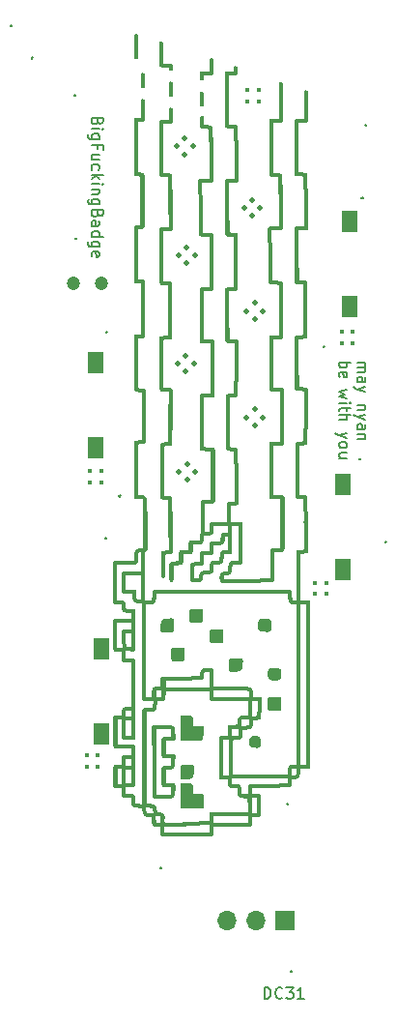
<source format=gts>
G04 #@! TF.GenerationSoftware,KiCad,Pcbnew,7.0.2*
G04 #@! TF.CreationDate,2023-07-19T18:17:07-07:00*
G04 #@! TF.ProjectId,dc31-badge-sao,64633331-2d62-4616-9467-652d73616f2e,rev?*
G04 #@! TF.SameCoordinates,Original*
G04 #@! TF.FileFunction,Soldermask,Top*
G04 #@! TF.FilePolarity,Negative*
%FSLAX46Y46*%
G04 Gerber Fmt 4.6, Leading zero omitted, Abs format (unit mm)*
G04 Created by KiCad (PCBNEW 7.0.2) date 2023-07-19 18:17:07*
%MOMM*%
%LPD*%
G01*
G04 APERTURE LIST*
G04 Aperture macros list*
%AMRotRect*
0 Rectangle, with rotation*
0 The origin of the aperture is its center*
0 $1 length*
0 $2 width*
0 $3 Rotation angle, in degrees counterclockwise*
0 Add horizontal line*
21,1,$1,$2,0,0,$3*%
G04 Aperture macros list end*
%ADD10C,0.150000*%
%ADD11C,0.200000*%
%ADD12RotRect,0.450000X0.450000X135.000000*%
%ADD13R,0.450000X0.450000*%
%ADD14R,1.400000X1.900000*%
%ADD15R,1.700000X1.700000*%
%ADD16O,1.700000X1.700000*%
%ADD17RotRect,0.450000X0.450000X315.000000*%
%ADD18C,1.200000*%
%ADD19C,0.001000*%
G04 APERTURE END LIST*
D10*
X106338095Y-97707380D02*
X106385714Y-97755000D01*
X106385714Y-97755000D02*
X106338095Y-97802619D01*
X106338095Y-97802619D02*
X106290476Y-97755000D01*
X106290476Y-97755000D02*
X106338095Y-97707380D01*
X106338095Y-97707380D02*
X106338095Y-97802619D01*
X129638095Y-101707380D02*
X129685714Y-101755000D01*
X129685714Y-101755000D02*
X129638095Y-101802619D01*
X129638095Y-101802619D02*
X129590476Y-101755000D01*
X129590476Y-101755000D02*
X129638095Y-101707380D01*
X129638095Y-101707380D02*
X129638095Y-101802619D01*
X119013095Y-141777619D02*
X119013095Y-140777619D01*
X119013095Y-140777619D02*
X119251190Y-140777619D01*
X119251190Y-140777619D02*
X119394047Y-140825238D01*
X119394047Y-140825238D02*
X119489285Y-140920476D01*
X119489285Y-140920476D02*
X119536904Y-141015714D01*
X119536904Y-141015714D02*
X119584523Y-141206190D01*
X119584523Y-141206190D02*
X119584523Y-141349047D01*
X119584523Y-141349047D02*
X119536904Y-141539523D01*
X119536904Y-141539523D02*
X119489285Y-141634761D01*
X119489285Y-141634761D02*
X119394047Y-141730000D01*
X119394047Y-141730000D02*
X119251190Y-141777619D01*
X119251190Y-141777619D02*
X119013095Y-141777619D01*
X120584523Y-141682380D02*
X120536904Y-141730000D01*
X120536904Y-141730000D02*
X120394047Y-141777619D01*
X120394047Y-141777619D02*
X120298809Y-141777619D01*
X120298809Y-141777619D02*
X120155952Y-141730000D01*
X120155952Y-141730000D02*
X120060714Y-141634761D01*
X120060714Y-141634761D02*
X120013095Y-141539523D01*
X120013095Y-141539523D02*
X119965476Y-141349047D01*
X119965476Y-141349047D02*
X119965476Y-141206190D01*
X119965476Y-141206190D02*
X120013095Y-141015714D01*
X120013095Y-141015714D02*
X120060714Y-140920476D01*
X120060714Y-140920476D02*
X120155952Y-140825238D01*
X120155952Y-140825238D02*
X120298809Y-140777619D01*
X120298809Y-140777619D02*
X120394047Y-140777619D01*
X120394047Y-140777619D02*
X120536904Y-140825238D01*
X120536904Y-140825238D02*
X120584523Y-140872857D01*
X120917857Y-140777619D02*
X121536904Y-140777619D01*
X121536904Y-140777619D02*
X121203571Y-141158571D01*
X121203571Y-141158571D02*
X121346428Y-141158571D01*
X121346428Y-141158571D02*
X121441666Y-141206190D01*
X121441666Y-141206190D02*
X121489285Y-141253809D01*
X121489285Y-141253809D02*
X121536904Y-141349047D01*
X121536904Y-141349047D02*
X121536904Y-141587142D01*
X121536904Y-141587142D02*
X121489285Y-141682380D01*
X121489285Y-141682380D02*
X121441666Y-141730000D01*
X121441666Y-141730000D02*
X121346428Y-141777619D01*
X121346428Y-141777619D02*
X121060714Y-141777619D01*
X121060714Y-141777619D02*
X120965476Y-141730000D01*
X120965476Y-141730000D02*
X120917857Y-141682380D01*
X122489285Y-141777619D02*
X121917857Y-141777619D01*
X122203571Y-141777619D02*
X122203571Y-140777619D01*
X122203571Y-140777619D02*
X122108333Y-140920476D01*
X122108333Y-140920476D02*
X122013095Y-141015714D01*
X122013095Y-141015714D02*
X121917857Y-141063333D01*
X127192380Y-86038095D02*
X127859047Y-86038095D01*
X127763809Y-86038095D02*
X127811428Y-86085714D01*
X127811428Y-86085714D02*
X127859047Y-86180952D01*
X127859047Y-86180952D02*
X127859047Y-86323809D01*
X127859047Y-86323809D02*
X127811428Y-86419047D01*
X127811428Y-86419047D02*
X127716190Y-86466666D01*
X127716190Y-86466666D02*
X127192380Y-86466666D01*
X127716190Y-86466666D02*
X127811428Y-86514285D01*
X127811428Y-86514285D02*
X127859047Y-86609523D01*
X127859047Y-86609523D02*
X127859047Y-86752380D01*
X127859047Y-86752380D02*
X127811428Y-86847619D01*
X127811428Y-86847619D02*
X127716190Y-86895238D01*
X127716190Y-86895238D02*
X127192380Y-86895238D01*
X127192380Y-87799999D02*
X127716190Y-87799999D01*
X127716190Y-87799999D02*
X127811428Y-87752380D01*
X127811428Y-87752380D02*
X127859047Y-87657142D01*
X127859047Y-87657142D02*
X127859047Y-87466666D01*
X127859047Y-87466666D02*
X127811428Y-87371428D01*
X127240000Y-87799999D02*
X127192380Y-87704761D01*
X127192380Y-87704761D02*
X127192380Y-87466666D01*
X127192380Y-87466666D02*
X127240000Y-87371428D01*
X127240000Y-87371428D02*
X127335238Y-87323809D01*
X127335238Y-87323809D02*
X127430476Y-87323809D01*
X127430476Y-87323809D02*
X127525714Y-87371428D01*
X127525714Y-87371428D02*
X127573333Y-87466666D01*
X127573333Y-87466666D02*
X127573333Y-87704761D01*
X127573333Y-87704761D02*
X127620952Y-87799999D01*
X127859047Y-88180952D02*
X127192380Y-88419047D01*
X127859047Y-88657142D02*
X127192380Y-88419047D01*
X127192380Y-88419047D02*
X126954285Y-88323809D01*
X126954285Y-88323809D02*
X126906666Y-88276190D01*
X126906666Y-88276190D02*
X126859047Y-88180952D01*
X127859047Y-89800000D02*
X127192380Y-89800000D01*
X127763809Y-89800000D02*
X127811428Y-89847619D01*
X127811428Y-89847619D02*
X127859047Y-89942857D01*
X127859047Y-89942857D02*
X127859047Y-90085714D01*
X127859047Y-90085714D02*
X127811428Y-90180952D01*
X127811428Y-90180952D02*
X127716190Y-90228571D01*
X127716190Y-90228571D02*
X127192380Y-90228571D01*
X127859047Y-90609524D02*
X127192380Y-90847619D01*
X127859047Y-91085714D02*
X127192380Y-90847619D01*
X127192380Y-90847619D02*
X126954285Y-90752381D01*
X126954285Y-90752381D02*
X126906666Y-90704762D01*
X126906666Y-90704762D02*
X126859047Y-90609524D01*
X127192380Y-91895238D02*
X127716190Y-91895238D01*
X127716190Y-91895238D02*
X127811428Y-91847619D01*
X127811428Y-91847619D02*
X127859047Y-91752381D01*
X127859047Y-91752381D02*
X127859047Y-91561905D01*
X127859047Y-91561905D02*
X127811428Y-91466667D01*
X127240000Y-91895238D02*
X127192380Y-91800000D01*
X127192380Y-91800000D02*
X127192380Y-91561905D01*
X127192380Y-91561905D02*
X127240000Y-91466667D01*
X127240000Y-91466667D02*
X127335238Y-91419048D01*
X127335238Y-91419048D02*
X127430476Y-91419048D01*
X127430476Y-91419048D02*
X127525714Y-91466667D01*
X127525714Y-91466667D02*
X127573333Y-91561905D01*
X127573333Y-91561905D02*
X127573333Y-91800000D01*
X127573333Y-91800000D02*
X127620952Y-91895238D01*
X127859047Y-92371429D02*
X127192380Y-92371429D01*
X127763809Y-92371429D02*
X127811428Y-92419048D01*
X127811428Y-92419048D02*
X127859047Y-92514286D01*
X127859047Y-92514286D02*
X127859047Y-92657143D01*
X127859047Y-92657143D02*
X127811428Y-92752381D01*
X127811428Y-92752381D02*
X127716190Y-92800000D01*
X127716190Y-92800000D02*
X127192380Y-92800000D01*
X125572380Y-86038095D02*
X126572380Y-86038095D01*
X126191428Y-86038095D02*
X126239047Y-86133333D01*
X126239047Y-86133333D02*
X126239047Y-86323809D01*
X126239047Y-86323809D02*
X126191428Y-86419047D01*
X126191428Y-86419047D02*
X126143809Y-86466666D01*
X126143809Y-86466666D02*
X126048571Y-86514285D01*
X126048571Y-86514285D02*
X125762857Y-86514285D01*
X125762857Y-86514285D02*
X125667619Y-86466666D01*
X125667619Y-86466666D02*
X125620000Y-86419047D01*
X125620000Y-86419047D02*
X125572380Y-86323809D01*
X125572380Y-86323809D02*
X125572380Y-86133333D01*
X125572380Y-86133333D02*
X125620000Y-86038095D01*
X125620000Y-87323809D02*
X125572380Y-87228571D01*
X125572380Y-87228571D02*
X125572380Y-87038095D01*
X125572380Y-87038095D02*
X125620000Y-86942857D01*
X125620000Y-86942857D02*
X125715238Y-86895238D01*
X125715238Y-86895238D02*
X126096190Y-86895238D01*
X126096190Y-86895238D02*
X126191428Y-86942857D01*
X126191428Y-86942857D02*
X126239047Y-87038095D01*
X126239047Y-87038095D02*
X126239047Y-87228571D01*
X126239047Y-87228571D02*
X126191428Y-87323809D01*
X126191428Y-87323809D02*
X126096190Y-87371428D01*
X126096190Y-87371428D02*
X126000952Y-87371428D01*
X126000952Y-87371428D02*
X125905714Y-86895238D01*
X126239047Y-88466667D02*
X125572380Y-88657143D01*
X125572380Y-88657143D02*
X126048571Y-88847619D01*
X126048571Y-88847619D02*
X125572380Y-89038095D01*
X125572380Y-89038095D02*
X126239047Y-89228571D01*
X125572380Y-89609524D02*
X126239047Y-89609524D01*
X126572380Y-89609524D02*
X126524761Y-89561905D01*
X126524761Y-89561905D02*
X126477142Y-89609524D01*
X126477142Y-89609524D02*
X126524761Y-89657143D01*
X126524761Y-89657143D02*
X126572380Y-89609524D01*
X126572380Y-89609524D02*
X126477142Y-89609524D01*
X126239047Y-89942857D02*
X126239047Y-90323809D01*
X126572380Y-90085714D02*
X125715238Y-90085714D01*
X125715238Y-90085714D02*
X125620000Y-90133333D01*
X125620000Y-90133333D02*
X125572380Y-90228571D01*
X125572380Y-90228571D02*
X125572380Y-90323809D01*
X125572380Y-90657143D02*
X126572380Y-90657143D01*
X125572380Y-91085714D02*
X126096190Y-91085714D01*
X126096190Y-91085714D02*
X126191428Y-91038095D01*
X126191428Y-91038095D02*
X126239047Y-90942857D01*
X126239047Y-90942857D02*
X126239047Y-90800000D01*
X126239047Y-90800000D02*
X126191428Y-90704762D01*
X126191428Y-90704762D02*
X126143809Y-90657143D01*
X126239047Y-92228572D02*
X125572380Y-92466667D01*
X126239047Y-92704762D02*
X125572380Y-92466667D01*
X125572380Y-92466667D02*
X125334285Y-92371429D01*
X125334285Y-92371429D02*
X125286666Y-92323810D01*
X125286666Y-92323810D02*
X125239047Y-92228572D01*
X125572380Y-93228572D02*
X125620000Y-93133334D01*
X125620000Y-93133334D02*
X125667619Y-93085715D01*
X125667619Y-93085715D02*
X125762857Y-93038096D01*
X125762857Y-93038096D02*
X126048571Y-93038096D01*
X126048571Y-93038096D02*
X126143809Y-93085715D01*
X126143809Y-93085715D02*
X126191428Y-93133334D01*
X126191428Y-93133334D02*
X126239047Y-93228572D01*
X126239047Y-93228572D02*
X126239047Y-93371429D01*
X126239047Y-93371429D02*
X126191428Y-93466667D01*
X126191428Y-93466667D02*
X126143809Y-93514286D01*
X126143809Y-93514286D02*
X126048571Y-93561905D01*
X126048571Y-93561905D02*
X125762857Y-93561905D01*
X125762857Y-93561905D02*
X125667619Y-93514286D01*
X125667619Y-93514286D02*
X125620000Y-93466667D01*
X125620000Y-93466667D02*
X125572380Y-93371429D01*
X125572380Y-93371429D02*
X125572380Y-93228572D01*
X126239047Y-94419048D02*
X125572380Y-94419048D01*
X126239047Y-93990477D02*
X125715238Y-93990477D01*
X125715238Y-93990477D02*
X125620000Y-94038096D01*
X125620000Y-94038096D02*
X125572380Y-94133334D01*
X125572380Y-94133334D02*
X125572380Y-94276191D01*
X125572380Y-94276191D02*
X125620000Y-94371429D01*
X125620000Y-94371429D02*
X125667619Y-94419048D01*
X127388095Y-94457380D02*
X127435714Y-94505000D01*
X127435714Y-94505000D02*
X127388095Y-94552619D01*
X127388095Y-94552619D02*
X127340476Y-94505000D01*
X127340476Y-94505000D02*
X127388095Y-94457380D01*
X127388095Y-94457380D02*
X127388095Y-94552619D01*
X105163095Y-83332380D02*
X105210714Y-83380000D01*
X105210714Y-83380000D02*
X105163095Y-83427619D01*
X105163095Y-83427619D02*
X105115476Y-83380000D01*
X105115476Y-83380000D02*
X105163095Y-83332380D01*
X105163095Y-83332380D02*
X105163095Y-83427619D01*
X105088095Y-101407380D02*
X105135714Y-101455000D01*
X105135714Y-101455000D02*
X105088095Y-101502619D01*
X105088095Y-101502619D02*
X105040476Y-101455000D01*
X105040476Y-101455000D02*
X105088095Y-101407380D01*
X105088095Y-101407380D02*
X105088095Y-101502619D01*
X102488095Y-75157380D02*
X102535714Y-75205000D01*
X102535714Y-75205000D02*
X102488095Y-75252619D01*
X102488095Y-75252619D02*
X102440476Y-75205000D01*
X102440476Y-75205000D02*
X102488095Y-75157380D01*
X102488095Y-75157380D02*
X102488095Y-75252619D01*
X121363095Y-139332380D02*
X121410714Y-139380000D01*
X121410714Y-139380000D02*
X121363095Y-139427619D01*
X121363095Y-139427619D02*
X121315476Y-139380000D01*
X121315476Y-139380000D02*
X121363095Y-139332380D01*
X121363095Y-139332380D02*
X121363095Y-139427619D01*
X121038095Y-124657380D02*
X121085714Y-124705000D01*
X121085714Y-124705000D02*
X121038095Y-124752619D01*
X121038095Y-124752619D02*
X120990476Y-124705000D01*
X120990476Y-124705000D02*
X121038095Y-124657380D01*
X121038095Y-124657380D02*
X121038095Y-124752619D01*
X124238095Y-84607380D02*
X124285714Y-84655000D01*
X124285714Y-84655000D02*
X124238095Y-84702619D01*
X124238095Y-84702619D02*
X124190476Y-84655000D01*
X124190476Y-84655000D02*
X124238095Y-84607380D01*
X124238095Y-84607380D02*
X124238095Y-84702619D01*
X109913095Y-130282380D02*
X109960714Y-130330000D01*
X109960714Y-130330000D02*
X109913095Y-130377619D01*
X109913095Y-130377619D02*
X109865476Y-130330000D01*
X109865476Y-130330000D02*
X109913095Y-130282380D01*
X109913095Y-130282380D02*
X109913095Y-130377619D01*
X127588095Y-71607380D02*
X127635714Y-71655000D01*
X127635714Y-71655000D02*
X127588095Y-71702619D01*
X127588095Y-71702619D02*
X127540476Y-71655000D01*
X127540476Y-71655000D02*
X127588095Y-71607380D01*
X127588095Y-71607380D02*
X127588095Y-71702619D01*
D11*
X104396190Y-64946428D02*
X104348571Y-65089285D01*
X104348571Y-65089285D02*
X104300952Y-65136904D01*
X104300952Y-65136904D02*
X104205714Y-65184523D01*
X104205714Y-65184523D02*
X104062857Y-65184523D01*
X104062857Y-65184523D02*
X103967619Y-65136904D01*
X103967619Y-65136904D02*
X103920000Y-65089285D01*
X103920000Y-65089285D02*
X103872380Y-64994047D01*
X103872380Y-64994047D02*
X103872380Y-64613095D01*
X103872380Y-64613095D02*
X104872380Y-64613095D01*
X104872380Y-64613095D02*
X104872380Y-64946428D01*
X104872380Y-64946428D02*
X104824761Y-65041666D01*
X104824761Y-65041666D02*
X104777142Y-65089285D01*
X104777142Y-65089285D02*
X104681904Y-65136904D01*
X104681904Y-65136904D02*
X104586666Y-65136904D01*
X104586666Y-65136904D02*
X104491428Y-65089285D01*
X104491428Y-65089285D02*
X104443809Y-65041666D01*
X104443809Y-65041666D02*
X104396190Y-64946428D01*
X104396190Y-64946428D02*
X104396190Y-64613095D01*
X103872380Y-65613095D02*
X104539047Y-65613095D01*
X104872380Y-65613095D02*
X104824761Y-65565476D01*
X104824761Y-65565476D02*
X104777142Y-65613095D01*
X104777142Y-65613095D02*
X104824761Y-65660714D01*
X104824761Y-65660714D02*
X104872380Y-65613095D01*
X104872380Y-65613095D02*
X104777142Y-65613095D01*
X104539047Y-66517856D02*
X103729523Y-66517856D01*
X103729523Y-66517856D02*
X103634285Y-66470237D01*
X103634285Y-66470237D02*
X103586666Y-66422618D01*
X103586666Y-66422618D02*
X103539047Y-66327380D01*
X103539047Y-66327380D02*
X103539047Y-66184523D01*
X103539047Y-66184523D02*
X103586666Y-66089285D01*
X103920000Y-66517856D02*
X103872380Y-66422618D01*
X103872380Y-66422618D02*
X103872380Y-66232142D01*
X103872380Y-66232142D02*
X103920000Y-66136904D01*
X103920000Y-66136904D02*
X103967619Y-66089285D01*
X103967619Y-66089285D02*
X104062857Y-66041666D01*
X104062857Y-66041666D02*
X104348571Y-66041666D01*
X104348571Y-66041666D02*
X104443809Y-66089285D01*
X104443809Y-66089285D02*
X104491428Y-66136904D01*
X104491428Y-66136904D02*
X104539047Y-66232142D01*
X104539047Y-66232142D02*
X104539047Y-66422618D01*
X104539047Y-66422618D02*
X104491428Y-66517856D01*
X104396190Y-67327380D02*
X104396190Y-66994047D01*
X103872380Y-66994047D02*
X104872380Y-66994047D01*
X104872380Y-66994047D02*
X104872380Y-67470237D01*
X104539047Y-68279761D02*
X103872380Y-68279761D01*
X104539047Y-67851190D02*
X104015238Y-67851190D01*
X104015238Y-67851190D02*
X103920000Y-67898809D01*
X103920000Y-67898809D02*
X103872380Y-67994047D01*
X103872380Y-67994047D02*
X103872380Y-68136904D01*
X103872380Y-68136904D02*
X103920000Y-68232142D01*
X103920000Y-68232142D02*
X103967619Y-68279761D01*
X103920000Y-69184523D02*
X103872380Y-69089285D01*
X103872380Y-69089285D02*
X103872380Y-68898809D01*
X103872380Y-68898809D02*
X103920000Y-68803571D01*
X103920000Y-68803571D02*
X103967619Y-68755952D01*
X103967619Y-68755952D02*
X104062857Y-68708333D01*
X104062857Y-68708333D02*
X104348571Y-68708333D01*
X104348571Y-68708333D02*
X104443809Y-68755952D01*
X104443809Y-68755952D02*
X104491428Y-68803571D01*
X104491428Y-68803571D02*
X104539047Y-68898809D01*
X104539047Y-68898809D02*
X104539047Y-69089285D01*
X104539047Y-69089285D02*
X104491428Y-69184523D01*
X103872380Y-69613095D02*
X104872380Y-69613095D01*
X104253333Y-69708333D02*
X103872380Y-69994047D01*
X104539047Y-69994047D02*
X104158095Y-69613095D01*
X103872380Y-70422619D02*
X104539047Y-70422619D01*
X104872380Y-70422619D02*
X104824761Y-70375000D01*
X104824761Y-70375000D02*
X104777142Y-70422619D01*
X104777142Y-70422619D02*
X104824761Y-70470238D01*
X104824761Y-70470238D02*
X104872380Y-70422619D01*
X104872380Y-70422619D02*
X104777142Y-70422619D01*
X104539047Y-70898809D02*
X103872380Y-70898809D01*
X104443809Y-70898809D02*
X104491428Y-70946428D01*
X104491428Y-70946428D02*
X104539047Y-71041666D01*
X104539047Y-71041666D02*
X104539047Y-71184523D01*
X104539047Y-71184523D02*
X104491428Y-71279761D01*
X104491428Y-71279761D02*
X104396190Y-71327380D01*
X104396190Y-71327380D02*
X103872380Y-71327380D01*
X104539047Y-72232142D02*
X103729523Y-72232142D01*
X103729523Y-72232142D02*
X103634285Y-72184523D01*
X103634285Y-72184523D02*
X103586666Y-72136904D01*
X103586666Y-72136904D02*
X103539047Y-72041666D01*
X103539047Y-72041666D02*
X103539047Y-71898809D01*
X103539047Y-71898809D02*
X103586666Y-71803571D01*
X103920000Y-72232142D02*
X103872380Y-72136904D01*
X103872380Y-72136904D02*
X103872380Y-71946428D01*
X103872380Y-71946428D02*
X103920000Y-71851190D01*
X103920000Y-71851190D02*
X103967619Y-71803571D01*
X103967619Y-71803571D02*
X104062857Y-71755952D01*
X104062857Y-71755952D02*
X104348571Y-71755952D01*
X104348571Y-71755952D02*
X104443809Y-71803571D01*
X104443809Y-71803571D02*
X104491428Y-71851190D01*
X104491428Y-71851190D02*
X104539047Y-71946428D01*
X104539047Y-71946428D02*
X104539047Y-72136904D01*
X104539047Y-72136904D02*
X104491428Y-72232142D01*
X104396190Y-73041666D02*
X104348571Y-73184523D01*
X104348571Y-73184523D02*
X104300952Y-73232142D01*
X104300952Y-73232142D02*
X104205714Y-73279761D01*
X104205714Y-73279761D02*
X104062857Y-73279761D01*
X104062857Y-73279761D02*
X103967619Y-73232142D01*
X103967619Y-73232142D02*
X103920000Y-73184523D01*
X103920000Y-73184523D02*
X103872380Y-73089285D01*
X103872380Y-73089285D02*
X103872380Y-72708333D01*
X103872380Y-72708333D02*
X104872380Y-72708333D01*
X104872380Y-72708333D02*
X104872380Y-73041666D01*
X104872380Y-73041666D02*
X104824761Y-73136904D01*
X104824761Y-73136904D02*
X104777142Y-73184523D01*
X104777142Y-73184523D02*
X104681904Y-73232142D01*
X104681904Y-73232142D02*
X104586666Y-73232142D01*
X104586666Y-73232142D02*
X104491428Y-73184523D01*
X104491428Y-73184523D02*
X104443809Y-73136904D01*
X104443809Y-73136904D02*
X104396190Y-73041666D01*
X104396190Y-73041666D02*
X104396190Y-72708333D01*
X103872380Y-74136904D02*
X104396190Y-74136904D01*
X104396190Y-74136904D02*
X104491428Y-74089285D01*
X104491428Y-74089285D02*
X104539047Y-73994047D01*
X104539047Y-73994047D02*
X104539047Y-73803571D01*
X104539047Y-73803571D02*
X104491428Y-73708333D01*
X103920000Y-74136904D02*
X103872380Y-74041666D01*
X103872380Y-74041666D02*
X103872380Y-73803571D01*
X103872380Y-73803571D02*
X103920000Y-73708333D01*
X103920000Y-73708333D02*
X104015238Y-73660714D01*
X104015238Y-73660714D02*
X104110476Y-73660714D01*
X104110476Y-73660714D02*
X104205714Y-73708333D01*
X104205714Y-73708333D02*
X104253333Y-73803571D01*
X104253333Y-73803571D02*
X104253333Y-74041666D01*
X104253333Y-74041666D02*
X104300952Y-74136904D01*
X103872380Y-75041666D02*
X104872380Y-75041666D01*
X103920000Y-75041666D02*
X103872380Y-74946428D01*
X103872380Y-74946428D02*
X103872380Y-74755952D01*
X103872380Y-74755952D02*
X103920000Y-74660714D01*
X103920000Y-74660714D02*
X103967619Y-74613095D01*
X103967619Y-74613095D02*
X104062857Y-74565476D01*
X104062857Y-74565476D02*
X104348571Y-74565476D01*
X104348571Y-74565476D02*
X104443809Y-74613095D01*
X104443809Y-74613095D02*
X104491428Y-74660714D01*
X104491428Y-74660714D02*
X104539047Y-74755952D01*
X104539047Y-74755952D02*
X104539047Y-74946428D01*
X104539047Y-74946428D02*
X104491428Y-75041666D01*
X104539047Y-75946428D02*
X103729523Y-75946428D01*
X103729523Y-75946428D02*
X103634285Y-75898809D01*
X103634285Y-75898809D02*
X103586666Y-75851190D01*
X103586666Y-75851190D02*
X103539047Y-75755952D01*
X103539047Y-75755952D02*
X103539047Y-75613095D01*
X103539047Y-75613095D02*
X103586666Y-75517857D01*
X103920000Y-75946428D02*
X103872380Y-75851190D01*
X103872380Y-75851190D02*
X103872380Y-75660714D01*
X103872380Y-75660714D02*
X103920000Y-75565476D01*
X103920000Y-75565476D02*
X103967619Y-75517857D01*
X103967619Y-75517857D02*
X104062857Y-75470238D01*
X104062857Y-75470238D02*
X104348571Y-75470238D01*
X104348571Y-75470238D02*
X104443809Y-75517857D01*
X104443809Y-75517857D02*
X104491428Y-75565476D01*
X104491428Y-75565476D02*
X104539047Y-75660714D01*
X104539047Y-75660714D02*
X104539047Y-75851190D01*
X104539047Y-75851190D02*
X104491428Y-75946428D01*
X103920000Y-76803571D02*
X103872380Y-76708333D01*
X103872380Y-76708333D02*
X103872380Y-76517857D01*
X103872380Y-76517857D02*
X103920000Y-76422619D01*
X103920000Y-76422619D02*
X104015238Y-76375000D01*
X104015238Y-76375000D02*
X104396190Y-76375000D01*
X104396190Y-76375000D02*
X104491428Y-76422619D01*
X104491428Y-76422619D02*
X104539047Y-76517857D01*
X104539047Y-76517857D02*
X104539047Y-76708333D01*
X104539047Y-76708333D02*
X104491428Y-76803571D01*
X104491428Y-76803571D02*
X104396190Y-76851190D01*
X104396190Y-76851190D02*
X104300952Y-76851190D01*
X104300952Y-76851190D02*
X104205714Y-76375000D01*
D10*
X102363095Y-62632380D02*
X102410714Y-62680000D01*
X102410714Y-62680000D02*
X102363095Y-62727619D01*
X102363095Y-62727619D02*
X102315476Y-62680000D01*
X102315476Y-62680000D02*
X102363095Y-62632380D01*
X102363095Y-62632380D02*
X102363095Y-62727619D01*
X127888095Y-65232380D02*
X127935714Y-65280000D01*
X127935714Y-65280000D02*
X127888095Y-65327619D01*
X127888095Y-65327619D02*
X127840476Y-65280000D01*
X127840476Y-65280000D02*
X127888095Y-65232380D01*
X127888095Y-65232380D02*
X127888095Y-65327619D01*
X98663095Y-59357380D02*
X98710714Y-59405000D01*
X98710714Y-59405000D02*
X98663095Y-59452619D01*
X98663095Y-59452619D02*
X98615476Y-59405000D01*
X98615476Y-59405000D02*
X98663095Y-59357380D01*
X98663095Y-59357380D02*
X98663095Y-59452619D01*
X96788095Y-56557380D02*
X96835714Y-56605000D01*
X96835714Y-56605000D02*
X96788095Y-56652619D01*
X96788095Y-56652619D02*
X96740476Y-56605000D01*
X96740476Y-56605000D02*
X96788095Y-56557380D01*
X96788095Y-56557380D02*
X96788095Y-56652619D01*
D12*
X118150000Y-91582107D03*
X117442893Y-90875000D03*
X118857107Y-90875000D03*
X118150000Y-90167893D03*
D13*
X125775000Y-83400000D03*
X126775000Y-83400000D03*
X125775000Y-84400000D03*
X126775000Y-84400000D03*
D14*
X104200000Y-86050000D03*
X104200000Y-93550000D03*
D13*
X124425000Y-106350000D03*
X123425000Y-106350000D03*
X124425000Y-105350000D03*
X123425000Y-105350000D03*
D12*
X117925000Y-73232107D03*
X117217893Y-72525000D03*
X118632107Y-72525000D03*
X117925000Y-71817893D03*
D13*
X117525000Y-63225000D03*
X117525000Y-62225000D03*
X118525000Y-63225000D03*
X118525000Y-62225000D03*
D15*
X120800000Y-134935000D03*
D16*
X118260000Y-134935000D03*
X115720000Y-134935000D03*
D17*
X112250000Y-94942893D03*
X112957107Y-95650000D03*
X111542893Y-95650000D03*
X112250000Y-96357107D03*
D12*
X118150000Y-82257107D03*
X117442893Y-81550000D03*
X118857107Y-81550000D03*
X118150000Y-80842893D03*
D17*
X112125000Y-85442893D03*
X112832107Y-86150000D03*
X111417893Y-86150000D03*
X112125000Y-86857107D03*
X112200000Y-75967893D03*
X112907107Y-76675000D03*
X111492893Y-76675000D03*
X112200000Y-77382107D03*
D14*
X126475000Y-73700000D03*
X126475000Y-81200000D03*
X104700000Y-111125000D03*
X104700000Y-118625000D03*
D13*
X104700000Y-96600000D03*
X103700000Y-96600000D03*
X104700000Y-95600000D03*
X103700000Y-95600000D03*
X104425000Y-120450000D03*
X104425000Y-121450000D03*
X103425000Y-120450000D03*
X103425000Y-121450000D03*
D14*
X125900000Y-96725000D03*
X125900000Y-104225000D03*
D17*
X112050000Y-66442893D03*
X112757107Y-67150000D03*
X111342893Y-67150000D03*
X112050000Y-67857107D03*
D18*
X102250000Y-79100000D03*
X104750000Y-79100000D03*
D19*
X126384879Y-66288940D03*
X123536586Y-65347012D03*
G36*
X120349432Y-115355991D02*
G01*
X120356179Y-115357180D01*
X120372980Y-115361368D01*
X120380435Y-115363790D01*
X120380538Y-115363805D01*
X120392722Y-115367298D01*
X120397954Y-115369850D01*
X120398063Y-115369515D01*
X120398354Y-115369609D01*
X120429584Y-115384810D01*
X120440088Y-115391896D01*
X120444573Y-115396228D01*
X120444814Y-115395899D01*
X120445065Y-115396082D01*
X120469724Y-115419934D01*
X120477524Y-115429917D01*
X120480446Y-115435412D01*
X120480775Y-115435174D01*
X120480951Y-115435417D01*
X120497042Y-115465731D01*
X120501382Y-115477651D01*
X120502434Y-115483620D01*
X120502802Y-115483501D01*
X120506739Y-115495624D01*
X120511594Y-115516658D01*
X120512551Y-115523464D01*
X120513759Y-115540730D01*
X120513759Y-116364920D01*
X120511873Y-116386466D01*
X120510682Y-116393216D01*
X120506498Y-116409990D01*
X120504076Y-116417442D01*
X120504063Y-116417538D01*
X120500571Y-116429718D01*
X120497925Y-116435141D01*
X120498283Y-116435258D01*
X120498182Y-116435569D01*
X120483045Y-116466609D01*
X120475976Y-116477089D01*
X120471616Y-116481603D01*
X120471948Y-116481845D01*
X120471762Y-116482100D01*
X120447924Y-116506740D01*
X120437947Y-116514535D01*
X120432478Y-116517444D01*
X120432712Y-116517767D01*
X120432465Y-116517946D01*
X120402127Y-116534056D01*
X120390216Y-116538393D01*
X120384251Y-116539445D01*
X120384370Y-116539811D01*
X120372247Y-116543749D01*
X120351204Y-116548607D01*
X120344405Y-116549563D01*
X120327139Y-116550771D01*
X119502939Y-116550771D01*
X119481407Y-116548887D01*
X119474658Y-116547697D01*
X119457873Y-116543512D01*
X119450411Y-116541087D01*
X119450307Y-116541073D01*
X119438119Y-116537578D01*
X119432422Y-116534799D01*
X119432292Y-116535199D01*
X119432002Y-116535104D01*
X119401264Y-116520067D01*
X119390763Y-116512984D01*
X119386439Y-116508809D01*
X119386220Y-116509111D01*
X119385979Y-116508936D01*
X119361131Y-116484949D01*
X119353323Y-116474957D01*
X119350542Y-116469727D01*
X119350248Y-116469942D01*
X119350074Y-116469703D01*
X119333796Y-116439122D01*
X119329461Y-116427209D01*
X119328415Y-116421280D01*
X119328059Y-116421396D01*
X119324117Y-116409268D01*
X119319250Y-116388193D01*
X119318298Y-116381418D01*
X119317092Y-116364163D01*
X119317092Y-115539954D01*
X119318972Y-115518443D01*
X119320161Y-115511693D01*
X119324350Y-115494886D01*
X119326772Y-115487430D01*
X119326788Y-115487320D01*
X119330281Y-115475137D01*
X119332755Y-115470066D01*
X119332445Y-115469967D01*
X119332535Y-115469687D01*
X119347790Y-115438287D01*
X119354888Y-115427765D01*
X119358936Y-115423573D01*
X119358651Y-115423367D01*
X119358819Y-115423135D01*
X119382911Y-115398148D01*
X119392914Y-115390333D01*
X119398019Y-115387617D01*
X119397815Y-115387337D01*
X119398059Y-115387159D01*
X119428745Y-115370808D01*
X119440655Y-115366475D01*
X119446584Y-115365429D01*
X119446469Y-115365073D01*
X119458594Y-115361133D01*
X119479667Y-115356268D01*
X119486459Y-115355314D01*
X119503707Y-115354109D01*
X120327912Y-115354109D01*
X120349432Y-115355991D01*
G37*
G36*
X113674280Y-64511660D02*
G01*
X113714514Y-64568783D01*
X113721115Y-64607059D01*
X113729996Y-65264361D01*
X113869760Y-65269021D01*
X113879685Y-65270223D01*
X113882969Y-65270091D01*
X113895458Y-65270216D01*
X114005809Y-65276887D01*
X114012346Y-65277859D01*
X114013437Y-65277834D01*
X114024689Y-65278082D01*
X114124474Y-65284829D01*
X114132650Y-65286103D01*
X114135001Y-65286078D01*
X114146851Y-65286514D01*
X114221058Y-65292808D01*
X114231249Y-65294576D01*
X114234696Y-65294618D01*
X114247265Y-65295408D01*
X114260911Y-65296965D01*
X114273477Y-65299523D01*
X114273505Y-65299524D01*
X114290670Y-65301030D01*
X114293581Y-65301491D01*
X114314516Y-65306707D01*
X114322113Y-65309320D01*
X114339031Y-65316585D01*
X114362417Y-65328757D01*
X114361276Y-65330948D01*
X114365385Y-65333114D01*
X114366570Y-65330787D01*
X114370254Y-65332662D01*
X114377496Y-65339496D01*
X114389475Y-65345808D01*
X114391455Y-65347521D01*
X114389003Y-65350354D01*
X114421072Y-65380613D01*
X114424509Y-65386970D01*
X114425237Y-65387860D01*
X114437519Y-65405909D01*
X114437624Y-65406097D01*
X114447227Y-65432151D01*
X114447625Y-65432011D01*
X114453941Y-65449869D01*
X114458556Y-65466535D01*
X114461611Y-65481577D01*
X114463482Y-65498053D01*
X114464095Y-65500344D01*
X114467389Y-65517332D01*
X114471881Y-65554061D01*
X114472299Y-65566216D01*
X114474837Y-65582526D01*
X114479793Y-65640031D01*
X114479779Y-65650200D01*
X114480313Y-65653521D01*
X114481673Y-65665991D01*
X114493057Y-65862101D01*
X114492799Y-65870884D01*
X114493157Y-65873512D01*
X114494199Y-65885515D01*
X114504313Y-66151716D01*
X114503941Y-66159200D01*
X114504154Y-66160973D01*
X114504995Y-66172550D01*
X114513404Y-66499562D01*
X114512976Y-66506475D01*
X114513124Y-66507830D01*
X114513837Y-66519186D01*
X114520188Y-66896893D01*
X114519717Y-66903528D01*
X114519836Y-66904705D01*
X114520454Y-66915940D01*
X114524460Y-67334642D01*
X114523951Y-67341144D01*
X114524051Y-67342203D01*
X114524593Y-67353409D01*
X114525986Y-67803483D01*
X114525480Y-67809436D01*
X114525530Y-67809995D01*
X114526020Y-67821013D01*
X114526020Y-70132433D01*
X114524134Y-70153979D01*
X114522943Y-70160729D01*
X114518759Y-70177503D01*
X114516337Y-70184955D01*
X114516324Y-70185051D01*
X114512832Y-70197231D01*
X114510186Y-70202654D01*
X114510544Y-70202771D01*
X114510443Y-70203082D01*
X114495306Y-70234122D01*
X114488237Y-70244602D01*
X114483877Y-70249116D01*
X114484209Y-70249358D01*
X114484023Y-70249613D01*
X114460185Y-70274253D01*
X114450208Y-70282048D01*
X114444739Y-70284957D01*
X114444973Y-70285280D01*
X114444726Y-70285459D01*
X114414388Y-70301569D01*
X114402477Y-70305906D01*
X114396512Y-70306958D01*
X114396631Y-70307324D01*
X114384508Y-70311262D01*
X114363465Y-70316120D01*
X114356666Y-70317076D01*
X114339400Y-70318284D01*
X113575097Y-70318284D01*
X113594675Y-72501416D01*
X113624243Y-74689498D01*
X113624242Y-74689498D01*
X113907903Y-74709289D01*
X113913492Y-74710172D01*
X113913910Y-74710166D01*
X113924633Y-74710467D01*
X114352669Y-74741042D01*
X114374001Y-74744453D01*
X114383442Y-74746821D01*
X114390418Y-74750382D01*
X114404988Y-74754560D01*
X114419816Y-74761791D01*
X114420194Y-74760861D01*
X114427176Y-74763694D01*
X114434584Y-74768992D01*
X114443678Y-74773427D01*
X114446440Y-74775433D01*
X114445465Y-74776774D01*
X114474224Y-74797343D01*
X114476246Y-74799674D01*
X114479522Y-74805968D01*
X114480457Y-74805239D01*
X114489792Y-74817189D01*
X114497532Y-74831746D01*
X114498384Y-74831216D01*
X114502371Y-74837618D01*
X114505258Y-74846276D01*
X114510001Y-74855197D01*
X114511055Y-74858440D01*
X114509483Y-74858950D01*
X114514280Y-74873336D01*
X114515741Y-74872862D01*
X114518997Y-74882883D01*
X114523857Y-74903926D01*
X114524811Y-74910707D01*
X114526020Y-74927982D01*
X114526019Y-79657435D01*
X114524136Y-79678964D01*
X114522946Y-79685714D01*
X114518759Y-79702505D01*
X114516337Y-79709957D01*
X114516324Y-79710053D01*
X114512832Y-79722233D01*
X114510186Y-79727656D01*
X114510544Y-79727773D01*
X114510443Y-79728084D01*
X114495306Y-79759124D01*
X114488237Y-79769604D01*
X114483877Y-79774118D01*
X114484209Y-79774360D01*
X114484023Y-79774615D01*
X114460185Y-79799255D01*
X114450208Y-79807050D01*
X114444739Y-79809959D01*
X114444973Y-79810282D01*
X114444726Y-79810461D01*
X114414388Y-79826571D01*
X114402477Y-79830908D01*
X114396512Y-79831960D01*
X114396631Y-79832326D01*
X114384508Y-79836264D01*
X114363465Y-79841122D01*
X114356666Y-79842078D01*
X114339400Y-79843286D01*
X113679353Y-79843286D01*
X113679353Y-84044116D01*
X114446006Y-84044116D01*
X114467526Y-84045998D01*
X114474273Y-84047187D01*
X114491074Y-84051375D01*
X114498529Y-84053797D01*
X114498632Y-84053812D01*
X114510816Y-84057305D01*
X114516048Y-84059857D01*
X114516157Y-84059522D01*
X114516448Y-84059616D01*
X114547678Y-84074817D01*
X114558182Y-84081903D01*
X114562667Y-84086235D01*
X114562908Y-84085906D01*
X114563159Y-84086089D01*
X114587818Y-84109941D01*
X114595618Y-84119924D01*
X114598540Y-84125419D01*
X114598869Y-84125181D01*
X114599045Y-84125424D01*
X114615136Y-84155738D01*
X114619476Y-84167658D01*
X114620528Y-84173627D01*
X114620896Y-84173508D01*
X114624833Y-84185631D01*
X114629691Y-84206683D01*
X114630647Y-84213489D01*
X114631852Y-84230737D01*
X114631853Y-88970765D01*
X114629967Y-88992311D01*
X114628776Y-88999061D01*
X114624592Y-89015835D01*
X114622170Y-89023287D01*
X114622157Y-89023383D01*
X114618665Y-89035563D01*
X114616019Y-89040986D01*
X114616377Y-89041103D01*
X114616276Y-89041414D01*
X114601139Y-89072454D01*
X114594070Y-89082934D01*
X114589710Y-89087448D01*
X114590042Y-89087690D01*
X114589856Y-89087945D01*
X114566018Y-89112585D01*
X114556041Y-89120380D01*
X114550572Y-89123289D01*
X114550806Y-89123612D01*
X114550559Y-89123791D01*
X114520221Y-89139901D01*
X114508310Y-89144238D01*
X114502345Y-89145290D01*
X114502464Y-89145656D01*
X114490341Y-89149594D01*
X114469298Y-89154452D01*
X114462499Y-89155408D01*
X114445233Y-89156616D01*
X113679353Y-89156616D01*
X113679353Y-93463297D01*
X114012417Y-93484114D01*
X114017989Y-93484955D01*
X114018361Y-93484947D01*
X114029123Y-93485166D01*
X114510088Y-93515866D01*
X114531452Y-93519116D01*
X114541413Y-93521535D01*
X114549099Y-93525422D01*
X114549159Y-93525214D01*
X114563738Y-93529394D01*
X114577208Y-93535963D01*
X114577552Y-93535090D01*
X114577758Y-93535171D01*
X114581429Y-93538021D01*
X114602443Y-93548270D01*
X114605057Y-93550169D01*
X114602177Y-93554132D01*
X114602439Y-93554335D01*
X114605323Y-93550366D01*
X114615901Y-93558050D01*
X114640737Y-93582031D01*
X114648539Y-93592017D01*
X114655861Y-93605789D01*
X114656693Y-93605265D01*
X114656811Y-93605452D01*
X114658111Y-93610021D01*
X114668758Y-93630045D01*
X114669758Y-93633123D01*
X114665116Y-93634630D01*
X114665205Y-93634942D01*
X114669855Y-93633432D01*
X114677743Y-93657703D01*
X114682608Y-93678771D01*
X114683563Y-93685566D01*
X114684770Y-93702824D01*
X114684770Y-98231182D01*
X114682884Y-98252727D01*
X114681192Y-98262317D01*
X114678134Y-98269536D01*
X114675011Y-98284337D01*
X114668859Y-98299626D01*
X114669813Y-98299936D01*
X114667483Y-98307109D01*
X114662715Y-98314896D01*
X114658938Y-98324287D01*
X114657133Y-98327185D01*
X114655729Y-98326310D01*
X114637310Y-98356402D01*
X114635128Y-98358588D01*
X114629037Y-98362332D01*
X114629840Y-98363221D01*
X114618591Y-98373380D01*
X114604611Y-98382145D01*
X114605202Y-98382958D01*
X114599100Y-98387391D01*
X114590673Y-98390885D01*
X114582117Y-98396251D01*
X114578956Y-98397534D01*
X114578334Y-98396002D01*
X114564341Y-98401806D01*
X114564919Y-98403228D01*
X114555163Y-98407189D01*
X114534469Y-98413551D01*
X114527774Y-98414984D01*
X114510656Y-98417415D01*
X114088710Y-98447555D01*
X114082860Y-98447454D01*
X114082746Y-98447473D01*
X114071514Y-98448773D01*
X113785187Y-98468751D01*
X113785187Y-100890112D01*
X113787850Y-100889801D01*
X113797339Y-100889524D01*
X113800314Y-100888948D01*
X113812492Y-100887210D01*
X113858322Y-100882976D01*
X113865963Y-100882936D01*
X113867864Y-100882606D01*
X113879421Y-100881150D01*
X113880759Y-100881045D01*
X113949133Y-100895424D01*
X113998879Y-100944487D01*
X114014202Y-101012656D01*
X114008392Y-101042981D01*
X114001127Y-101065342D01*
X113999102Y-101071089D01*
X113993386Y-101086125D01*
X113989108Y-101096053D01*
X113984194Y-101106213D01*
X113982052Y-101110435D01*
X113972362Y-101128660D01*
X113969374Y-101133960D01*
X113961481Y-101147195D01*
X113954742Y-101157330D01*
X113947406Y-101167267D01*
X113939709Y-101176688D01*
X113931443Y-101185849D01*
X113922857Y-101194473D01*
X113918374Y-101198553D01*
X113916486Y-101200438D01*
X113855124Y-101233852D01*
X113840346Y-101236126D01*
X113837119Y-101236425D01*
X113835611Y-101236592D01*
X113784368Y-101242589D01*
X113781981Y-101242939D01*
X113743926Y-101248920D01*
X113740287Y-101249600D01*
X113710327Y-101256126D01*
X113706653Y-101257045D01*
X113706006Y-101257228D01*
X113701481Y-101258698D01*
X113692011Y-101262181D01*
X113672391Y-101285255D01*
X113613967Y-101323574D01*
X113571841Y-101328778D01*
X113560180Y-101328205D01*
X113549411Y-101327203D01*
X113538216Y-101325667D01*
X113533542Y-101324935D01*
X113513219Y-101321352D01*
X113507247Y-101320147D01*
X113492241Y-101316734D01*
X113480521Y-101313456D01*
X113468800Y-101309548D01*
X113457468Y-101305141D01*
X113446193Y-101300107D01*
X113435333Y-101294604D01*
X113430065Y-101291600D01*
X113424525Y-101288771D01*
X113373777Y-101240746D01*
X113357049Y-101172908D01*
X113364877Y-101143568D01*
X113363572Y-101143257D01*
X113365953Y-101133290D01*
X113370668Y-101121866D01*
X113370811Y-101121334D01*
X113371195Y-101120591D01*
X113372956Y-101116326D01*
X113375941Y-101107205D01*
X113379971Y-101099333D01*
X113380753Y-101097440D01*
X113381910Y-101095545D01*
X113384508Y-101090471D01*
X113384441Y-101090442D01*
X113388494Y-101081064D01*
X113392814Y-101074249D01*
X113393610Y-101072696D01*
X113395059Y-101070709D01*
X113399043Y-101064424D01*
X113398902Y-101064346D01*
X113403912Y-101055349D01*
X113408533Y-101049456D01*
X113409273Y-101048291D01*
X113410873Y-101046474D01*
X113416407Y-101039419D01*
X113416232Y-101039296D01*
X113422210Y-101030806D01*
X113427177Y-101025689D01*
X113427856Y-101024824D01*
X113429497Y-101023298D01*
X113436423Y-101016165D01*
X113436244Y-101016008D01*
X113446926Y-101003848D01*
X113458780Y-100992115D01*
X113459418Y-100985668D01*
X113451203Y-100970213D01*
X113442209Y-100942531D01*
X113437346Y-100921460D01*
X113436392Y-100914667D01*
X113435187Y-100897422D01*
X113435187Y-98316384D01*
X113437069Y-98294864D01*
X113438778Y-98285166D01*
X113441902Y-98277807D01*
X113441858Y-98277798D01*
X113445012Y-98262968D01*
X113451100Y-98247902D01*
X113450153Y-98247595D01*
X113452452Y-98240517D01*
X113457250Y-98232687D01*
X113461151Y-98223037D01*
X113462940Y-98220175D01*
X113464371Y-98221069D01*
X113482725Y-98191123D01*
X113485056Y-98188793D01*
X113491139Y-98185071D01*
X113490311Y-98184151D01*
X113501582Y-98174006D01*
X113515377Y-98165390D01*
X113514790Y-98164582D01*
X113520813Y-98160207D01*
X113529309Y-98156688D01*
X113538119Y-98151187D01*
X113541245Y-98149925D01*
X113541875Y-98151485D01*
X113555758Y-98145737D01*
X113555178Y-98144299D01*
X113565088Y-98140298D01*
X113585733Y-98133989D01*
X113592443Y-98132563D01*
X113609589Y-98130155D01*
X114046542Y-98099665D01*
X114048606Y-98099294D01*
X114055141Y-98099061D01*
X114334770Y-98079086D01*
X114334770Y-93855387D01*
X114014533Y-93834948D01*
X114014366Y-93834919D01*
X113504262Y-93803037D01*
X113482898Y-93799815D01*
X113472853Y-93797390D01*
X113465037Y-93793443D01*
X113464967Y-93793690D01*
X113450390Y-93789511D01*
X113436494Y-93782732D01*
X113436131Y-93783645D01*
X113435945Y-93783571D01*
X113432195Y-93780635D01*
X113411656Y-93770616D01*
X113409064Y-93768732D01*
X113411939Y-93764776D01*
X113411723Y-93764607D01*
X113408844Y-93768571D01*
X113398210Y-93760845D01*
X113373385Y-93736873D01*
X113365584Y-93726889D01*
X113358518Y-93713600D01*
X113357717Y-93714111D01*
X113357610Y-93713943D01*
X113356308Y-93709442D01*
X113345359Y-93688848D01*
X113344370Y-93685803D01*
X113349033Y-93684288D01*
X113348952Y-93684007D01*
X113344276Y-93685526D01*
X113336371Y-93661185D01*
X113331514Y-93640134D01*
X113330559Y-93633336D01*
X113329353Y-93616086D01*
X113329353Y-88992461D01*
X113331233Y-88970950D01*
X113332422Y-88964200D01*
X113336611Y-88947393D01*
X113339033Y-88939937D01*
X113339049Y-88939827D01*
X113342542Y-88927644D01*
X113345016Y-88922573D01*
X113344706Y-88922474D01*
X113344796Y-88922194D01*
X113360051Y-88890794D01*
X113367149Y-88880272D01*
X113371197Y-88876080D01*
X113370912Y-88875874D01*
X113371080Y-88875642D01*
X113395172Y-88850655D01*
X113405175Y-88842840D01*
X113410280Y-88840124D01*
X113410076Y-88839844D01*
X113410320Y-88839666D01*
X113441006Y-88823315D01*
X113452916Y-88818982D01*
X113458845Y-88817936D01*
X113458730Y-88817580D01*
X113470855Y-88813640D01*
X113491928Y-88808775D01*
X113498720Y-88807821D01*
X113515968Y-88806616D01*
X114281852Y-88806616D01*
X114281853Y-84394116D01*
X113515200Y-84394116D01*
X113493668Y-84392232D01*
X113486919Y-84391042D01*
X113470134Y-84386857D01*
X113462672Y-84384432D01*
X113462568Y-84384418D01*
X113450380Y-84380923D01*
X113444683Y-84378144D01*
X113444553Y-84378544D01*
X113444263Y-84378449D01*
X113413525Y-84363412D01*
X113403024Y-84356329D01*
X113398700Y-84352154D01*
X113398481Y-84352456D01*
X113398240Y-84352281D01*
X113373392Y-84328294D01*
X113365584Y-84318302D01*
X113362803Y-84313072D01*
X113362509Y-84313287D01*
X113362335Y-84313048D01*
X113346057Y-84282467D01*
X113341722Y-84270554D01*
X113340676Y-84264625D01*
X113340320Y-84264741D01*
X113336378Y-84252613D01*
X113331511Y-84231538D01*
X113330559Y-84224763D01*
X113329353Y-84207508D01*
X113329353Y-79679131D01*
X113331233Y-79657620D01*
X113332422Y-79650870D01*
X113336611Y-79634063D01*
X113339033Y-79626607D01*
X113339049Y-79626497D01*
X113342542Y-79614314D01*
X113345016Y-79609243D01*
X113344706Y-79609144D01*
X113344796Y-79608864D01*
X113360051Y-79577464D01*
X113367149Y-79566942D01*
X113371197Y-79562750D01*
X113370912Y-79562544D01*
X113371080Y-79562312D01*
X113395172Y-79537325D01*
X113405175Y-79529510D01*
X113410280Y-79526794D01*
X113410076Y-79526514D01*
X113410320Y-79526336D01*
X113441006Y-79509985D01*
X113452916Y-79505652D01*
X113458845Y-79504606D01*
X113458730Y-79504250D01*
X113470855Y-79500310D01*
X113491928Y-79495445D01*
X113498720Y-79494491D01*
X113515968Y-79493286D01*
X114176020Y-79493286D01*
X114176020Y-75079314D01*
X114176019Y-75079313D01*
X113904819Y-75059943D01*
X113904607Y-75059909D01*
X113450082Y-75028200D01*
X113428736Y-75024823D01*
X113420090Y-75022669D01*
X113412582Y-75018907D01*
X113399663Y-75015392D01*
X113383180Y-75007626D01*
X113382788Y-75008598D01*
X113375159Y-75005518D01*
X113368104Y-75000522D01*
X113360687Y-74997028D01*
X113357674Y-74994900D01*
X113358503Y-74993725D01*
X113328542Y-74972510D01*
X113327475Y-74971299D01*
X113324211Y-74965177D01*
X113323513Y-74965739D01*
X113314016Y-74953916D01*
X113305243Y-74937942D01*
X113304356Y-74938497D01*
X113299997Y-74931524D01*
X113297231Y-74923354D01*
X113293291Y-74916179D01*
X113292103Y-74912685D01*
X113293463Y-74912222D01*
X113288358Y-74897140D01*
X113286980Y-74897609D01*
X113283930Y-74888640D01*
X113278779Y-74867630D01*
X113277735Y-74860865D01*
X113276295Y-74843628D01*
X113244849Y-72516552D01*
X113245303Y-72510390D01*
X113245233Y-72509680D01*
X113244637Y-72498603D01*
X113223624Y-70155700D01*
X113225312Y-70134167D01*
X113226442Y-70127399D01*
X113230482Y-70110553D01*
X113233120Y-70102178D01*
X113233217Y-70101490D01*
X113236670Y-70089449D01*
X113252462Y-70055194D01*
X113253147Y-70054159D01*
X113253367Y-70053841D01*
X113253394Y-70053785D01*
X113260412Y-70043176D01*
X113265370Y-70037948D01*
X113264984Y-70037668D01*
X113265279Y-70037261D01*
X113289344Y-70012314D01*
X113299224Y-70004596D01*
X113303110Y-70002419D01*
X113303034Y-70002317D01*
X113303085Y-70002279D01*
X113313551Y-69996572D01*
X113332117Y-69986174D01*
X113333296Y-69985733D01*
X113333663Y-69985605D01*
X113333713Y-69985578D01*
X113345615Y-69981124D01*
X113352853Y-69979781D01*
X113352700Y-69979308D01*
X113365019Y-69975306D01*
X113386095Y-69970443D01*
X113392899Y-69969488D01*
X113410135Y-69968284D01*
X114176020Y-69968284D01*
X114176020Y-67815491D01*
X114174573Y-67348197D01*
X114170410Y-66913005D01*
X114163779Y-66518665D01*
X114154938Y-66174838D01*
X114144173Y-65891472D01*
X114144108Y-65890232D01*
X114131807Y-65678468D01*
X114131671Y-65676757D01*
X114128169Y-65636193D01*
X114128162Y-65636185D01*
X114110160Y-65634659D01*
X113994897Y-65626865D01*
X113866541Y-65619107D01*
X113864872Y-65619040D01*
X113562283Y-65608964D01*
X113540819Y-65606363D01*
X113529703Y-65604018D01*
X113520305Y-65599523D01*
X113520120Y-65600204D01*
X113505494Y-65596223D01*
X113493820Y-65590722D01*
X113493527Y-65591532D01*
X113492193Y-65591049D01*
X113473519Y-65581157D01*
X113466529Y-65577864D01*
X113464211Y-65576227D01*
X113464211Y-65576226D01*
X113461670Y-65574881D01*
X113452261Y-65568066D01*
X113428331Y-65545302D01*
X113419853Y-65534749D01*
X113413630Y-65523421D01*
X113412915Y-65523906D01*
X113412128Y-65522743D01*
X113402844Y-65503784D01*
X113399123Y-65497010D01*
X113398213Y-65494334D01*
X113398215Y-65494333D01*
X113396954Y-65491756D01*
X113389364Y-65468523D01*
X113384683Y-65448919D01*
X113383567Y-65441684D01*
X113382129Y-65424457D01*
X113371667Y-64650304D01*
X113390444Y-64583004D01*
X113442625Y-64536540D01*
X113461312Y-64529479D01*
X113463308Y-64528903D01*
X113480932Y-64523365D01*
X113483745Y-64522407D01*
X113501130Y-64516019D01*
X113503831Y-64514953D01*
X113520879Y-64507754D01*
X113523540Y-64506555D01*
X113540220Y-64498560D01*
X113540876Y-64498227D01*
X113540942Y-64498214D01*
X113541532Y-64497932D01*
X113540971Y-64498209D01*
X113609550Y-64485358D01*
X113674280Y-64511660D01*
G37*
G36*
X113507387Y-62357953D02*
G01*
X113609688Y-62391199D01*
X113667361Y-62430640D01*
X113694556Y-62495000D01*
X113695358Y-62508016D01*
X113700508Y-63082246D01*
X113706706Y-63540806D01*
X113687929Y-63608105D01*
X113635748Y-63654569D01*
X113566730Y-63665446D01*
X113533209Y-63656139D01*
X113534183Y-63656551D01*
X113533098Y-63656109D01*
X113533026Y-63656089D01*
X113532713Y-63655952D01*
X113514593Y-63648570D01*
X113511590Y-63647435D01*
X113491372Y-63640379D01*
X113489604Y-63639806D01*
X113442880Y-63625064D01*
X113384882Y-63586102D01*
X113357155Y-63521970D01*
X113356237Y-63508496D01*
X113350682Y-63097387D01*
X113351136Y-63091225D01*
X113351066Y-63090515D01*
X113350470Y-63079438D01*
X113345067Y-62476994D01*
X113364150Y-62409781D01*
X113416541Y-62363554D01*
X113485608Y-62352991D01*
X113507387Y-62357953D01*
G37*
G36*
X122722395Y-100651039D02*
G01*
X122721208Y-100651238D01*
X122723776Y-100650737D01*
X122722395Y-100651039D01*
G37*
G36*
X122720350Y-100651455D02*
G01*
X122718258Y-100651814D01*
X122720767Y-100651324D01*
X122720350Y-100651455D01*
G37*
G36*
X122704840Y-62220274D02*
G01*
X122717011Y-62223765D01*
X122755704Y-62242638D01*
X122769162Y-62252415D01*
X122793989Y-62276387D01*
X122801803Y-62286387D01*
X122822027Y-62324420D01*
X122831014Y-62352081D01*
X122835874Y-62373132D01*
X122836829Y-62379924D01*
X122838037Y-62397189D01*
X122838037Y-64908681D01*
X122836151Y-64930227D01*
X122834960Y-64936977D01*
X122830776Y-64953751D01*
X122828354Y-64961203D01*
X122828341Y-64961299D01*
X122824849Y-64973479D01*
X122822203Y-64978902D01*
X122822561Y-64979019D01*
X122822460Y-64979330D01*
X122807323Y-65010370D01*
X122800254Y-65020850D01*
X122795894Y-65025364D01*
X122796226Y-65025606D01*
X122796040Y-65025861D01*
X122772202Y-65050501D01*
X122762225Y-65058296D01*
X122756756Y-65061205D01*
X122756990Y-65061528D01*
X122756743Y-65061707D01*
X122726405Y-65077817D01*
X122714494Y-65082154D01*
X122708529Y-65083206D01*
X122708648Y-65083572D01*
X122696525Y-65087510D01*
X122675482Y-65092368D01*
X122668683Y-65093324D01*
X122651417Y-65094532D01*
X121991369Y-65094532D01*
X121991369Y-69403885D01*
X121991368Y-69403885D01*
X122221472Y-69422053D01*
X122227135Y-69423003D01*
X122227666Y-69423000D01*
X122238433Y-69423404D01*
X122613449Y-69453809D01*
X122634760Y-69457427D01*
X122640186Y-69458844D01*
X122636949Y-69458079D01*
X122647174Y-69462974D01*
X122647274Y-69462608D01*
X122661907Y-69466592D01*
X122679869Y-69475055D01*
X122680281Y-69474068D01*
X122688498Y-69477494D01*
X122694993Y-69482182D01*
X122700862Y-69484948D01*
X122704092Y-69487229D01*
X122703380Y-69488236D01*
X122734383Y-69510616D01*
X122734489Y-69510738D01*
X122737595Y-69516610D01*
X122738046Y-69516249D01*
X122747541Y-69528071D01*
X122757096Y-69545474D01*
X122758012Y-69544916D01*
X122762649Y-69552523D01*
X122765166Y-69560171D01*
X122768268Y-69565820D01*
X122769538Y-69569557D01*
X122768384Y-69569948D01*
X122773593Y-69585772D01*
X122774899Y-69585329D01*
X122777631Y-69593367D01*
X122782776Y-69614356D01*
X122783820Y-69621120D01*
X122785260Y-69638367D01*
X122816707Y-71975900D01*
X122816244Y-71982089D01*
X122816320Y-71982850D01*
X122816921Y-71993978D01*
X122837932Y-74326269D01*
X122836242Y-74347818D01*
X122835112Y-74354582D01*
X122831077Y-74371408D01*
X122828432Y-74379801D01*
X122828336Y-74380491D01*
X122824880Y-74392539D01*
X122822663Y-74397348D01*
X122822880Y-74397418D01*
X122822850Y-74397512D01*
X122815934Y-74411951D01*
X122809117Y-74426745D01*
X122808543Y-74427613D01*
X122808186Y-74428127D01*
X122808141Y-74428223D01*
X122801157Y-74438781D01*
X122795949Y-74444273D01*
X122796368Y-74444579D01*
X122796064Y-74444996D01*
X122772219Y-74469651D01*
X122762347Y-74477366D01*
X122757750Y-74479939D01*
X122757886Y-74480124D01*
X122757818Y-74480174D01*
X122743309Y-74488026D01*
X122729387Y-74495822D01*
X122728327Y-74496218D01*
X122727891Y-74496370D01*
X122727822Y-74496408D01*
X122715952Y-74500850D01*
X122708717Y-74502193D01*
X122708869Y-74502660D01*
X122696529Y-74506671D01*
X122675478Y-74511534D01*
X122668706Y-74512487D01*
X122651426Y-74513697D01*
X121992947Y-74513697D01*
X122012525Y-76696829D01*
X122042003Y-78878145D01*
X122242181Y-78883865D01*
X122243966Y-78883878D01*
X122599273Y-78883865D01*
X122620793Y-78885747D01*
X122627540Y-78886936D01*
X122644341Y-78891124D01*
X122651796Y-78893546D01*
X122651899Y-78893561D01*
X122664083Y-78897054D01*
X122669315Y-78899606D01*
X122669424Y-78899271D01*
X122669715Y-78899365D01*
X122700945Y-78914566D01*
X122711449Y-78921652D01*
X122715934Y-78925984D01*
X122716175Y-78925655D01*
X122716426Y-78925838D01*
X122741085Y-78949690D01*
X122748885Y-78959673D01*
X122751807Y-78965168D01*
X122752136Y-78964930D01*
X122752312Y-78965173D01*
X122768403Y-78995487D01*
X122772743Y-79007407D01*
X122773795Y-79013376D01*
X122774163Y-79013257D01*
X122778100Y-79025380D01*
X122782955Y-79046414D01*
X122783912Y-79053220D01*
X122785120Y-79070486D01*
X122785120Y-83799933D01*
X122783236Y-83821468D01*
X122781636Y-83830541D01*
X122778462Y-83838111D01*
X122775674Y-83851839D01*
X122769232Y-83868204D01*
X122770217Y-83868524D01*
X122767753Y-83876108D01*
X122763150Y-83883656D01*
X122759900Y-83891916D01*
X122758029Y-83894971D01*
X122756735Y-83894179D01*
X122737901Y-83925073D01*
X122736374Y-83926614D01*
X122730403Y-83930330D01*
X122731087Y-83931076D01*
X122719917Y-83941315D01*
X122705093Y-83950763D01*
X122705700Y-83951598D01*
X122699248Y-83956286D01*
X122691097Y-83959684D01*
X122683612Y-83964455D01*
X122680295Y-83965830D01*
X122679714Y-83964429D01*
X122665271Y-83970451D01*
X122665840Y-83971823D01*
X122656726Y-83975601D01*
X122636114Y-83982107D01*
X122629424Y-83983592D01*
X122612312Y-83986153D01*
X122200302Y-84018678D01*
X122200042Y-84018747D01*
X121992899Y-84035542D01*
X121992898Y-84035543D01*
X122012528Y-86116132D01*
X122042012Y-88199708D01*
X122274447Y-88218059D01*
X122280086Y-88219001D01*
X122280625Y-88218999D01*
X122291329Y-88219403D01*
X122666364Y-88249812D01*
X122687665Y-88253427D01*
X122697042Y-88255875D01*
X122704028Y-88259523D01*
X122718457Y-88263801D01*
X122733290Y-88271202D01*
X122733679Y-88270270D01*
X122740672Y-88273186D01*
X122748045Y-88278564D01*
X122757005Y-88283035D01*
X122759749Y-88285067D01*
X122758770Y-88286387D01*
X122787353Y-88307237D01*
X122789310Y-88309535D01*
X122792529Y-88315862D01*
X122793462Y-88315148D01*
X122802689Y-88327179D01*
X122810340Y-88341888D01*
X122811201Y-88341364D01*
X122815144Y-88347832D01*
X122817947Y-88356511D01*
X122822570Y-88365399D01*
X122823599Y-88368667D01*
X122822031Y-88369160D01*
X122826696Y-88383602D01*
X122828159Y-88383142D01*
X122831308Y-88393139D01*
X122835979Y-88414232D01*
X122836872Y-88421025D01*
X122837925Y-88438304D01*
X122816962Y-90765276D01*
X122816362Y-90771451D01*
X122816421Y-90772219D01*
X122816769Y-90783318D01*
X122785250Y-93115632D01*
X122783078Y-93137121D01*
X122782108Y-93142222D01*
X122782846Y-93137688D01*
X122778920Y-93147817D01*
X122779059Y-93147844D01*
X122776258Y-93162746D01*
X122768607Y-93183049D01*
X122769632Y-93183398D01*
X122766784Y-93191776D01*
X122763632Y-93196253D01*
X122761073Y-93203047D01*
X122758911Y-93206696D01*
X122757056Y-93205597D01*
X122731786Y-93241501D01*
X122732842Y-93242619D01*
X122727352Y-93247801D01*
X122726570Y-93248913D01*
X122725616Y-93249440D01*
X122721819Y-93253025D01*
X122703697Y-93264952D01*
X122704321Y-93265835D01*
X122696396Y-93271431D01*
X122689676Y-93274181D01*
X122685857Y-93276696D01*
X122681955Y-93278381D01*
X122681574Y-93277498D01*
X122665415Y-93284114D01*
X122665927Y-93285298D01*
X122659148Y-93288227D01*
X122638608Y-93295045D01*
X122631961Y-93296623D01*
X122614892Y-93299435D01*
X122298700Y-93329075D01*
X122292711Y-93329107D01*
X122292330Y-93329177D01*
X122281236Y-93330694D01*
X122097202Y-93347425D01*
X122097202Y-97663302D01*
X122276541Y-97679607D01*
X122282320Y-97680644D01*
X122282824Y-97680647D01*
X122293721Y-97681186D01*
X122615653Y-97711367D01*
X122636920Y-97715254D01*
X122641919Y-97716627D01*
X122637365Y-97715507D01*
X122647226Y-97720263D01*
X122647269Y-97720109D01*
X122661900Y-97724092D01*
X122681526Y-97733338D01*
X122681955Y-97732347D01*
X122690072Y-97735852D01*
X122694275Y-97739343D01*
X122700843Y-97742438D01*
X122704312Y-97744887D01*
X122703068Y-97746648D01*
X122736839Y-97774705D01*
X122738039Y-97773742D01*
X122742770Y-97779632D01*
X122743815Y-97780500D01*
X122744263Y-97781491D01*
X122747536Y-97785565D01*
X122757982Y-97804585D01*
X122758913Y-97804034D01*
X122763860Y-97812385D01*
X122766063Y-97819297D01*
X122768260Y-97823297D01*
X122769625Y-97827311D01*
X122768715Y-97827620D01*
X122774028Y-97844287D01*
X122775253Y-97843871D01*
X122777629Y-97850861D01*
X122782774Y-97871846D01*
X122783819Y-97878614D01*
X122785260Y-97895860D01*
X122816885Y-100236068D01*
X122818650Y-100243399D01*
X122819661Y-100250150D01*
X122821023Y-100267398D01*
X122823372Y-100528124D01*
X122804292Y-100595338D01*
X122751903Y-100641567D01*
X122720850Y-100651298D01*
X122710406Y-100653051D01*
X122696794Y-100654654D01*
X122687345Y-100655402D01*
X122680136Y-100655696D01*
X122676758Y-100655788D01*
X122619690Y-100656559D01*
X122613612Y-100656492D01*
X122597542Y-100655921D01*
X122586754Y-100655065D01*
X122582201Y-100654503D01*
X122518078Y-100626754D01*
X122479137Y-100568743D01*
X122473397Y-100532554D01*
X122470922Y-100257898D01*
X122469227Y-100250960D01*
X122468170Y-100244111D01*
X122466730Y-100226874D01*
X122437259Y-98046177D01*
X122276791Y-98031133D01*
X122276450Y-98031040D01*
X121917166Y-97998378D01*
X121895895Y-97994553D01*
X121890412Y-97993064D01*
X121893201Y-97993754D01*
X121882930Y-97988677D01*
X121882808Y-97989103D01*
X121868234Y-97984924D01*
X121850867Y-97976452D01*
X121850448Y-97977432D01*
X121842471Y-97974014D01*
X121835821Y-97969113D01*
X121829520Y-97966039D01*
X121826392Y-97963766D01*
X121827150Y-97962721D01*
X121796889Y-97940417D01*
X121796471Y-97939926D01*
X121793331Y-97933814D01*
X121792773Y-97934251D01*
X121783436Y-97922302D01*
X121774364Y-97905239D01*
X121773447Y-97905786D01*
X121769002Y-97898331D01*
X121766502Y-97890451D01*
X121763209Y-97884258D01*
X121762017Y-97880588D01*
X121763245Y-97880188D01*
X121758282Y-97864544D01*
X121756943Y-97864979D01*
X121754220Y-97856594D01*
X121749363Y-97835547D01*
X121748409Y-97828757D01*
X121747203Y-97811504D01*
X121747203Y-93198463D01*
X121749086Y-93176934D01*
X121750074Y-93171330D01*
X121749627Y-93174248D01*
X121753774Y-93163504D01*
X121753328Y-93163419D01*
X121756171Y-93148521D01*
X121763032Y-93130462D01*
X121762019Y-93130133D01*
X121764700Y-93121881D01*
X121768980Y-93114810D01*
X121771471Y-93108256D01*
X121773449Y-93104939D01*
X121774556Y-93105599D01*
X121794011Y-93073465D01*
X121794470Y-93072996D01*
X121800297Y-93069298D01*
X121799805Y-93068774D01*
X121810862Y-93058393D01*
X121827024Y-93047820D01*
X121826398Y-93046958D01*
X121833417Y-93041858D01*
X121841029Y-93038658D01*
X121846913Y-93034810D01*
X121850464Y-93033289D01*
X121850973Y-93034479D01*
X121866087Y-93028128D01*
X121865532Y-93026831D01*
X121873637Y-93023359D01*
X121894163Y-93016614D01*
X121900839Y-93015049D01*
X121917912Y-93012285D01*
X122255152Y-92981622D01*
X122437259Y-92964550D01*
X122466881Y-90772672D01*
X122486575Y-88586383D01*
X122486574Y-88586382D01*
X122272429Y-88569019D01*
X122272165Y-88568965D01*
X121866331Y-88536927D01*
X121845010Y-88533354D01*
X121839537Y-88531937D01*
X121842627Y-88532661D01*
X121832346Y-88527752D01*
X121832241Y-88528143D01*
X121817612Y-88524171D01*
X121799839Y-88515811D01*
X121799430Y-88516799D01*
X121791281Y-88513422D01*
X121784698Y-88508689D01*
X121778643Y-88505841D01*
X121775441Y-88503583D01*
X121776166Y-88502554D01*
X121745281Y-88480349D01*
X121745050Y-88480084D01*
X121741915Y-88474175D01*
X121741433Y-88474564D01*
X121731931Y-88462750D01*
X121722462Y-88445535D01*
X121721550Y-88446094D01*
X121716944Y-88438573D01*
X121714391Y-88430862D01*
X121711182Y-88425027D01*
X121709921Y-88421326D01*
X121711101Y-88420923D01*
X121705895Y-88405194D01*
X121704581Y-88405642D01*
X121701804Y-88397492D01*
X121696640Y-88376491D01*
X121695591Y-88369723D01*
X121694140Y-88352486D01*
X121662707Y-86131169D01*
X121663153Y-86125001D01*
X121663087Y-86124331D01*
X121662483Y-86113214D01*
X121641479Y-83886781D01*
X121643157Y-83865242D01*
X121644754Y-83855652D01*
X121647750Y-83848387D01*
X121650728Y-83833568D01*
X121656751Y-83818166D01*
X121655790Y-83817864D01*
X121658054Y-83810669D01*
X121662745Y-83802841D01*
X121666416Y-83793457D01*
X121668189Y-83790548D01*
X121669598Y-83791407D01*
X121687753Y-83761118D01*
X121689906Y-83758920D01*
X121695949Y-83755131D01*
X121695138Y-83754251D01*
X121706294Y-83743980D01*
X121720200Y-83735074D01*
X121719603Y-83734268D01*
X121725664Y-83729776D01*
X121734051Y-83726205D01*
X121742564Y-83720754D01*
X121745718Y-83719439D01*
X121746355Y-83720967D01*
X121760287Y-83715035D01*
X121759694Y-83713611D01*
X121769411Y-83709560D01*
X121790003Y-83703015D01*
X121796708Y-83701512D01*
X121813810Y-83698915D01*
X122183201Y-83668964D01*
X122188839Y-83668990D01*
X122189337Y-83668908D01*
X122199829Y-83667628D01*
X122435119Y-83649052D01*
X122435120Y-79233865D01*
X122250561Y-79233865D01*
X122240323Y-79232968D01*
X122236929Y-79233217D01*
X122224345Y-79233496D01*
X121875135Y-79223519D01*
X121853666Y-79221022D01*
X121847013Y-79219652D01*
X121830275Y-79214961D01*
X121823929Y-79212692D01*
X121823441Y-79212416D01*
X121817511Y-79210803D01*
X121806456Y-79205596D01*
X121806180Y-79206373D01*
X121804969Y-79205941D01*
X121785087Y-79195531D01*
X121778561Y-79192458D01*
X121776679Y-79191129D01*
X121774382Y-79189927D01*
X121764826Y-79183076D01*
X121740408Y-79159961D01*
X121731872Y-79149336D01*
X121726003Y-79138650D01*
X121725325Y-79139115D01*
X121724597Y-79138051D01*
X121714592Y-79117872D01*
X121711137Y-79111582D01*
X121710404Y-79109428D01*
X121709250Y-79107099D01*
X121705252Y-79095056D01*
X121705032Y-79093563D01*
X121701805Y-79084096D01*
X121696621Y-79062984D01*
X121695585Y-79056268D01*
X121694146Y-79039040D01*
X121662699Y-76711966D01*
X121663153Y-76705804D01*
X121663083Y-76705093D01*
X121662487Y-76694016D01*
X121641474Y-74351113D01*
X121643162Y-74329580D01*
X121644292Y-74322812D01*
X121648332Y-74305966D01*
X121650970Y-74297593D01*
X121651066Y-74296912D01*
X121654518Y-74284871D01*
X121670312Y-74250607D01*
X121670997Y-74249572D01*
X121671217Y-74249254D01*
X121671244Y-74249198D01*
X121678262Y-74238589D01*
X121683220Y-74233361D01*
X121682834Y-74233081D01*
X121683129Y-74232674D01*
X121707194Y-74207727D01*
X121717074Y-74200009D01*
X121720960Y-74197832D01*
X121720884Y-74197730D01*
X121720935Y-74197692D01*
X121731401Y-74191985D01*
X121749967Y-74181587D01*
X121751146Y-74181146D01*
X121751513Y-74181018D01*
X121751563Y-74180991D01*
X121763465Y-74176537D01*
X121770703Y-74175194D01*
X121770550Y-74174721D01*
X121782869Y-74170719D01*
X121803945Y-74165856D01*
X121810749Y-74164901D01*
X121827985Y-74163697D01*
X122486453Y-74163697D01*
X122486453Y-74163696D01*
X122466880Y-71990999D01*
X122437275Y-69790673D01*
X122219564Y-69773023D01*
X122219301Y-69772970D01*
X121813413Y-69740924D01*
X121792090Y-69737350D01*
X121783165Y-69735039D01*
X121775878Y-69731285D01*
X121762402Y-69727421D01*
X121746603Y-69719714D01*
X121746208Y-69720668D01*
X121738845Y-69717617D01*
X121731690Y-69712439D01*
X121723687Y-69708536D01*
X121720782Y-69706425D01*
X121721676Y-69705194D01*
X121692347Y-69683972D01*
X121690934Y-69682331D01*
X121687723Y-69676127D01*
X121686933Y-69676745D01*
X121677598Y-69664797D01*
X121669339Y-69649262D01*
X121668457Y-69649803D01*
X121664294Y-69643005D01*
X121661544Y-69634599D01*
X121657373Y-69626752D01*
X121656266Y-69623343D01*
X121657709Y-69622874D01*
X121652851Y-69608022D01*
X121651436Y-69608482D01*
X121648389Y-69599100D01*
X121643531Y-69578048D01*
X121642576Y-69571250D01*
X121641370Y-69554000D01*
X121641370Y-64930377D01*
X121643250Y-64908866D01*
X121644439Y-64902116D01*
X121648628Y-64885309D01*
X121651050Y-64877853D01*
X121651066Y-64877743D01*
X121654559Y-64865560D01*
X121657033Y-64860489D01*
X121656723Y-64860390D01*
X121656813Y-64860110D01*
X121672068Y-64828710D01*
X121679166Y-64818188D01*
X121683214Y-64813996D01*
X121682929Y-64813790D01*
X121683097Y-64813558D01*
X121707189Y-64788571D01*
X121717192Y-64780756D01*
X121722297Y-64778040D01*
X121722093Y-64777760D01*
X121722337Y-64777582D01*
X121753023Y-64761231D01*
X121764933Y-64756898D01*
X121770862Y-64755852D01*
X121770747Y-64755496D01*
X121782872Y-64751556D01*
X121803945Y-64746691D01*
X121810737Y-64745737D01*
X121827985Y-64744532D01*
X122488037Y-64744532D01*
X122488037Y-62396420D01*
X122489919Y-62374896D01*
X122491108Y-62368150D01*
X122495294Y-62351360D01*
X122503608Y-62325769D01*
X122518746Y-62294734D01*
X122525827Y-62284238D01*
X122555739Y-62253266D01*
X122569212Y-62243478D01*
X122599692Y-62227274D01*
X122611594Y-62222943D01*
X122653996Y-62215468D01*
X122670652Y-62215468D01*
X122704840Y-62220274D01*
G37*
G36*
X112677372Y-121277764D02*
G01*
X112684122Y-121278954D01*
X112700905Y-121283138D01*
X112713335Y-121287176D01*
X112716111Y-121287698D01*
X112727147Y-121291426D01*
X112756798Y-121306101D01*
X112768010Y-121313663D01*
X112777221Y-121322559D01*
X112777755Y-121321892D01*
X112778861Y-121322776D01*
X112793443Y-121338224D01*
X112798999Y-121343590D01*
X112800639Y-121345848D01*
X112802610Y-121347936D01*
X112809331Y-121357419D01*
X112824682Y-121386701D01*
X112829315Y-121399427D01*
X112831551Y-121412109D01*
X112832382Y-121411882D01*
X112836043Y-121425233D01*
X112839919Y-121446487D01*
X112840557Y-121453314D01*
X112840961Y-121470613D01*
X112820411Y-121912435D01*
X112818681Y-121976374D01*
X112817835Y-121983725D01*
X112817928Y-121985440D01*
X112818016Y-121996972D01*
X112816121Y-122045662D01*
X112814924Y-122055093D01*
X112815035Y-122058141D01*
X112814870Y-122070455D01*
X112812465Y-122108526D01*
X112810548Y-122121175D01*
X112809952Y-122138189D01*
X112806971Y-122166503D01*
X112804450Y-122179462D01*
X112804448Y-122179670D01*
X112803002Y-122197108D01*
X112802953Y-122197425D01*
X112798870Y-122214119D01*
X112795029Y-122232105D01*
X112794515Y-122237063D01*
X112788453Y-122259817D01*
X112787511Y-122265554D01*
X112780243Y-122287474D01*
X112778614Y-122294308D01*
X112775375Y-122302155D01*
X112775285Y-122302430D01*
X112775175Y-122302642D01*
X112769976Y-122315241D01*
X112767372Y-122323195D01*
X112763903Y-122329961D01*
X112763800Y-122330211D01*
X112763644Y-122330464D01*
X112757279Y-122342881D01*
X112753346Y-122351946D01*
X112749669Y-122357723D01*
X112749651Y-122357760D01*
X112749616Y-122357807D01*
X112741800Y-122370090D01*
X112736236Y-122380021D01*
X112722909Y-122396913D01*
X112722935Y-122396932D01*
X112716062Y-122406623D01*
X112701048Y-122421982D01*
X112701084Y-122422014D01*
X112693180Y-122430964D01*
X112677031Y-122444300D01*
X112677046Y-122444316D01*
X112668233Y-122452445D01*
X112650975Y-122463948D01*
X112641988Y-122470791D01*
X112623535Y-122480718D01*
X112615081Y-122486099D01*
X112595656Y-122494531D01*
X112587916Y-122498701D01*
X112567724Y-122505771D01*
X112560712Y-122509011D01*
X112539781Y-122514925D01*
X112533417Y-122517480D01*
X112509939Y-122522841D01*
X112502703Y-122525265D01*
X112485935Y-122529604D01*
X112463615Y-122533743D01*
X112449901Y-122535064D01*
X112449319Y-122535226D01*
X112432388Y-122538670D01*
X112403202Y-122542513D01*
X112392653Y-122542972D01*
X112389202Y-122543684D01*
X112376647Y-122545607D01*
X112338946Y-122549418D01*
X112331104Y-122549523D01*
X112329100Y-122549890D01*
X112317490Y-122551450D01*
X112269283Y-122555622D01*
X112262580Y-122555614D01*
X112261447Y-122555809D01*
X112250214Y-122557214D01*
X111865782Y-122587572D01*
X111844178Y-122587390D01*
X111837351Y-122586735D01*
X111820276Y-122583883D01*
X111806824Y-122580657D01*
X111807178Y-122579179D01*
X111771949Y-122570801D01*
X111770013Y-122569825D01*
X111764670Y-122565325D01*
X111764178Y-122566196D01*
X111750978Y-122558733D01*
X111737401Y-122547547D01*
X111736794Y-122548384D01*
X111730348Y-122543701D01*
X111724597Y-122536998D01*
X111717731Y-122531341D01*
X111715401Y-122528614D01*
X111716557Y-122527626D01*
X111692994Y-122500161D01*
X111692003Y-122498237D01*
X111690325Y-122491443D01*
X111689411Y-122491861D01*
X111683119Y-122478066D01*
X111678709Y-122461032D01*
X111677726Y-122461352D01*
X111673212Y-122447461D01*
X111668349Y-122426396D01*
X111667397Y-122419622D01*
X111666190Y-122402365D01*
X111666190Y-121461726D01*
X111668070Y-121440215D01*
X111669259Y-121433465D01*
X111673448Y-121416658D01*
X111675870Y-121409202D01*
X111675886Y-121409092D01*
X111679379Y-121396909D01*
X111681853Y-121391838D01*
X111681543Y-121391739D01*
X111681633Y-121391459D01*
X111696888Y-121360059D01*
X111703986Y-121349537D01*
X111708034Y-121345345D01*
X111707749Y-121345139D01*
X111707917Y-121344907D01*
X111732009Y-121319920D01*
X111742012Y-121312105D01*
X111747117Y-121309389D01*
X111746913Y-121309109D01*
X111747157Y-121308931D01*
X111777843Y-121292580D01*
X111789753Y-121288247D01*
X111795682Y-121287201D01*
X111795567Y-121286845D01*
X111807692Y-121282905D01*
X111828765Y-121278040D01*
X111835557Y-121277086D01*
X111852805Y-121275881D01*
X112655843Y-121275881D01*
X112677372Y-121277764D01*
G37*
G36*
X114359881Y-112828898D02*
G01*
X114405636Y-112881702D01*
X114414042Y-112907013D01*
X114415745Y-112914891D01*
X114417729Y-112926892D01*
X114418421Y-112932902D01*
X114419789Y-112941343D01*
X114419250Y-112938437D01*
X114420949Y-112949162D01*
X114422430Y-112962780D01*
X114423094Y-112972244D01*
X114423323Y-112979443D01*
X114423385Y-112982814D01*
X114423648Y-113039906D01*
X114423526Y-113045996D01*
X114422811Y-113062044D01*
X114421860Y-113072809D01*
X114420377Y-113084004D01*
X114419663Y-113088699D01*
X114418580Y-113095008D01*
X114387838Y-113157751D01*
X114328054Y-113193912D01*
X114258210Y-113192012D01*
X114208687Y-113161710D01*
X114206190Y-113159213D01*
X114094446Y-113159213D01*
X114082856Y-113163233D01*
X114065300Y-113172673D01*
X114037681Y-113181787D01*
X114016648Y-113186745D01*
X114009867Y-113187730D01*
X113992610Y-113189017D01*
X113936307Y-113189275D01*
X113878583Y-113190433D01*
X113876914Y-113190501D01*
X113832255Y-113192635D01*
X113829579Y-113192821D01*
X113795336Y-113195956D01*
X113791289Y-113196462D01*
X113766212Y-113200446D01*
X113762055Y-113201254D01*
X113758319Y-113202113D01*
X113754947Y-113202990D01*
X113750739Y-113204213D01*
X113749505Y-113207538D01*
X113748373Y-113210868D01*
X113747341Y-113214214D01*
X113746241Y-113218252D01*
X113740609Y-113242066D01*
X113739819Y-113245958D01*
X113734284Y-113278541D01*
X113733912Y-113281039D01*
X113728215Y-113325458D01*
X113728050Y-113326951D01*
X113722488Y-113380443D01*
X113691833Y-113707418D01*
X113687948Y-113728680D01*
X113686627Y-113733490D01*
X113687838Y-113728546D01*
X113683229Y-113738184D01*
X113683273Y-113738196D01*
X113679364Y-113752847D01*
X113669906Y-113773189D01*
X113670896Y-113773617D01*
X113667415Y-113781678D01*
X113664111Y-113785654D01*
X113661218Y-113791878D01*
X113658720Y-113795455D01*
X113656979Y-113794239D01*
X113629007Y-113827908D01*
X113630090Y-113829242D01*
X113623367Y-113834697D01*
X113622766Y-113835421D01*
X113622103Y-113835722D01*
X113618315Y-113838797D01*
X113598713Y-113849689D01*
X113599263Y-113850617D01*
X113590640Y-113855726D01*
X113584062Y-113857832D01*
X113580687Y-113859708D01*
X113576561Y-113861134D01*
X113576281Y-113860324D01*
X113559360Y-113865742D01*
X113559771Y-113866927D01*
X113553211Y-113869197D01*
X113532188Y-113874467D01*
X113525440Y-113875543D01*
X113508210Y-113877069D01*
X111816193Y-113908398D01*
X111809711Y-113907951D01*
X111808796Y-113908046D01*
X111797528Y-113908698D01*
X110357836Y-113926363D01*
X110357836Y-114502545D01*
X110483836Y-114502545D01*
X110550875Y-114522230D01*
X110596630Y-114575034D01*
X110607836Y-114626545D01*
X110607836Y-114728545D01*
X110588151Y-114795584D01*
X110535347Y-114841339D01*
X110483836Y-114852545D01*
X110357836Y-114852545D01*
X110357836Y-115119663D01*
X110357314Y-115125558D01*
X110357367Y-115126169D01*
X110357819Y-115137101D01*
X110357661Y-115193035D01*
X110356995Y-115200393D01*
X110357132Y-115202130D01*
X110357499Y-115213638D01*
X110356838Y-115259020D01*
X110355876Y-115268425D01*
X110356060Y-115271453D01*
X110356196Y-115283737D01*
X110354844Y-115318849D01*
X110353247Y-115331473D01*
X110353075Y-115348487D01*
X110351032Y-115374036D01*
X110348411Y-115389579D01*
X110345480Y-115409786D01*
X110345370Y-115413940D01*
X110341212Y-115436243D01*
X110340808Y-115441422D01*
X110338281Y-115451962D01*
X110338235Y-115452214D01*
X110338193Y-115452329D01*
X110335669Y-115462861D01*
X110334801Y-115469048D01*
X110331963Y-115478326D01*
X110331752Y-115479209D01*
X110331528Y-115479748D01*
X110328500Y-115489651D01*
X110326888Y-115497094D01*
X110323765Y-115505134D01*
X110323442Y-115506191D01*
X110323014Y-115507066D01*
X110319296Y-115516639D01*
X110316526Y-115525591D01*
X110313170Y-115532411D01*
X110312835Y-115533276D01*
X110312260Y-115534262D01*
X110307501Y-115543935D01*
X110307515Y-115543941D01*
X110303174Y-115554229D01*
X110299652Y-115559891D01*
X110299407Y-115560390D01*
X110298857Y-115561169D01*
X110291785Y-115572539D01*
X110291892Y-115572599D01*
X110286403Y-115582430D01*
X110282723Y-115587109D01*
X110282680Y-115587180D01*
X110282554Y-115587325D01*
X110272656Y-115599914D01*
X110272802Y-115600020D01*
X110266137Y-115609243D01*
X110250371Y-115625086D01*
X110250523Y-115625226D01*
X110242767Y-115633651D01*
X110225671Y-115647186D01*
X110225795Y-115647329D01*
X110217128Y-115654818D01*
X110199514Y-115665750D01*
X110199589Y-115665858D01*
X110190198Y-115672386D01*
X110172742Y-115680824D01*
X110172760Y-115680855D01*
X110162798Y-115686477D01*
X110144676Y-115693230D01*
X110135549Y-115697457D01*
X110116675Y-115702813D01*
X110108615Y-115705905D01*
X110089081Y-115710051D01*
X110081981Y-115712331D01*
X110061833Y-115715449D01*
X110055542Y-115717162D01*
X110034773Y-115719430D01*
X110028986Y-115720782D01*
X110006171Y-115722446D01*
X110000479Y-115723547D01*
X109983337Y-115725636D01*
X109958605Y-115726913D01*
X109947673Y-115726522D01*
X109944022Y-115726973D01*
X109931223Y-115727883D01*
X109898833Y-115728506D01*
X109890785Y-115727956D01*
X109888630Y-115728171D01*
X109876812Y-115728777D01*
X109799101Y-115729050D01*
X109799081Y-115729054D01*
X109761601Y-115729189D01*
X109710022Y-115730201D01*
X109707987Y-115730292D01*
X109671136Y-115732263D01*
X109667517Y-115732560D01*
X109639798Y-115735645D01*
X109635792Y-115736222D01*
X109631103Y-115737053D01*
X109628907Y-115737505D01*
X109628794Y-115737834D01*
X109627755Y-115741160D01*
X109626311Y-115746295D01*
X109625321Y-115750328D01*
X109619226Y-115779285D01*
X109618547Y-115783096D01*
X109612541Y-115824049D01*
X109612261Y-115826440D01*
X109606738Y-115878082D01*
X109606589Y-115879811D01*
X109596777Y-116004059D01*
X109596725Y-116004281D01*
X109584804Y-116158484D01*
X109583127Y-116168578D01*
X109583114Y-116171989D01*
X109582426Y-116184544D01*
X109578357Y-116222968D01*
X109575898Y-116235559D01*
X109574547Y-116252685D01*
X109570217Y-116281652D01*
X109567069Y-116294757D01*
X109567046Y-116295164D01*
X109564806Y-116312463D01*
X109564674Y-116313117D01*
X109560074Y-116328770D01*
X109554746Y-116348855D01*
X109553937Y-116353993D01*
X109546407Y-116377226D01*
X109545046Y-116383272D01*
X109536145Y-116405645D01*
X109533964Y-116412730D01*
X109523510Y-116434058D01*
X109520192Y-116442192D01*
X109508128Y-116462113D01*
X109503343Y-116471169D01*
X109489672Y-116489405D01*
X109483269Y-116498937D01*
X109468048Y-116515318D01*
X109460179Y-116524667D01*
X109443381Y-116539220D01*
X109434644Y-116547616D01*
X109416344Y-116560359D01*
X109407457Y-116567353D01*
X109387840Y-116578314D01*
X109379330Y-116583865D01*
X109358682Y-116593106D01*
X109350802Y-116597421D01*
X109329268Y-116605129D01*
X109322109Y-116608463D01*
X109299763Y-116614852D01*
X109293274Y-116617459D01*
X109270166Y-116622738D01*
X109264406Y-116624757D01*
X109247864Y-116629295D01*
X109247188Y-116629431D01*
X109233714Y-116630931D01*
X109233345Y-116631041D01*
X109216437Y-116634791D01*
X109187476Y-116639120D01*
X109174696Y-116639901D01*
X109157780Y-116642894D01*
X109120598Y-116646832D01*
X109110362Y-116647018D01*
X109107038Y-116647619D01*
X109094558Y-116649224D01*
X108968932Y-116658937D01*
X108962235Y-116658867D01*
X108961093Y-116659053D01*
X108949854Y-116660355D01*
X108664501Y-116680269D01*
X108664501Y-124693497D01*
X108945949Y-124713134D01*
X108953115Y-124714267D01*
X108954751Y-124714248D01*
X108966214Y-124714642D01*
X109020919Y-124719065D01*
X109028469Y-124720344D01*
X109030396Y-124720345D01*
X109042007Y-124720894D01*
X109087907Y-124725229D01*
X109097246Y-124726943D01*
X109100286Y-124727001D01*
X109112561Y-124727845D01*
X109148976Y-124732174D01*
X109161335Y-124734751D01*
X109177959Y-124736209D01*
X109205342Y-124740548D01*
X109217734Y-124743638D01*
X109234848Y-124745878D01*
X109235079Y-124745925D01*
X109251007Y-124750624D01*
X109267831Y-124754975D01*
X109272221Y-124755584D01*
X109293887Y-124762155D01*
X109298989Y-124763122D01*
X109319800Y-124770585D01*
X109325748Y-124772079D01*
X109335166Y-124776095D01*
X109335524Y-124776224D01*
X109335723Y-124776333D01*
X109345645Y-124780564D01*
X109352409Y-124782758D01*
X109360815Y-124787034D01*
X109361431Y-124787297D01*
X109361857Y-124787564D01*
X109371297Y-124792366D01*
X109378858Y-124795471D01*
X109386296Y-124799997D01*
X109386971Y-124800340D01*
X109387545Y-124800756D01*
X109396593Y-124806262D01*
X109404805Y-124810463D01*
X109411386Y-124815262D01*
X109411984Y-124815626D01*
X109412589Y-124816139D01*
X109421197Y-124822417D01*
X109429881Y-124827889D01*
X109435742Y-124833023D01*
X109436172Y-124833337D01*
X109436665Y-124833832D01*
X109444856Y-124841007D01*
X109453522Y-124847660D01*
X109458785Y-124853210D01*
X109459071Y-124853460D01*
X109459417Y-124853876D01*
X109467037Y-124861911D01*
X109475201Y-124869470D01*
X109480048Y-124875629D01*
X109480229Y-124875820D01*
X109480440Y-124876127D01*
X109487299Y-124884844D01*
X109494572Y-124892897D01*
X109499069Y-124899799D01*
X109499190Y-124899953D01*
X109499315Y-124900177D01*
X109505276Y-124909327D01*
X109511436Y-124917410D01*
X109515704Y-124925331D01*
X109515745Y-124925394D01*
X109515779Y-124925470D01*
X109520798Y-124934786D01*
X109525802Y-124942489D01*
X109533889Y-124960651D01*
X109537935Y-124967893D01*
X109544868Y-124986750D01*
X109548102Y-124993412D01*
X109554031Y-125012944D01*
X109556614Y-125018995D01*
X109561668Y-125039115D01*
X109563809Y-125044763D01*
X109568427Y-125066957D01*
X109570614Y-125073672D01*
X109574809Y-125090444D01*
X109578609Y-125111900D01*
X109579736Y-125124685D01*
X109583190Y-125141557D01*
X109586829Y-125168910D01*
X109587262Y-125178534D01*
X109587904Y-125181591D01*
X109589838Y-125193801D01*
X109594751Y-125239424D01*
X109600528Y-125288987D01*
X109600748Y-125290590D01*
X109606452Y-125330321D01*
X109606875Y-125332755D01*
X109612276Y-125361949D01*
X109613029Y-125365468D01*
X109618832Y-125389218D01*
X109619770Y-125392634D01*
X109621332Y-125397743D01*
X109622218Y-125400423D01*
X109623886Y-125405104D01*
X109625076Y-125408185D01*
X109626071Y-125410574D01*
X109627581Y-125413918D01*
X109627743Y-125414249D01*
X109629257Y-125417111D01*
X109630077Y-125418436D01*
X109630837Y-125419470D01*
X109631335Y-125419831D01*
X109633021Y-125420877D01*
X109635891Y-125422395D01*
X109636220Y-125422555D01*
X109639520Y-125424045D01*
X109642015Y-125425084D01*
X109645027Y-125426247D01*
X109649698Y-125427912D01*
X109652363Y-125428793D01*
X109657508Y-125430365D01*
X109660899Y-125431297D01*
X109684688Y-125437107D01*
X109688113Y-125437841D01*
X109718660Y-125443469D01*
X109722268Y-125444059D01*
X109761152Y-125449606D01*
X109762788Y-125449808D01*
X109810571Y-125455367D01*
X109854932Y-125460041D01*
X109863387Y-125461688D01*
X109865943Y-125461758D01*
X109877898Y-125462666D01*
X109907800Y-125466396D01*
X109920188Y-125469053D01*
X109936212Y-125470463D01*
X109957231Y-125473838D01*
X109971114Y-125477331D01*
X109972075Y-125477406D01*
X109989171Y-125479937D01*
X110004657Y-125483347D01*
X110025275Y-125489815D01*
X110027255Y-125490632D01*
X110036455Y-125493445D01*
X110042112Y-125494547D01*
X110052779Y-125498436D01*
X110054307Y-125498903D01*
X110055036Y-125499258D01*
X110060562Y-125501273D01*
X110067430Y-125503076D01*
X110076842Y-125507208D01*
X110078586Y-125507844D01*
X110079704Y-125508464D01*
X110085114Y-125510840D01*
X110093057Y-125513575D01*
X110101173Y-125517890D01*
X110102933Y-125518663D01*
X110104411Y-125519612D01*
X110109610Y-125522376D01*
X110118910Y-125526509D01*
X110125870Y-125531021D01*
X110127306Y-125531785D01*
X110128897Y-125532984D01*
X110135317Y-125537146D01*
X110135363Y-125537067D01*
X110144540Y-125542259D01*
X110150435Y-125546948D01*
X110151452Y-125547607D01*
X110152894Y-125548903D01*
X110160546Y-125554989D01*
X110160643Y-125554855D01*
X110169315Y-125561042D01*
X110174231Y-125565873D01*
X110174888Y-125566396D01*
X110176026Y-125567637D01*
X110184215Y-125575686D01*
X110184352Y-125575533D01*
X110192388Y-125582706D01*
X110196579Y-125587837D01*
X110196978Y-125588229D01*
X110197734Y-125589251D01*
X110205613Y-125598897D01*
X110205774Y-125598753D01*
X110213038Y-125606828D01*
X110216693Y-125612461D01*
X110216942Y-125612766D01*
X110217394Y-125613542D01*
X110224101Y-125623878D01*
X110224247Y-125623773D01*
X110230649Y-125632591D01*
X110233907Y-125638991D01*
X110234148Y-125639363D01*
X110234507Y-125640171D01*
X110239470Y-125649921D01*
X110239573Y-125649861D01*
X110245114Y-125659298D01*
X110248043Y-125666763D01*
X110248255Y-125667179D01*
X110248485Y-125667891D01*
X110251784Y-125676296D01*
X110251795Y-125676292D01*
X110256530Y-125686234D01*
X110259112Y-125694970D01*
X110259278Y-125695393D01*
X110259397Y-125695937D01*
X110261791Y-125704036D01*
X110265269Y-125713020D01*
X110267476Y-125723270D01*
X110267526Y-125723437D01*
X110267546Y-125723595D01*
X110269269Y-125731592D01*
X110271781Y-125739573D01*
X110274640Y-125758786D01*
X110276459Y-125765886D01*
X110278329Y-125785805D01*
X110279650Y-125792128D01*
X110280731Y-125814272D01*
X110281954Y-125822181D01*
X110283399Y-125839434D01*
X110283678Y-125859808D01*
X110282691Y-125873179D01*
X110282719Y-125873439D01*
X110283329Y-125890800D01*
X110282392Y-125917573D01*
X110281098Y-125928095D01*
X110281230Y-125931640D01*
X110281051Y-125944348D01*
X110278779Y-125979050D01*
X110277509Y-125987294D01*
X110277541Y-125989678D01*
X110277128Y-126001565D01*
X110271202Y-126073013D01*
X110271215Y-126073254D01*
X110269442Y-126095128D01*
X110269336Y-126096886D01*
X110267558Y-126130870D01*
X110267503Y-126132621D01*
X110266713Y-126165639D01*
X110266708Y-126167459D01*
X110266869Y-126199169D01*
X110266920Y-126201006D01*
X110267981Y-126231207D01*
X110268096Y-126233181D01*
X110269980Y-126261327D01*
X110270172Y-126263417D01*
X110272797Y-126289344D01*
X110273091Y-126291631D01*
X110276132Y-126313490D01*
X110276543Y-126316065D01*
X110280116Y-126335838D01*
X110280706Y-126338710D01*
X110282189Y-126345154D01*
X110384513Y-126350385D01*
X110387076Y-126350463D01*
X110861201Y-126355192D01*
X110862641Y-126355181D01*
X111539194Y-126346145D01*
X112218545Y-126326025D01*
X112229626Y-126322837D01*
X112250612Y-126310694D01*
X112277942Y-126300717D01*
X112298804Y-126295104D01*
X112305557Y-126293906D01*
X112322768Y-126292080D01*
X112634207Y-126280899D01*
X112701910Y-126298165D01*
X112749530Y-126349294D01*
X112755714Y-126363912D01*
X112755779Y-126364098D01*
X112759228Y-126375782D01*
X112762138Y-126387782D01*
X112764420Y-126399716D01*
X112765268Y-126405740D01*
X112766839Y-126414106D01*
X112766228Y-126411217D01*
X112768201Y-126421922D01*
X112770022Y-126435508D01*
X112770920Y-126444932D01*
X112771329Y-126452115D01*
X112771476Y-126455494D01*
X112772878Y-126502847D01*
X112755186Y-126570440D01*
X112703759Y-126617738D01*
X112653381Y-126630437D01*
X112456093Y-126637519D01*
X112439312Y-126642236D01*
X112418253Y-126654247D01*
X112390867Y-126664050D01*
X112369946Y-126669535D01*
X112363187Y-126670689D01*
X112345989Y-126672404D01*
X111558986Y-126695712D01*
X111550848Y-126695242D01*
X111548639Y-126695484D01*
X111536813Y-126696208D01*
X110874672Y-126705043D01*
X110865336Y-126704351D01*
X110862414Y-126704613D01*
X110850148Y-126705099D01*
X110389553Y-126700506D01*
X110376821Y-126699263D01*
X110359905Y-126699585D01*
X110239379Y-126693422D01*
X110239354Y-126702220D01*
X110241108Y-126717794D01*
X110242476Y-126723868D01*
X110245090Y-126740983D01*
X110247182Y-126766523D01*
X110247109Y-126779434D01*
X110248975Y-126796370D01*
X110250281Y-126829543D01*
X110249823Y-126839087D01*
X110250173Y-126842130D01*
X110250970Y-126854445D01*
X110251613Y-126897700D01*
X110251072Y-126905123D01*
X110251245Y-126906909D01*
X110251818Y-126918468D01*
X110251971Y-126972520D01*
X110251467Y-126978418D01*
X110251522Y-126979040D01*
X110252002Y-126989935D01*
X110252002Y-127202548D01*
X110378002Y-127202548D01*
X110445041Y-127222233D01*
X110490796Y-127275037D01*
X110502002Y-127326548D01*
X110502002Y-127404248D01*
X110501852Y-127410339D01*
X110501062Y-127426403D01*
X110500063Y-127437153D01*
X110498934Y-127445389D01*
X110470327Y-127509134D01*
X110411798Y-127547293D01*
X110376083Y-127552548D01*
X110166488Y-127552548D01*
X110162394Y-127553877D01*
X110140386Y-127565581D01*
X110128462Y-127569923D01*
X110086034Y-127577407D01*
X110069397Y-127577407D01*
X110035211Y-127572602D01*
X110023025Y-127569107D01*
X109984328Y-127550232D01*
X109960799Y-127533138D01*
X109944478Y-127518950D01*
X109936833Y-127511032D01*
X109909713Y-127484842D01*
X109899932Y-127471379D01*
X109883731Y-127440910D01*
X109879395Y-127428998D01*
X109871916Y-127386577D01*
X109871917Y-127369923D01*
X109876721Y-127335748D01*
X109880211Y-127323578D01*
X109899088Y-127284875D01*
X109902001Y-127280865D01*
X109902001Y-126984467D01*
X109901797Y-126912719D01*
X109900893Y-126852008D01*
X109900843Y-126850496D01*
X109898983Y-126803517D01*
X109898826Y-126800920D01*
X109895773Y-126763655D01*
X109895457Y-126760672D01*
X109894067Y-126750000D01*
X109893668Y-126747374D01*
X109892787Y-126742293D01*
X109890684Y-126742007D01*
X109862536Y-126739045D01*
X109859135Y-126738781D01*
X109819816Y-126736809D01*
X109817871Y-126736758D01*
X109768079Y-126735844D01*
X109725865Y-126735702D01*
X109725812Y-126735693D01*
X109653398Y-126735448D01*
X109645490Y-126734728D01*
X109643425Y-126734887D01*
X109631648Y-126735231D01*
X109594999Y-126734559D01*
X109584399Y-126733435D01*
X109580831Y-126733627D01*
X109568107Y-126733656D01*
X109541039Y-126732326D01*
X109527280Y-126730437D01*
X109526643Y-126730461D01*
X109509329Y-126729896D01*
X109489785Y-126727885D01*
X109468562Y-126723808D01*
X109467810Y-126723594D01*
X109454959Y-126721254D01*
X109449471Y-126720838D01*
X109438909Y-126718332D01*
X109438197Y-126718203D01*
X109437850Y-126718081D01*
X109428723Y-126715916D01*
X109422133Y-126714989D01*
X109412890Y-126712160D01*
X109411715Y-126711882D01*
X109410945Y-126711565D01*
X109402143Y-126708872D01*
X109394130Y-126707106D01*
X109386207Y-126703996D01*
X109385018Y-126703632D01*
X109383940Y-126703105D01*
X109375182Y-126699668D01*
X109365559Y-126696615D01*
X109358855Y-126693258D01*
X109358003Y-126692924D01*
X109356941Y-126692300D01*
X109347056Y-126687350D01*
X109347032Y-126687406D01*
X109336830Y-126682978D01*
X109331312Y-126679468D01*
X109330891Y-126679257D01*
X109330172Y-126678743D01*
X109318468Y-126671297D01*
X109318395Y-126671426D01*
X109308612Y-126665802D01*
X109291258Y-126651803D01*
X109291143Y-126651959D01*
X109281975Y-126645145D01*
X109266408Y-126629236D01*
X109266271Y-126629382D01*
X109257902Y-126621481D01*
X109244715Y-126604387D01*
X109244586Y-126604497D01*
X109237126Y-126595679D01*
X109226526Y-126578196D01*
X109226447Y-126578251D01*
X109219908Y-126568694D01*
X109211594Y-126551169D01*
X109206056Y-126541271D01*
X109199186Y-126522625D01*
X109195135Y-126513863D01*
X109189596Y-126494313D01*
X109186625Y-126486626D01*
X109182248Y-126466266D01*
X109180039Y-126459509D01*
X109176653Y-126438372D01*
X109174935Y-126432222D01*
X109172207Y-126408714D01*
X109170726Y-126402184D01*
X109168087Y-126385132D01*
X109166040Y-126360785D01*
X109166083Y-126347886D01*
X109164190Y-126330768D01*
X109162906Y-126298975D01*
X109163412Y-126288175D01*
X109163008Y-126284575D01*
X109162239Y-126271822D01*
X109161269Y-126160163D01*
X109161763Y-126153831D01*
X109161681Y-126152946D01*
X109161149Y-126141826D01*
X109160959Y-126076631D01*
X109160023Y-126016060D01*
X109159969Y-126014475D01*
X109158040Y-125967720D01*
X109157868Y-125965009D01*
X109154696Y-125927865D01*
X109154362Y-125924833D01*
X109152924Y-125914220D01*
X109152499Y-125911531D01*
X109150969Y-125903029D01*
X109150303Y-125899817D01*
X109149299Y-125895545D01*
X109142508Y-125893554D01*
X109139583Y-125892773D01*
X109132071Y-125890967D01*
X109128659Y-125890247D01*
X109096839Y-125884472D01*
X109093723Y-125883988D01*
X109050802Y-125878414D01*
X109048989Y-125878218D01*
X108995408Y-125872847D01*
X108940395Y-125868093D01*
X108934102Y-125866985D01*
X108933251Y-125866985D01*
X108922015Y-125866464D01*
X108873804Y-125862032D01*
X108865282Y-125860490D01*
X108862727Y-125860455D01*
X108850733Y-125859705D01*
X108812275Y-125855422D01*
X108801616Y-125853280D01*
X108797957Y-125853136D01*
X108785208Y-125851970D01*
X108755406Y-125847683D01*
X108742319Y-125844615D01*
X108742000Y-125844599D01*
X108724804Y-125842492D01*
X108701933Y-125838050D01*
X108685693Y-125833396D01*
X108667162Y-125828463D01*
X108662623Y-125827802D01*
X108641288Y-125821155D01*
X108636190Y-125820157D01*
X108615684Y-125812650D01*
X108609753Y-125811131D01*
X108599910Y-125806877D01*
X108599673Y-125806790D01*
X108599547Y-125806719D01*
X108590077Y-125802627D01*
X108583550Y-125800500D01*
X108574696Y-125795979D01*
X108574132Y-125795735D01*
X108573773Y-125795507D01*
X108564784Y-125790917D01*
X108557604Y-125787996D01*
X108549650Y-125783189D01*
X108548988Y-125782851D01*
X108548486Y-125782485D01*
X108539866Y-125777276D01*
X108532126Y-125773400D01*
X108524947Y-125768260D01*
X108524373Y-125767913D01*
X108523870Y-125767489D01*
X108515524Y-125761513D01*
X108507568Y-125756676D01*
X108501063Y-125751158D01*
X108500580Y-125750813D01*
X108500117Y-125750356D01*
X108492208Y-125743648D01*
X108484298Y-125737875D01*
X108478316Y-125731866D01*
X108477967Y-125731570D01*
X108477621Y-125731168D01*
X108470167Y-125723680D01*
X108467570Y-125721428D01*
X109453482Y-125721428D01*
X109460014Y-125735344D01*
X109465173Y-125744588D01*
X109472370Y-125764180D01*
X109476227Y-125772502D01*
X109482032Y-125792919D01*
X109484926Y-125800369D01*
X109489522Y-125821580D01*
X109491700Y-125828190D01*
X109495249Y-125850061D01*
X109497021Y-125856377D01*
X109499876Y-125880717D01*
X109501247Y-125886715D01*
X109503916Y-125903801D01*
X109506121Y-125929629D01*
X109506092Y-125942560D01*
X109508008Y-125959749D01*
X109509378Y-125993109D01*
X109508927Y-126002850D01*
X109509291Y-126005987D01*
X109510102Y-126018359D01*
X109510768Y-126061518D01*
X109510225Y-126069029D01*
X109510402Y-126070855D01*
X109510979Y-126082448D01*
X109511167Y-126147061D01*
X109512294Y-126276791D01*
X109512358Y-126278764D01*
X109514162Y-126323060D01*
X109514332Y-126325791D01*
X109517342Y-126361590D01*
X109517673Y-126364629D01*
X109518993Y-126374503D01*
X109519403Y-126377141D01*
X109519743Y-126379054D01*
X109521889Y-126379340D01*
X109550409Y-126382274D01*
X109553688Y-126382523D01*
X109593276Y-126384469D01*
X109595194Y-126384519D01*
X109644989Y-126385417D01*
X109707210Y-126385631D01*
X109707192Y-126385631D01*
X109759827Y-126385813D01*
X109767745Y-126386531D01*
X109769867Y-126386370D01*
X109781592Y-126386034D01*
X109818232Y-126386718D01*
X109828946Y-126387857D01*
X109832562Y-126387666D01*
X109845325Y-126387649D01*
X109872326Y-126389004D01*
X109886214Y-126390924D01*
X109886976Y-126390898D01*
X109904253Y-126391504D01*
X109923804Y-126393561D01*
X109934282Y-126395596D01*
X109935110Y-126394848D01*
X109933176Y-126384143D01*
X109932008Y-126371429D01*
X109928517Y-126354804D01*
X109927131Y-126344773D01*
X109926505Y-126332281D01*
X109923718Y-126316044D01*
X109922526Y-126304192D01*
X109922379Y-126292977D01*
X109921742Y-126289275D01*
X109920215Y-126276443D01*
X109919284Y-126262414D01*
X109919509Y-126251620D01*
X109919013Y-126248037D01*
X109917913Y-126235308D01*
X109917365Y-126219525D01*
X109917917Y-126209015D01*
X109917546Y-126205559D01*
X109916837Y-126192893D01*
X109916756Y-126175578D01*
X109917607Y-126165282D01*
X109917343Y-126161879D01*
X109917008Y-126149267D01*
X109917459Y-126130727D01*
X109918597Y-126120563D01*
X109918433Y-126117200D01*
X109918457Y-126104604D01*
X109919488Y-126085052D01*
X109920909Y-126074954D01*
X109920841Y-126071607D01*
X109921220Y-126059044D01*
X109922885Y-126038491D01*
X109923819Y-126032922D01*
X109923818Y-126032677D01*
X109924241Y-126021889D01*
X109928918Y-125965479D01*
X109932322Y-125913494D01*
X109932399Y-125911656D01*
X109933746Y-125872746D01*
X109933779Y-125869687D01*
X109933356Y-125838851D01*
X109933225Y-125835560D01*
X109932718Y-125827901D01*
X109932535Y-125825849D01*
X109909224Y-125820717D01*
X109905693Y-125820045D01*
X109872180Y-125814664D01*
X109870021Y-125814376D01*
X109827359Y-125809073D01*
X109783700Y-125804477D01*
X109776541Y-125803080D01*
X109774967Y-125803045D01*
X109763446Y-125802243D01*
X109729124Y-125798243D01*
X109719457Y-125796250D01*
X109716247Y-125796116D01*
X109703846Y-125794971D01*
X109677483Y-125791193D01*
X109665165Y-125788314D01*
X109648442Y-125786425D01*
X109628718Y-125782791D01*
X109614926Y-125778981D01*
X109614029Y-125778892D01*
X109596940Y-125775965D01*
X109581834Y-125772275D01*
X109561359Y-125765333D01*
X109559481Y-125764507D01*
X109551555Y-125761936D01*
X109546273Y-125760850D01*
X109534161Y-125756293D01*
X109533292Y-125756011D01*
X109532953Y-125755838D01*
X109528221Y-125754058D01*
X109522468Y-125752561D01*
X109511468Y-125747755D01*
X109509967Y-125747190D01*
X109509274Y-125746796D01*
X109505166Y-125745001D01*
X109498611Y-125742871D01*
X109488490Y-125737715D01*
X109486861Y-125737003D01*
X109485954Y-125736423D01*
X109482029Y-125734423D01*
X109470897Y-125729986D01*
X109455283Y-125722458D01*
X109453482Y-125721428D01*
X108467570Y-125721428D01*
X108462706Y-125717209D01*
X108457161Y-125710615D01*
X108456914Y-125710367D01*
X108456678Y-125710041D01*
X108449877Y-125701953D01*
X108443124Y-125695064D01*
X108437854Y-125687655D01*
X108437729Y-125687507D01*
X108437622Y-125687330D01*
X108431527Y-125678761D01*
X108425668Y-125671798D01*
X108420647Y-125663466D01*
X108420631Y-125663444D01*
X108420619Y-125663420D01*
X108415320Y-125654628D01*
X108410293Y-125647730D01*
X108401090Y-125629739D01*
X108396917Y-125623199D01*
X108388739Y-125604432D01*
X108385279Y-125598299D01*
X108378020Y-125578823D01*
X108375166Y-125573173D01*
X108368161Y-125551342D01*
X108364911Y-125543879D01*
X108359135Y-125527609D01*
X108353721Y-125508156D01*
X108351159Y-125494402D01*
X108350915Y-125493746D01*
X108346012Y-125477130D01*
X108340495Y-125452110D01*
X108338933Y-125440149D01*
X108334865Y-125424205D01*
X108329110Y-125392922D01*
X108328271Y-125384088D01*
X108327588Y-125381510D01*
X108325063Y-125369672D01*
X108318506Y-125329384D01*
X108318026Y-125322966D01*
X108317810Y-125322102D01*
X108315576Y-125311108D01*
X108307197Y-125257562D01*
X108298429Y-125207581D01*
X108298009Y-125205514D01*
X108290356Y-125169437D01*
X108289518Y-125165973D01*
X108281867Y-125137865D01*
X108280766Y-125134260D01*
X108278727Y-125128250D01*
X108277629Y-125125266D01*
X108275655Y-125120300D01*
X108274154Y-125116832D01*
X108273199Y-125114796D01*
X108271376Y-125111239D01*
X108269791Y-125108637D01*
X108268788Y-125107254D01*
X108267132Y-125106151D01*
X108264257Y-125104557D01*
X108260452Y-125102803D01*
X108257996Y-125101773D01*
X108254453Y-125100414D01*
X108248995Y-125098509D01*
X108245877Y-125097513D01*
X108239369Y-125095623D01*
X108235562Y-125094649D01*
X108205673Y-125088004D01*
X108201926Y-125087292D01*
X108162416Y-125081046D01*
X108159956Y-125080708D01*
X108107641Y-125074611D01*
X108106062Y-125074456D01*
X108043499Y-125068767D01*
X107980519Y-125063910D01*
X107980475Y-125063902D01*
X107832161Y-125052474D01*
X107822258Y-125050833D01*
X107818968Y-125050823D01*
X107806467Y-125050152D01*
X107768034Y-125046135D01*
X107755457Y-125043697D01*
X107738558Y-125042421D01*
X107729702Y-125041123D01*
X108618269Y-125041123D01*
X108626161Y-125070114D01*
X108628696Y-125084163D01*
X108629024Y-125085068D01*
X108633765Y-125101665D01*
X108639238Y-125127526D01*
X108640714Y-125139641D01*
X108644642Y-125155523D01*
X108650336Y-125187984D01*
X108651070Y-125196463D01*
X108651690Y-125198874D01*
X108654103Y-125210571D01*
X108662320Y-125263089D01*
X108671699Y-125320722D01*
X108671923Y-125321970D01*
X108680607Y-125369141D01*
X108681055Y-125371261D01*
X108688896Y-125406739D01*
X108689724Y-125410061D01*
X108697646Y-125438533D01*
X108698674Y-125441860D01*
X108701044Y-125448830D01*
X108702023Y-125451503D01*
X108704427Y-125457623D01*
X108705732Y-125460698D01*
X108707324Y-125464183D01*
X108709006Y-125467583D01*
X108709587Y-125468673D01*
X108711455Y-125471896D01*
X108712941Y-125474079D01*
X108713886Y-125475256D01*
X108714365Y-125475762D01*
X108714966Y-125476298D01*
X108715987Y-125477066D01*
X108717970Y-125478323D01*
X108721187Y-125480042D01*
X108721788Y-125480336D01*
X108725419Y-125481968D01*
X108728422Y-125483204D01*
X108731713Y-125484451D01*
X108737369Y-125486412D01*
X108740264Y-125487337D01*
X108748791Y-125489831D01*
X108751299Y-125490508D01*
X108760854Y-125492873D01*
X108763928Y-125493551D01*
X108797211Y-125500015D01*
X108800252Y-125500529D01*
X108843032Y-125506684D01*
X108845007Y-125506920D01*
X108896692Y-125512660D01*
X108960275Y-125518506D01*
X109016051Y-125523327D01*
X109023667Y-125524661D01*
X109025676Y-125524674D01*
X109037296Y-125525293D01*
X109077501Y-125529333D01*
X109087663Y-125531261D01*
X109091092Y-125531355D01*
X109103666Y-125532342D01*
X109133990Y-125536280D01*
X109147243Y-125539193D01*
X109147780Y-125539215D01*
X109164867Y-125541105D01*
X109187086Y-125545137D01*
X109204912Y-125550008D01*
X109222645Y-125554605D01*
X109227578Y-125555326D01*
X109249002Y-125562011D01*
X109255018Y-125563264D01*
X109264316Y-125566789D01*
X109264665Y-125566898D01*
X109264866Y-125566997D01*
X109275657Y-125571088D01*
X109282657Y-125573074D01*
X109290641Y-125576769D01*
X109291281Y-125577012D01*
X109291772Y-125577292D01*
X109302317Y-125582173D01*
X109314121Y-125586608D01*
X109326392Y-125592223D01*
X109318254Y-125574566D01*
X109316847Y-125570646D01*
X109314756Y-125566161D01*
X109310854Y-125559567D01*
X109306162Y-125547724D01*
X109306021Y-125547422D01*
X109305965Y-125547228D01*
X109304077Y-125542463D01*
X109300844Y-125536284D01*
X109294867Y-125518544D01*
X109292171Y-125512762D01*
X109286487Y-125492936D01*
X109282929Y-125483997D01*
X109277681Y-125467569D01*
X109273988Y-125452452D01*
X109271818Y-125438319D01*
X109271519Y-125437421D01*
X109267207Y-125420670D01*
X109263572Y-125400937D01*
X109262379Y-125388414D01*
X109258840Y-125371934D01*
X109255280Y-125347088D01*
X109254736Y-125337238D01*
X109254049Y-125334111D01*
X109251988Y-125321834D01*
X109248265Y-125289901D01*
X109248065Y-125283016D01*
X109247810Y-125281748D01*
X109246076Y-125270517D01*
X109241030Y-125223675D01*
X109240837Y-125222150D01*
X109235385Y-125181242D01*
X109234979Y-125178627D01*
X109229125Y-125145571D01*
X109228548Y-125142712D01*
X109226391Y-125133184D01*
X109225783Y-125130729D01*
X109223619Y-125122705D01*
X109222746Y-125119752D01*
X109221125Y-125114734D01*
X109219932Y-125111370D01*
X109219111Y-125109252D01*
X109217516Y-125105512D01*
X109216969Y-125104341D01*
X109214973Y-125103277D01*
X109211308Y-125101643D01*
X109208901Y-125100667D01*
X109205487Y-125099396D01*
X109200082Y-125097563D01*
X109197104Y-125096635D01*
X109188573Y-125094212D01*
X109186020Y-125093546D01*
X109173299Y-125090510D01*
X109171153Y-125090058D01*
X109159037Y-125087633D01*
X109156362Y-125087152D01*
X109115055Y-125080607D01*
X109112661Y-125080298D01*
X109063711Y-125074502D01*
X109062221Y-125074352D01*
X109002318Y-125068704D01*
X108931343Y-125062964D01*
X108618269Y-125041123D01*
X107729702Y-125041123D01*
X107709888Y-125038219D01*
X107696893Y-125035137D01*
X107696664Y-125035125D01*
X107679482Y-125032993D01*
X107679058Y-125032910D01*
X107662297Y-125028077D01*
X107643779Y-125023264D01*
X107638681Y-125022490D01*
X107615798Y-125015216D01*
X107609763Y-125013894D01*
X107587789Y-125005299D01*
X107580566Y-125003114D01*
X107573682Y-124999781D01*
X107573618Y-124999756D01*
X107573558Y-124999721D01*
X107559719Y-124993020D01*
X107551208Y-124989573D01*
X107531908Y-124977951D01*
X107522145Y-124972771D01*
X107504227Y-124959293D01*
X107504209Y-124959320D01*
X107494182Y-124952465D01*
X107477599Y-124936806D01*
X107477549Y-124936864D01*
X107468295Y-124928818D01*
X107453800Y-124911540D01*
X107453745Y-124911591D01*
X107445425Y-124902493D01*
X107433436Y-124884341D01*
X107433407Y-124884363D01*
X107426086Y-124874384D01*
X107416264Y-124855328D01*
X107410399Y-124845459D01*
X107402358Y-124825279D01*
X107398001Y-124816302D01*
X107391615Y-124795281D01*
X107388418Y-124787297D01*
X107383466Y-124765557D01*
X107381095Y-124758459D01*
X107377346Y-124735991D01*
X107375557Y-124729656D01*
X107372591Y-124704656D01*
X107371202Y-124698493D01*
X107368584Y-124681398D01*
X107366412Y-124655020D01*
X107366478Y-124641924D01*
X107366451Y-124641772D01*
X107364626Y-124624619D01*
X107363380Y-124590367D01*
X107363915Y-124579840D01*
X107363536Y-124576356D01*
X107362808Y-124563693D01*
X107362053Y-124442124D01*
X107362901Y-124426862D01*
X107363057Y-124425532D01*
X107361902Y-124417464D01*
X107361194Y-124300785D01*
X107361142Y-124298973D01*
X107359512Y-124253609D01*
X107359350Y-124250818D01*
X107356461Y-124215116D01*
X107356111Y-124211857D01*
X107354938Y-124203122D01*
X107352350Y-124202732D01*
X107342159Y-124201431D01*
X107339063Y-124201114D01*
X107301559Y-124198229D01*
X107298956Y-124198085D01*
X107249919Y-124196424D01*
X107248179Y-124196402D01*
X107113182Y-124195637D01*
X106701180Y-124195637D01*
X106679649Y-124193753D01*
X106672900Y-124192563D01*
X106656115Y-124188378D01*
X106648653Y-124185953D01*
X106648549Y-124185939D01*
X106636361Y-124182444D01*
X106630664Y-124179665D01*
X106630534Y-124180065D01*
X106630244Y-124179970D01*
X106599506Y-124164933D01*
X106589005Y-124157850D01*
X106584681Y-124153675D01*
X106584462Y-124153977D01*
X106584221Y-124153802D01*
X106559373Y-124129815D01*
X106551565Y-124119823D01*
X106548784Y-124114593D01*
X106548490Y-124114808D01*
X106548316Y-124114569D01*
X106532038Y-124083988D01*
X106527703Y-124072075D01*
X106526657Y-124066146D01*
X106526301Y-124066262D01*
X106522359Y-124054134D01*
X106517492Y-124033059D01*
X106516540Y-124026284D01*
X106515334Y-124009029D01*
X106515334Y-123597792D01*
X106515130Y-123526046D01*
X106514226Y-123465335D01*
X106514176Y-123463829D01*
X106512318Y-123416851D01*
X106512159Y-123414238D01*
X106509103Y-123376936D01*
X106508796Y-123374041D01*
X106507397Y-123363298D01*
X106507012Y-123360765D01*
X106506120Y-123355624D01*
X106504076Y-123355348D01*
X106475876Y-123352381D01*
X106472481Y-123352117D01*
X106433150Y-123350145D01*
X106431203Y-123350094D01*
X106381412Y-123349180D01*
X106319572Y-123348966D01*
X105960348Y-123348966D01*
X105938816Y-123347082D01*
X105932067Y-123345892D01*
X105915282Y-123341707D01*
X105907820Y-123339282D01*
X105907716Y-123339268D01*
X105895528Y-123335773D01*
X105889831Y-123332994D01*
X105889701Y-123333394D01*
X105889411Y-123333299D01*
X105858673Y-123318262D01*
X105848172Y-123311179D01*
X105843848Y-123307004D01*
X105843629Y-123307306D01*
X105843388Y-123307131D01*
X105818540Y-123283144D01*
X105810732Y-123273152D01*
X105807951Y-123267922D01*
X105807657Y-123268137D01*
X105807483Y-123267898D01*
X105791205Y-123237317D01*
X105786870Y-123225404D01*
X105785824Y-123219475D01*
X105785468Y-123219591D01*
X105781526Y-123207463D01*
X105776659Y-123186388D01*
X105775707Y-123179613D01*
X105774501Y-123162358D01*
X105774501Y-122998966D01*
X106124501Y-122998966D01*
X106309088Y-122998966D01*
X106315054Y-122999487D01*
X106315666Y-122999435D01*
X106326628Y-122998988D01*
X106373160Y-122999149D01*
X106381077Y-122999867D01*
X106383200Y-122999706D01*
X106394925Y-122999370D01*
X106431565Y-123000054D01*
X106442279Y-123001193D01*
X106445895Y-123001002D01*
X106458657Y-123000985D01*
X106485660Y-123002340D01*
X106499543Y-123004258D01*
X106500352Y-123004231D01*
X106515167Y-123004752D01*
X106515334Y-123004601D01*
X106515334Y-121761469D01*
X106865334Y-121761469D01*
X106865334Y-122893131D01*
X107362003Y-122893131D01*
X107362003Y-121761469D01*
X106865334Y-121761469D01*
X106515334Y-121761469D01*
X106515334Y-121649996D01*
X106515191Y-121649868D01*
X106502811Y-121650086D01*
X106502047Y-121650233D01*
X106484897Y-121652298D01*
X106458751Y-121653610D01*
X106447976Y-121653209D01*
X106444386Y-121653649D01*
X106431652Y-121654544D01*
X106397508Y-121655182D01*
X106389538Y-121654633D01*
X106387429Y-121654842D01*
X106375669Y-121655442D01*
X106331450Y-121655595D01*
X106325411Y-121655084D01*
X106324871Y-121655133D01*
X106313740Y-121655634D01*
X106124501Y-121655634D01*
X106124501Y-122998966D01*
X105774501Y-122998966D01*
X105774501Y-121491480D01*
X105776382Y-121469966D01*
X105777571Y-121463217D01*
X105781759Y-121446413D01*
X105784181Y-121438956D01*
X105784199Y-121438834D01*
X105787691Y-121426657D01*
X105790287Y-121421337D01*
X105789940Y-121421225D01*
X105790032Y-121420941D01*
X105794852Y-121411048D01*
X106838691Y-121411048D01*
X106839006Y-121411469D01*
X107362003Y-121411469D01*
X107362003Y-120808964D01*
X106865334Y-120808964D01*
X106865334Y-121046427D01*
X106864735Y-121053249D01*
X106864843Y-121054535D01*
X106865266Y-121065868D01*
X106864261Y-121184619D01*
X106863240Y-121195246D01*
X106863468Y-121198828D01*
X106863621Y-121211562D01*
X106862277Y-121245680D01*
X106860667Y-121258320D01*
X106860455Y-121275477D01*
X106858359Y-121301048D01*
X106855709Y-121316570D01*
X106852681Y-121337032D01*
X106852537Y-121341510D01*
X106848242Y-121363922D01*
X106847813Y-121369055D01*
X106845291Y-121379322D01*
X106845237Y-121379606D01*
X106845189Y-121379738D01*
X106842509Y-121390649D01*
X106841129Y-121399983D01*
X106838691Y-121411048D01*
X105794852Y-121411048D01*
X105805200Y-121389810D01*
X105812298Y-121379288D01*
X105816358Y-121375083D01*
X105816070Y-121374874D01*
X105816233Y-121374649D01*
X105840305Y-121349686D01*
X105850321Y-121341860D01*
X105855237Y-121339246D01*
X105855050Y-121338991D01*
X105855289Y-121338816D01*
X105886149Y-121322336D01*
X105898064Y-121318001D01*
X105903996Y-121316955D01*
X105903880Y-121316598D01*
X105916005Y-121312658D01*
X105937066Y-121307795D01*
X105943853Y-121306841D01*
X105961113Y-121305634D01*
X106319604Y-121305634D01*
X106381413Y-121305419D01*
X106433181Y-121304453D01*
X106435103Y-121304371D01*
X106472463Y-121302482D01*
X106475844Y-121302220D01*
X106503959Y-121299262D01*
X106506122Y-121298965D01*
X106507003Y-121293879D01*
X106507396Y-121291289D01*
X106508792Y-121280576D01*
X106509104Y-121277632D01*
X106512161Y-121240341D01*
X106512316Y-121237766D01*
X106514206Y-121189768D01*
X106514238Y-121187837D01*
X106515334Y-121056640D01*
X106515333Y-120644809D01*
X106517216Y-120623284D01*
X106518406Y-120616533D01*
X106522592Y-120599741D01*
X106525014Y-120592285D01*
X106525030Y-120592175D01*
X106528523Y-120579992D01*
X106530997Y-120574921D01*
X106530687Y-120574822D01*
X106530777Y-120574542D01*
X106546032Y-120543142D01*
X106553130Y-120532620D01*
X106557178Y-120528428D01*
X106556893Y-120528222D01*
X106557061Y-120527990D01*
X106581153Y-120503003D01*
X106591156Y-120495188D01*
X106596261Y-120492472D01*
X106596057Y-120492192D01*
X106596301Y-120492014D01*
X106626987Y-120475663D01*
X106638897Y-120471330D01*
X106644826Y-120470284D01*
X106644711Y-120469928D01*
X106656836Y-120465988D01*
X106677909Y-120461123D01*
X106684701Y-120460169D01*
X106701949Y-120458964D01*
X107362002Y-120458964D01*
X107362003Y-119856468D01*
X105960349Y-119856468D01*
X105938800Y-119854581D01*
X105932051Y-119853390D01*
X105915289Y-119849210D01*
X105907822Y-119846784D01*
X105907712Y-119846769D01*
X105895529Y-119843275D01*
X105890061Y-119840608D01*
X105889943Y-119840974D01*
X105889651Y-119840879D01*
X105858677Y-119825766D01*
X105848168Y-119818678D01*
X105843693Y-119814356D01*
X105843454Y-119814685D01*
X105843218Y-119814513D01*
X105818538Y-119790645D01*
X105810726Y-119780646D01*
X105807834Y-119775208D01*
X105807513Y-119775442D01*
X105807339Y-119775202D01*
X105791208Y-119744826D01*
X105786872Y-119732912D01*
X105785824Y-119726972D01*
X105785465Y-119727089D01*
X105781525Y-119714964D01*
X105776661Y-119693893D01*
X105775707Y-119687102D01*
X105774501Y-119669852D01*
X105774501Y-117152312D01*
X105776382Y-117130796D01*
X105777572Y-117124042D01*
X105781759Y-117107244D01*
X105784181Y-117099788D01*
X105784197Y-117099676D01*
X105787690Y-117087493D01*
X105790164Y-117082422D01*
X105789854Y-117082323D01*
X105789944Y-117082043D01*
X105794678Y-117072298D01*
X106839519Y-117072298D01*
X106839520Y-117072300D01*
X107362003Y-117072300D01*
X107362003Y-116575630D01*
X107114326Y-116575630D01*
X106981193Y-116576757D01*
X106979301Y-116576817D01*
X106933217Y-116578644D01*
X106930629Y-116578801D01*
X106893329Y-116581859D01*
X106890423Y-116582167D01*
X106879689Y-116583565D01*
X106877055Y-116583965D01*
X106871997Y-116584842D01*
X106871711Y-116586946D01*
X106868749Y-116615097D01*
X106868485Y-116618500D01*
X106866514Y-116657813D01*
X106866463Y-116659760D01*
X106865548Y-116709563D01*
X106865373Y-116760789D01*
X106864853Y-116766475D01*
X106864888Y-116766897D01*
X106865302Y-116777691D01*
X106865066Y-116822808D01*
X106864283Y-116831227D01*
X106864464Y-116833689D01*
X106864760Y-116845625D01*
X106863948Y-116880457D01*
X106862736Y-116891362D01*
X106862913Y-116895055D01*
X106862861Y-116907883D01*
X106861411Y-116933849D01*
X106859442Y-116947515D01*
X106859462Y-116948149D01*
X106858791Y-116965424D01*
X106856718Y-116984438D01*
X106852508Y-117005651D01*
X106852238Y-117006577D01*
X106850088Y-117018171D01*
X106849693Y-117023417D01*
X106847024Y-117034688D01*
X106846886Y-117035437D01*
X106846770Y-117035763D01*
X106844905Y-117043641D01*
X106843609Y-117053262D01*
X106840094Y-117070256D01*
X106839519Y-117072298D01*
X105794678Y-117072298D01*
X105805199Y-117050643D01*
X105812297Y-117040121D01*
X105816345Y-117035929D01*
X105816060Y-117035723D01*
X105816228Y-117035491D01*
X105840320Y-117010504D01*
X105850323Y-117002689D01*
X105855428Y-116999973D01*
X105855224Y-116999693D01*
X105855468Y-116999515D01*
X105886154Y-116983164D01*
X105898064Y-116978831D01*
X105903993Y-116977785D01*
X105903878Y-116977429D01*
X105916003Y-116973489D01*
X105937076Y-116968624D01*
X105943868Y-116967670D01*
X105961116Y-116966465D01*
X106319385Y-116966465D01*
X106379137Y-116966151D01*
X106429272Y-116964983D01*
X106431239Y-116964888D01*
X106467719Y-116962836D01*
X106471022Y-116962564D01*
X106499438Y-116959464D01*
X106502924Y-116958982D01*
X106507143Y-116958276D01*
X106507145Y-116958274D01*
X106507853Y-116954042D01*
X106508337Y-116950540D01*
X106511430Y-116922170D01*
X106511700Y-116918903D01*
X106513855Y-116880348D01*
X106513917Y-116878350D01*
X106515021Y-116830266D01*
X106515335Y-116770227D01*
X106515517Y-116717825D01*
X106516238Y-116709888D01*
X106516078Y-116707791D01*
X106515739Y-116696018D01*
X106516423Y-116659396D01*
X106517561Y-116648687D01*
X106517371Y-116645087D01*
X106517353Y-116632332D01*
X106518707Y-116605317D01*
X106520627Y-116591424D01*
X106520601Y-116590655D01*
X106521208Y-116573385D01*
X106523264Y-116553846D01*
X106527389Y-116532635D01*
X106527582Y-116531958D01*
X106530057Y-116518651D01*
X106530508Y-116513085D01*
X106533022Y-116502709D01*
X106533147Y-116502042D01*
X106533265Y-116501707D01*
X106535567Y-116492212D01*
X106536556Y-116485499D01*
X106539385Y-116476458D01*
X106539648Y-116475376D01*
X106539954Y-116474639D01*
X106542856Y-116465370D01*
X106544702Y-116457290D01*
X106547801Y-116449569D01*
X106548147Y-116448466D01*
X106548659Y-116447433D01*
X106552347Y-116438245D01*
X106555547Y-116428481D01*
X106558872Y-116421993D01*
X106559166Y-116421263D01*
X106559735Y-116420311D01*
X106565088Y-116409868D01*
X106565032Y-116409843D01*
X106569613Y-116399593D01*
X106573099Y-116394240D01*
X106573247Y-116393954D01*
X106573616Y-116393448D01*
X106581587Y-116381214D01*
X106581460Y-116381139D01*
X106587257Y-116371326D01*
X106601534Y-116354050D01*
X106601387Y-116353938D01*
X106608381Y-116344766D01*
X106624506Y-116329372D01*
X106624369Y-116329240D01*
X106632453Y-116320883D01*
X106649671Y-116307930D01*
X106649575Y-116307813D01*
X106658567Y-116300377D01*
X106676109Y-116290006D01*
X106676070Y-116289948D01*
X106685789Y-116283438D01*
X106703694Y-116275160D01*
X106713435Y-116269820D01*
X106732459Y-116262993D01*
X106741019Y-116259107D01*
X106760952Y-116253607D01*
X106768463Y-116250751D01*
X106789167Y-116246417D01*
X106795982Y-116244228D01*
X106817540Y-116240879D01*
X106823471Y-116239240D01*
X106847466Y-116236531D01*
X106853604Y-116235151D01*
X106870687Y-116232542D01*
X106896237Y-116230448D01*
X106909039Y-116230517D01*
X106926056Y-116228656D01*
X106959262Y-116227349D01*
X106969912Y-116227858D01*
X106973454Y-116227464D01*
X106986150Y-116226704D01*
X107101388Y-116225728D01*
X107108171Y-116226261D01*
X107109480Y-116226142D01*
X107120737Y-116225630D01*
X107357926Y-116225630D01*
X107357926Y-116099630D01*
X107377611Y-116032591D01*
X107430415Y-115986836D01*
X107481926Y-115975630D01*
X107533950Y-115975630D01*
X107540030Y-115975779D01*
X107556101Y-115976568D01*
X107566876Y-115977570D01*
X107578064Y-115979105D01*
X107582737Y-115979837D01*
X107592313Y-115981525D01*
X107597997Y-115982347D01*
X107597716Y-115982310D01*
X107603450Y-115983136D01*
X107605359Y-115983471D01*
X107667987Y-116014447D01*
X107703926Y-116074365D01*
X107707926Y-116105605D01*
X107707926Y-116364746D01*
X107707459Y-116369988D01*
X107708232Y-116381241D01*
X107709844Y-116388216D01*
X107710797Y-116394999D01*
X107712003Y-116412251D01*
X107712003Y-118929782D01*
X107710118Y-118951322D01*
X107708927Y-118958074D01*
X107704744Y-118974848D01*
X107702319Y-118982311D01*
X107702305Y-118982413D01*
X107698813Y-118994591D01*
X107696084Y-119000186D01*
X107696468Y-119000312D01*
X107696372Y-119000606D01*
X107681301Y-119031451D01*
X107674218Y-119041953D01*
X107669915Y-119046409D01*
X107670240Y-119046646D01*
X107670063Y-119046889D01*
X107646180Y-119071591D01*
X107636195Y-119079393D01*
X107630802Y-119082261D01*
X107631030Y-119082575D01*
X107630782Y-119082755D01*
X107600365Y-119098920D01*
X107588455Y-119103256D01*
X107582502Y-119104305D01*
X107582621Y-119104669D01*
X107570498Y-119108608D01*
X107549435Y-119113471D01*
X107542639Y-119114426D01*
X107525384Y-119115632D01*
X106701182Y-119115632D01*
X106679633Y-119113745D01*
X106672884Y-119112554D01*
X106656122Y-119108374D01*
X106648655Y-119105948D01*
X106648545Y-119105933D01*
X106636362Y-119102439D01*
X106630894Y-119099772D01*
X106630776Y-119100138D01*
X106630484Y-119100043D01*
X106599510Y-119084930D01*
X106589001Y-119077842D01*
X106584526Y-119073520D01*
X106584287Y-119073849D01*
X106584051Y-119073677D01*
X106559371Y-119049809D01*
X106551559Y-119039810D01*
X106548667Y-119034372D01*
X106548346Y-119034606D01*
X106548172Y-119034366D01*
X106532041Y-119003990D01*
X106527705Y-118992076D01*
X106526657Y-118986136D01*
X106526298Y-118986253D01*
X106522358Y-118974128D01*
X106517494Y-118953057D01*
X106516540Y-118946266D01*
X106515334Y-118929016D01*
X106515334Y-117422300D01*
X106865334Y-117422300D01*
X106865334Y-118765632D01*
X107362003Y-118765632D01*
X107362003Y-117422300D01*
X106865334Y-117422300D01*
X106515334Y-117422300D01*
X106515334Y-117309807D01*
X106515332Y-117309806D01*
X106513553Y-117310001D01*
X106499728Y-117310296D01*
X106499151Y-117310411D01*
X106481958Y-117312584D01*
X106456706Y-117313994D01*
X106445749Y-117313648D01*
X106442089Y-117314116D01*
X106429274Y-117315080D01*
X106396555Y-117315842D01*
X106388114Y-117315301D01*
X106385708Y-117315547D01*
X106373775Y-117316185D01*
X106331689Y-117316406D01*
X106325390Y-117315888D01*
X106324601Y-117315960D01*
X106313424Y-117316465D01*
X106124501Y-117316465D01*
X106124501Y-119506468D01*
X107526156Y-119506468D01*
X107547676Y-119508350D01*
X107554423Y-119509539D01*
X107571224Y-119513727D01*
X107578679Y-119516149D01*
X107578782Y-119516164D01*
X107590966Y-119519657D01*
X107596198Y-119522209D01*
X107596307Y-119521874D01*
X107596598Y-119521968D01*
X107627828Y-119537169D01*
X107638332Y-119544255D01*
X107642817Y-119548587D01*
X107643058Y-119548258D01*
X107643309Y-119548441D01*
X107667968Y-119572293D01*
X107675768Y-119582276D01*
X107678690Y-119587771D01*
X107679019Y-119587533D01*
X107679195Y-119587776D01*
X107695286Y-119618090D01*
X107699626Y-119630010D01*
X107700678Y-119635979D01*
X107701046Y-119635860D01*
X107704983Y-119647983D01*
X107709838Y-119669017D01*
X107710795Y-119675823D01*
X107712003Y-119693089D01*
X107712003Y-123057280D01*
X107710117Y-123078826D01*
X107708926Y-123085576D01*
X107704742Y-123102350D01*
X107702320Y-123109802D01*
X107702307Y-123109898D01*
X107698815Y-123122078D01*
X107696169Y-123127501D01*
X107696527Y-123127618D01*
X107696426Y-123127929D01*
X107681289Y-123158969D01*
X107674220Y-123169449D01*
X107669860Y-123173963D01*
X107670192Y-123174205D01*
X107670006Y-123174460D01*
X107646168Y-123199100D01*
X107636191Y-123206895D01*
X107630722Y-123209804D01*
X107630956Y-123210127D01*
X107630709Y-123210306D01*
X107600371Y-123226416D01*
X107588460Y-123230753D01*
X107582495Y-123231805D01*
X107582614Y-123232171D01*
X107570491Y-123236109D01*
X107549448Y-123240967D01*
X107542649Y-123241923D01*
X107525383Y-123243131D01*
X106839006Y-123243131D01*
X106838660Y-123243592D01*
X106841897Y-123259605D01*
X106842026Y-123260753D01*
X106844545Y-123272792D01*
X106846727Y-123279578D01*
X106850063Y-123301060D01*
X106851759Y-123307217D01*
X106854444Y-123331132D01*
X106855808Y-123337193D01*
X106858420Y-123354291D01*
X106860515Y-123379857D01*
X106860444Y-123392649D01*
X106862307Y-123409671D01*
X106863614Y-123442870D01*
X106863156Y-123452414D01*
X106863506Y-123455457D01*
X106864303Y-123467770D01*
X106864947Y-123511039D01*
X106864405Y-123518475D01*
X106864575Y-123520228D01*
X106865149Y-123531792D01*
X106865302Y-123585791D01*
X106864793Y-123591708D01*
X106864849Y-123592332D01*
X106865334Y-123603289D01*
X106865334Y-123845637D01*
X107102826Y-123845637D01*
X107109165Y-123846191D01*
X107110144Y-123846109D01*
X107121228Y-123845677D01*
X107243574Y-123846383D01*
X107253704Y-123847327D01*
X107257065Y-123847101D01*
X107269609Y-123846891D01*
X107305022Y-123848090D01*
X107317771Y-123849641D01*
X107334941Y-123849763D01*
X107361021Y-123851769D01*
X107374486Y-123853997D01*
X107398081Y-123857433D01*
X107402629Y-123857582D01*
X107425578Y-123861989D01*
X107431045Y-123862477D01*
X107440565Y-123864867D01*
X107440707Y-123864895D01*
X107440782Y-123864922D01*
X107453256Y-123868054D01*
X107459973Y-123869127D01*
X107468157Y-123871796D01*
X107468672Y-123871926D01*
X107469057Y-123872090D01*
X107481272Y-123876074D01*
X107489474Y-123878096D01*
X107496356Y-123880995D01*
X107496837Y-123881152D01*
X107497346Y-123881412D01*
X107509590Y-123886570D01*
X107519509Y-123890072D01*
X107525123Y-123893113D01*
X107525225Y-123893156D01*
X107525378Y-123893251D01*
X107538947Y-123900601D01*
X107538975Y-123900544D01*
X107549538Y-123905653D01*
X107568484Y-123918826D01*
X107568560Y-123918709D01*
X107578558Y-123925129D01*
X107596085Y-123940748D01*
X107596201Y-123940610D01*
X107605442Y-123948323D01*
X107620662Y-123965742D01*
X107620791Y-123965622D01*
X107629060Y-123974443D01*
X107641463Y-123992724D01*
X107641564Y-123992650D01*
X107648770Y-124002335D01*
X107658357Y-124020637D01*
X107658386Y-124020621D01*
X107664591Y-124031005D01*
X107672281Y-124050175D01*
X107676911Y-124059710D01*
X107683022Y-124079832D01*
X107686334Y-124088127D01*
X107691064Y-124109015D01*
X107693489Y-124116317D01*
X107697054Y-124137933D01*
X107698864Y-124144390D01*
X107701676Y-124168508D01*
X107703155Y-124175104D01*
X107705754Y-124192224D01*
X107707766Y-124217080D01*
X107707679Y-124230127D01*
X107707691Y-124230191D01*
X107709514Y-124247407D01*
X107710678Y-124280056D01*
X107710137Y-124290493D01*
X107710513Y-124293948D01*
X107711236Y-124306582D01*
X107712107Y-124450427D01*
X107712112Y-124450459D01*
X107712851Y-124569473D01*
X107712905Y-124571329D01*
X107714616Y-124618026D01*
X107714787Y-124620903D01*
X107717839Y-124657972D01*
X107718197Y-124661252D01*
X107719535Y-124671078D01*
X107719995Y-124673944D01*
X107721389Y-124681484D01*
X107721830Y-124683535D01*
X107725462Y-124684620D01*
X107728624Y-124685473D01*
X107738184Y-124687781D01*
X107740753Y-124688342D01*
X107752591Y-124690664D01*
X107755536Y-124691169D01*
X107795950Y-124697093D01*
X107798510Y-124697414D01*
X107850613Y-124702859D01*
X107852265Y-124702997D01*
X107990922Y-124713672D01*
X107998934Y-124714552D01*
X108003445Y-124715196D01*
X108008548Y-124715031D01*
X108060799Y-124719062D01*
X108068426Y-124720325D01*
X108070391Y-124720319D01*
X108082041Y-124720830D01*
X108130816Y-124725274D01*
X108140326Y-124726986D01*
X108143462Y-124727037D01*
X108155808Y-124727855D01*
X108194467Y-124732361D01*
X108206852Y-124734913D01*
X108223755Y-124736398D01*
X108253107Y-124741038D01*
X108267448Y-124744608D01*
X108268712Y-124744709D01*
X108285815Y-124747276D01*
X108314500Y-124753652D01*
X108314501Y-124753652D01*
X108314501Y-116527900D01*
X108316383Y-116506377D01*
X108318091Y-116496686D01*
X108321215Y-116489328D01*
X108321172Y-116489319D01*
X108324327Y-116474484D01*
X108330414Y-116459421D01*
X108329466Y-116459113D01*
X108331766Y-116452032D01*
X108336566Y-116444199D01*
X108340464Y-116434556D01*
X108342251Y-116431697D01*
X108343681Y-116432591D01*
X108362039Y-116402639D01*
X108364369Y-116400310D01*
X108370455Y-116396587D01*
X108369627Y-116395667D01*
X108380895Y-116385525D01*
X108394678Y-116376916D01*
X108394092Y-116376109D01*
X108400118Y-116371731D01*
X108408613Y-116368213D01*
X108417430Y-116362707D01*
X108420556Y-116361445D01*
X108421186Y-116363007D01*
X108435072Y-116357257D01*
X108434491Y-116355817D01*
X108444401Y-116351816D01*
X108465050Y-116345506D01*
X108471761Y-116344080D01*
X108488901Y-116341673D01*
X108931720Y-116310770D01*
X109075390Y-116299661D01*
X109077118Y-116299490D01*
X109127379Y-116294155D01*
X109130043Y-116293815D01*
X109170371Y-116287788D01*
X109173381Y-116287261D01*
X109185241Y-116284883D01*
X109187887Y-116284292D01*
X109197485Y-116281924D01*
X109200713Y-116281034D01*
X109206302Y-116279330D01*
X109210165Y-116278013D01*
X109212624Y-116277083D01*
X109212625Y-116277083D01*
X109213556Y-116274619D01*
X109214866Y-116270773D01*
X109216573Y-116265174D01*
X109217472Y-116261909D01*
X109219830Y-116252357D01*
X109220429Y-116249677D01*
X109222793Y-116237886D01*
X109223321Y-116234868D01*
X109229360Y-116194464D01*
X109229689Y-116191887D01*
X109235201Y-116139843D01*
X109235347Y-116138109D01*
X109245541Y-116006103D01*
X109246448Y-116000559D01*
X109246447Y-116000325D01*
X109246829Y-115989575D01*
X109257163Y-115858888D01*
X109258846Y-115848849D01*
X109258865Y-115845516D01*
X109259572Y-115832966D01*
X109263748Y-115794081D01*
X109266170Y-115781763D01*
X109267441Y-115765116D01*
X109272742Y-115728968D01*
X108500349Y-115728968D01*
X108478809Y-115727083D01*
X108472057Y-115725892D01*
X108455278Y-115721708D01*
X108429700Y-115713397D01*
X108398684Y-115698270D01*
X108388176Y-115691183D01*
X108357191Y-115661262D01*
X108347410Y-115647799D01*
X108331206Y-115617321D01*
X108326871Y-115605409D01*
X108321551Y-115575235D01*
X108317447Y-115562604D01*
X108312583Y-115541533D01*
X108311629Y-115534741D01*
X108310424Y-115517493D01*
X108310424Y-115407052D01*
X109511169Y-115407052D01*
X109514776Y-115405941D01*
X109535917Y-115401399D01*
X109537455Y-115401206D01*
X109549341Y-115398623D01*
X109556352Y-115396340D01*
X109579313Y-115392684D01*
X109588010Y-115390460D01*
X109605020Y-115387354D01*
X109624848Y-115385147D01*
X109639203Y-115384808D01*
X109640168Y-115384621D01*
X109657331Y-115382504D01*
X109683623Y-115381110D01*
X109694722Y-115381489D01*
X109698442Y-115381028D01*
X109711283Y-115380108D01*
X109745282Y-115379441D01*
X109753349Y-115379985D01*
X109755561Y-115379767D01*
X109767323Y-115379166D01*
X109821929Y-115378970D01*
X109821940Y-115378969D01*
X109882650Y-115378753D01*
X109932558Y-115377793D01*
X109934529Y-115377707D01*
X109973455Y-115375680D01*
X109975874Y-115375484D01*
X109988041Y-115374353D01*
X109990249Y-115374093D01*
X109998765Y-115373006D01*
X109998784Y-115372988D01*
X109999661Y-115367799D01*
X110000032Y-115365290D01*
X110001424Y-115354330D01*
X110001716Y-115351498D01*
X110004722Y-115313898D01*
X110004873Y-115311340D01*
X110006747Y-115262686D01*
X110006778Y-115261189D01*
X110007633Y-115201972D01*
X110007837Y-115130121D01*
X110007836Y-114774224D01*
X109994075Y-114755284D01*
X109992718Y-114754878D01*
X109978077Y-114757892D01*
X109971182Y-114760074D01*
X109948757Y-114763443D01*
X109940069Y-114765611D01*
X109923023Y-114768619D01*
X109903493Y-114770673D01*
X109889467Y-114770918D01*
X109888750Y-114771057D01*
X109871545Y-114773132D01*
X109845422Y-114774442D01*
X109834659Y-114774041D01*
X109831064Y-114774481D01*
X109818320Y-114775377D01*
X109784167Y-114776015D01*
X109776203Y-114775467D01*
X109774084Y-114775677D01*
X109762337Y-114776275D01*
X109718028Y-114776428D01*
X109712298Y-114775947D01*
X109712116Y-114775964D01*
X109701065Y-114776477D01*
X109642745Y-114776581D01*
X109589437Y-114777341D01*
X109587574Y-114777410D01*
X109546077Y-114779278D01*
X109543670Y-114779456D01*
X109530600Y-114780573D01*
X109528335Y-114780825D01*
X109520741Y-114781745D01*
X109520719Y-114781765D01*
X109520517Y-114782855D01*
X109520071Y-114785606D01*
X109518182Y-114799221D01*
X109517932Y-114801473D01*
X109516545Y-114815270D01*
X109516332Y-114817890D01*
X109513466Y-114864601D01*
X109513390Y-114866737D01*
X109511880Y-114923328D01*
X109511865Y-114924722D01*
X109511169Y-115078089D01*
X109511169Y-115407052D01*
X108310424Y-115407052D01*
X108310424Y-115261051D01*
X108330109Y-115194012D01*
X108382913Y-115148257D01*
X108401921Y-115141387D01*
X108407506Y-115139870D01*
X108418073Y-115137490D01*
X108429217Y-115135487D01*
X108433894Y-115134738D01*
X108443478Y-115133390D01*
X108449137Y-115132416D01*
X108445087Y-115133188D01*
X108457566Y-115131241D01*
X108471210Y-115129825D01*
X108480642Y-115129209D01*
X108487819Y-115129014D01*
X108491187Y-115128968D01*
X108536424Y-115128968D01*
X108603463Y-115148653D01*
X108649218Y-115201457D01*
X108660424Y-115252968D01*
X108660424Y-115378968D01*
X109161169Y-115378968D01*
X109161169Y-115088464D01*
X109161701Y-115082321D01*
X109161644Y-115081646D01*
X109161200Y-115070586D01*
X109161844Y-114930545D01*
X109162685Y-114921401D01*
X109162481Y-114918547D01*
X109162210Y-114906346D01*
X109163380Y-114863036D01*
X109164900Y-114849787D01*
X109164672Y-114834242D01*
X109166620Y-114802495D01*
X109168516Y-114789823D01*
X109169040Y-114773040D01*
X109169215Y-114771325D01*
X109171890Y-114757319D01*
X109175336Y-114735439D01*
X109175522Y-114731186D01*
X109180319Y-114707605D01*
X109180863Y-114702217D01*
X109186847Y-114679506D01*
X109187968Y-114672972D01*
X109190662Y-114665024D01*
X109190749Y-114664698D01*
X109190856Y-114664454D01*
X109195328Y-114651266D01*
X109197397Y-114643272D01*
X109200311Y-114636570D01*
X109200424Y-114636239D01*
X109200608Y-114635888D01*
X109206285Y-114622835D01*
X109209808Y-114613209D01*
X109212844Y-114607755D01*
X109212865Y-114607707D01*
X109212911Y-114607634D01*
X109220617Y-114593791D01*
X109220571Y-114593768D01*
X109225835Y-114583200D01*
X109239283Y-114564325D01*
X109239172Y-114564252D01*
X109245736Y-114554296D01*
X109261622Y-114536893D01*
X109261489Y-114536779D01*
X109269320Y-114527631D01*
X109286985Y-114512576D01*
X109286864Y-114512443D01*
X109295772Y-114504311D01*
X109314251Y-114492128D01*
X109314172Y-114492018D01*
X109323923Y-114484971D01*
X109342362Y-114475633D01*
X109342340Y-114475594D01*
X109352723Y-114469591D01*
X109371677Y-114462301D01*
X109381418Y-114457750D01*
X109401249Y-114452043D01*
X109409663Y-114448830D01*
X109430173Y-114444503D01*
X109437419Y-114442210D01*
X109458541Y-114439029D01*
X109464973Y-114437321D01*
X109486682Y-114435084D01*
X109492622Y-114433744D01*
X109516426Y-114432183D01*
X109521437Y-114431247D01*
X109538681Y-114429261D01*
X109565680Y-114428055D01*
X109576255Y-114428504D01*
X109579781Y-114428092D01*
X109592439Y-114427263D01*
X109628067Y-114426756D01*
X109635526Y-114427299D01*
X109637331Y-114427128D01*
X109648870Y-114426569D01*
X109705861Y-114426467D01*
X109768074Y-114426253D01*
X109819856Y-114425284D01*
X109821793Y-114425202D01*
X109859148Y-114423314D01*
X109862506Y-114423053D01*
X109890808Y-114420074D01*
X109892786Y-114419809D01*
X109893672Y-114414703D01*
X109894061Y-114412134D01*
X109895461Y-114401402D01*
X109895772Y-114398465D01*
X109898825Y-114361186D01*
X109898983Y-114358591D01*
X109900873Y-114310601D01*
X109900905Y-114308674D01*
X109902002Y-114177475D01*
X109902001Y-113765643D01*
X109903885Y-113744109D01*
X109905078Y-113737344D01*
X109909259Y-113720574D01*
X109911965Y-113712240D01*
X109914543Y-113702815D01*
X109917862Y-113695792D01*
X109917361Y-113695630D01*
X109917540Y-113695078D01*
X109932695Y-113663983D01*
X109939674Y-113653637D01*
X109964934Y-113626214D01*
X109966187Y-113625210D01*
X109966231Y-113625176D01*
X109966236Y-113625171D01*
X109976129Y-113617246D01*
X109982841Y-113613571D01*
X109982543Y-113613162D01*
X109983026Y-113612810D01*
X110013665Y-113596493D01*
X110025567Y-113592163D01*
X110029704Y-113591433D01*
X110029640Y-113591243D01*
X110041443Y-113587246D01*
X110062455Y-113582121D01*
X110069217Y-113581086D01*
X110086457Y-113579668D01*
X110180690Y-113578512D01*
X111799260Y-113558652D01*
X113356948Y-113529808D01*
X113373089Y-113357656D01*
X113374369Y-113350645D01*
X113374387Y-113349128D01*
X113375047Y-113337703D01*
X113379198Y-113297863D01*
X113380983Y-113288626D01*
X113381068Y-113285646D01*
X113382025Y-113273396D01*
X113385987Y-113242504D01*
X113388700Y-113230064D01*
X113390362Y-113213254D01*
X113394223Y-113190531D01*
X113398011Y-113176030D01*
X113398142Y-113174627D01*
X113400937Y-113157576D01*
X113404971Y-113140516D01*
X113411761Y-113119991D01*
X113412220Y-113118924D01*
X113416308Y-113106457D01*
X113417597Y-113100588D01*
X113421516Y-113090573D01*
X113421737Y-113089902D01*
X113421917Y-113089550D01*
X113425242Y-113081056D01*
X113427184Y-113074339D01*
X113431340Y-113065475D01*
X113431729Y-113064483D01*
X113432114Y-113063825D01*
X113435933Y-113055681D01*
X113438818Y-113047947D01*
X113443198Y-113040188D01*
X113443652Y-113039222D01*
X113444206Y-113038403D01*
X113448765Y-113030330D01*
X113452850Y-113021694D01*
X113457436Y-113014973D01*
X113457887Y-113014175D01*
X113458555Y-113013332D01*
X113464018Y-113005327D01*
X113469524Y-112996022D01*
X113474341Y-112990199D01*
X113474708Y-112989663D01*
X113475345Y-112988986D01*
X113482311Y-112980568D01*
X113482280Y-112980545D01*
X113488886Y-112971522D01*
X113493988Y-112966456D01*
X113494246Y-112966145D01*
X113494745Y-112965704D01*
X113503228Y-112957282D01*
X113503182Y-112957241D01*
X113510715Y-112948848D01*
X113516268Y-112944336D01*
X113516410Y-112944196D01*
X113516689Y-112943994D01*
X113526227Y-112936245D01*
X113526194Y-112936209D01*
X113534564Y-112928541D01*
X113540755Y-112924443D01*
X113540828Y-112924385D01*
X113540959Y-112924308D01*
X113550741Y-112917835D01*
X113550740Y-112917833D01*
X113559854Y-112910918D01*
X113577137Y-112901653D01*
X113585999Y-112896048D01*
X113604319Y-112888150D01*
X113612541Y-112883781D01*
X113631696Y-112877189D01*
X113639289Y-112873778D01*
X113659185Y-112868372D01*
X113666140Y-112865712D01*
X113688798Y-112860919D01*
X113697934Y-112858123D01*
X113714757Y-112854231D01*
X113733398Y-112851268D01*
X113748608Y-112850196D01*
X113750153Y-112849834D01*
X113767186Y-112847069D01*
X113791976Y-112844799D01*
X113804886Y-112844747D01*
X113804887Y-112844747D01*
X113822040Y-112842728D01*
X113853612Y-112841228D01*
X113863649Y-112841626D01*
X113867052Y-112841213D01*
X113869633Y-112841029D01*
X113875223Y-112839261D01*
X113885870Y-112836608D01*
X113907278Y-112825226D01*
X113934942Y-112816237D01*
X113956009Y-112811373D01*
X113962799Y-112810419D01*
X113980052Y-112809213D01*
X114292842Y-112809213D01*
X114359881Y-112828898D01*
G37*
G36*
X110104810Y-117813734D02*
G01*
X110106215Y-117813619D01*
X110117504Y-117813207D01*
X110259155Y-117814490D01*
X110267640Y-117815310D01*
X110270121Y-117815139D01*
X110282078Y-117814892D01*
X110413622Y-117818524D01*
X110422362Y-117819532D01*
X110425022Y-117819401D01*
X110437075Y-117819390D01*
X110556485Y-117825094D01*
X110564728Y-117826212D01*
X110567102Y-117826140D01*
X110578972Y-117826345D01*
X110623643Y-117829258D01*
X110631199Y-117830417D01*
X110633133Y-117830388D01*
X110644739Y-117830756D01*
X110685809Y-117833987D01*
X110693736Y-117835312D01*
X110695914Y-117835311D01*
X110707670Y-117835860D01*
X110743658Y-117839257D01*
X110752094Y-117840804D01*
X110754623Y-117840846D01*
X110766574Y-117841619D01*
X110796948Y-117845065D01*
X110806163Y-117846934D01*
X110809138Y-117847047D01*
X110821359Y-117848114D01*
X110845467Y-117851428D01*
X110855938Y-117853813D01*
X110859544Y-117854048D01*
X110872207Y-117855530D01*
X110889320Y-117858431D01*
X110901830Y-117861694D01*
X110901907Y-117861700D01*
X110918952Y-117864150D01*
X110928931Y-117866300D01*
X110943722Y-117870867D01*
X110945379Y-117871102D01*
X110962309Y-117874724D01*
X110965768Y-117875721D01*
X110985944Y-117883498D01*
X110988740Y-117884249D01*
X111023666Y-117899815D01*
X111018339Y-117896616D01*
X111033681Y-117905108D01*
X111028283Y-117902365D01*
X111054770Y-117919132D01*
X111060920Y-117924251D01*
X111061898Y-117924978D01*
X111062356Y-117925446D01*
X111063532Y-117926425D01*
X111062584Y-117925679D01*
X111067860Y-117931071D01*
X111068000Y-117930900D01*
X111074043Y-117935812D01*
X111099707Y-117964355D01*
X111097262Y-117960764D01*
X111101981Y-117967385D01*
X111108385Y-117975587D01*
X111120384Y-117997250D01*
X111120481Y-117997194D01*
X111128125Y-118010169D01*
X111137270Y-118033381D01*
X111141782Y-118042737D01*
X111147950Y-118058064D01*
X111147984Y-118058168D01*
X111151334Y-118072770D01*
X111151757Y-118073793D01*
X111157223Y-118090192D01*
X111158130Y-118093715D01*
X111160249Y-118106475D01*
X111164963Y-118122914D01*
X111166402Y-118129697D01*
X111168017Y-118142900D01*
X111168093Y-118143143D01*
X111172057Y-118159986D01*
X111179323Y-118204644D01*
X111180297Y-118217787D01*
X111180351Y-118217994D01*
X111183513Y-118234964D01*
X111189836Y-118289917D01*
X111190175Y-118302356D01*
X111192596Y-118318646D01*
X111197505Y-118381571D01*
X111197402Y-118392449D01*
X111197947Y-118396075D01*
X111199192Y-118408809D01*
X111202374Y-118478157D01*
X111201934Y-118488757D01*
X111202352Y-118492285D01*
X111203198Y-118504974D01*
X111204315Y-118577833D01*
X111203739Y-118585802D01*
X111203945Y-118587959D01*
X111204503Y-118599710D01*
X111204502Y-119035616D01*
X111202619Y-119057145D01*
X111201429Y-119063895D01*
X111197242Y-119080686D01*
X111194820Y-119088138D01*
X111194807Y-119088234D01*
X111191315Y-119100414D01*
X111188669Y-119105837D01*
X111189027Y-119105954D01*
X111188926Y-119106265D01*
X111173789Y-119137305D01*
X111166720Y-119147785D01*
X111162360Y-119152299D01*
X111162692Y-119152541D01*
X111162506Y-119152796D01*
X111138668Y-119177436D01*
X111128691Y-119185231D01*
X111123222Y-119188140D01*
X111123456Y-119188463D01*
X111123209Y-119188642D01*
X111092871Y-119204752D01*
X111080960Y-119209089D01*
X111074995Y-119210141D01*
X111075114Y-119210507D01*
X111062991Y-119214445D01*
X111041948Y-119219303D01*
X111035149Y-119220259D01*
X111017883Y-119221467D01*
X110357836Y-119221467D01*
X110357836Y-120353129D01*
X111029240Y-120353129D01*
X111050764Y-120355011D01*
X111057510Y-120356200D01*
X111074296Y-120360384D01*
X111087090Y-120364540D01*
X111085574Y-120369204D01*
X111085857Y-120369306D01*
X111087376Y-120364633D01*
X111099887Y-120368698D01*
X111130922Y-120383837D01*
X111141423Y-120390922D01*
X111152584Y-120401700D01*
X111153214Y-120400944D01*
X111153368Y-120401072D01*
X111156020Y-120405018D01*
X111172378Y-120420815D01*
X111174261Y-120423406D01*
X111170308Y-120426278D01*
X111170482Y-120426536D01*
X111174446Y-120423657D01*
X111182172Y-120434291D01*
X111198374Y-120464761D01*
X111202712Y-120476678D01*
X111205353Y-120491655D01*
X111206285Y-120491416D01*
X111209825Y-120505183D01*
X111213363Y-120526504D01*
X111213892Y-120533346D01*
X111214020Y-120550640D01*
X111183675Y-121036163D01*
X111182711Y-121042529D01*
X111182733Y-121043497D01*
X111182473Y-121054712D01*
X111172424Y-121201480D01*
X111170996Y-121210572D01*
X111171019Y-121213460D01*
X111170513Y-121225666D01*
X111166298Y-121271998D01*
X111164040Y-121284543D01*
X111163216Y-121300360D01*
X111158852Y-121335188D01*
X111156180Y-121347605D01*
X111154610Y-121364259D01*
X111154080Y-121367457D01*
X111151021Y-121379367D01*
X111148899Y-121395590D01*
X111148629Y-121396925D01*
X111144426Y-121411181D01*
X111138470Y-121433537D01*
X111137703Y-121438416D01*
X111130024Y-121462088D01*
X111128709Y-121467945D01*
X111119703Y-121490604D01*
X111117586Y-121497511D01*
X111107088Y-121518991D01*
X111103863Y-121526945D01*
X111091796Y-121546972D01*
X111087123Y-121555879D01*
X111073521Y-121574137D01*
X111067202Y-121583610D01*
X111052149Y-121599916D01*
X111044290Y-121609314D01*
X111027815Y-121623679D01*
X111018942Y-121632247D01*
X111001017Y-121644791D01*
X110991969Y-121651934D01*
X110972827Y-121662666D01*
X110964130Y-121668345D01*
X110944006Y-121677360D01*
X110935980Y-121681749D01*
X110915099Y-121689208D01*
X110907817Y-121692587D01*
X110886295Y-121698709D01*
X110879668Y-121701354D01*
X110857420Y-121706388D01*
X110851543Y-121708443D01*
X110828982Y-121712525D01*
X110823190Y-121714288D01*
X110807018Y-121718047D01*
X110805599Y-121718278D01*
X110793050Y-121719208D01*
X110776908Y-121722389D01*
X110746772Y-121726151D01*
X110736351Y-121726535D01*
X110732959Y-121727212D01*
X110720437Y-121729051D01*
X110681324Y-121732770D01*
X110673857Y-121732825D01*
X110672117Y-121733135D01*
X110660623Y-121734630D01*
X110610277Y-121738799D01*
X110604193Y-121738769D01*
X110603586Y-121738873D01*
X110592584Y-121740239D01*
X110357835Y-121758777D01*
X110357836Y-122893131D01*
X111018656Y-122893131D01*
X111040176Y-122895013D01*
X111046923Y-122896202D01*
X111063724Y-122900390D01*
X111071179Y-122902812D01*
X111071282Y-122902827D01*
X111083466Y-122906320D01*
X111088698Y-122908872D01*
X111088807Y-122908537D01*
X111089098Y-122908631D01*
X111120328Y-122923832D01*
X111130832Y-122930918D01*
X111135317Y-122935250D01*
X111135558Y-122934921D01*
X111135809Y-122935104D01*
X111160468Y-122958956D01*
X111168268Y-122968939D01*
X111171190Y-122974434D01*
X111171519Y-122974196D01*
X111171695Y-122974439D01*
X111187786Y-123004753D01*
X111192126Y-123016673D01*
X111193178Y-123022642D01*
X111193546Y-123022523D01*
X111197483Y-123034646D01*
X111202338Y-123055680D01*
X111203295Y-123062486D01*
X111204503Y-123079752D01*
X111204503Y-123533518D01*
X111203782Y-123541747D01*
X111203967Y-123544092D01*
X111204332Y-123555939D01*
X111203005Y-123634179D01*
X111201620Y-123647412D01*
X111201636Y-123647624D01*
X111201728Y-123664978D01*
X111197542Y-123729559D01*
X111195125Y-123745330D01*
X111195130Y-123747318D01*
X111193959Y-123764577D01*
X111186409Y-123819122D01*
X111182795Y-123834919D01*
X111182640Y-123837041D01*
X111180173Y-123854191D01*
X111177414Y-123866959D01*
X111173036Y-123881104D01*
X111172867Y-123882352D01*
X111169339Y-123899311D01*
X111166313Y-123910035D01*
X111160678Y-123924901D01*
X111160273Y-123926825D01*
X111155535Y-123943454D01*
X111152304Y-123952379D01*
X111145120Y-123967850D01*
X111144370Y-123970361D01*
X111138261Y-123986571D01*
X111134873Y-123993952D01*
X111125894Y-124009722D01*
X111124699Y-124012689D01*
X111117127Y-124028246D01*
X111113580Y-124034401D01*
X111102624Y-124050072D01*
X111100917Y-124053320D01*
X111091816Y-124068040D01*
X111088042Y-124073286D01*
X111075164Y-124088240D01*
X111072956Y-124091539D01*
X111062338Y-124105222D01*
X111058164Y-124109888D01*
X111043639Y-124123521D01*
X111041024Y-124126641D01*
X111029004Y-124139097D01*
X111024171Y-124143451D01*
X111008474Y-124155286D01*
X111005655Y-124158008D01*
X110992394Y-124169130D01*
X110986537Y-124173383D01*
X110970240Y-124183168D01*
X110967383Y-124185422D01*
X110953082Y-124195163D01*
X110945821Y-124199399D01*
X110929510Y-124207094D01*
X110926859Y-124208817D01*
X110911721Y-124217213D01*
X110902660Y-124221440D01*
X110886730Y-124227240D01*
X110884485Y-124228451D01*
X110868689Y-124235589D01*
X110857444Y-124239751D01*
X110842142Y-124243939D01*
X110840392Y-124244726D01*
X110824127Y-124250706D01*
X110810384Y-124254694D01*
X110795842Y-124257567D01*
X110794673Y-124258008D01*
X110778054Y-124262968D01*
X110761516Y-124266667D01*
X110745248Y-124268839D01*
X110743098Y-124269464D01*
X110726165Y-124273124D01*
X110661544Y-124282423D01*
X110645132Y-124283337D01*
X110642905Y-124283801D01*
X110625754Y-124286138D01*
X110547265Y-124291290D01*
X110533212Y-124290984D01*
X110532428Y-124291103D01*
X110515209Y-124292489D01*
X110421708Y-124293479D01*
X110409155Y-124292513D01*
X110392529Y-124293212D01*
X110282919Y-124290152D01*
X110273070Y-124289011D01*
X110269866Y-124289160D01*
X110257381Y-124289110D01*
X110129127Y-124282126D01*
X110120821Y-124280941D01*
X110118440Y-124280999D01*
X110106517Y-124280713D01*
X109949485Y-124269373D01*
X109390213Y-124238304D01*
X109368814Y-124235227D01*
X109358974Y-124232922D01*
X109351474Y-124229216D01*
X109351435Y-124229361D01*
X109336817Y-124225335D01*
X109322520Y-124218546D01*
X109322163Y-124219467D01*
X109321903Y-124219366D01*
X109318130Y-124216461D01*
X109297908Y-124206859D01*
X109295229Y-124204955D01*
X109298042Y-124200996D01*
X109297722Y-124200750D01*
X109294901Y-124204721D01*
X109284349Y-124197223D01*
X109259264Y-124173503D01*
X109251358Y-124163599D01*
X109243925Y-124149963D01*
X109243114Y-124150489D01*
X109242960Y-124150251D01*
X109241616Y-124145727D01*
X109230737Y-124125768D01*
X109229690Y-124122655D01*
X109234303Y-124121103D01*
X109234189Y-124120719D01*
X109229561Y-124122277D01*
X109221465Y-124098215D01*
X109216385Y-124077216D01*
X109215360Y-124070439D01*
X109213973Y-124053191D01*
X109182458Y-121038176D01*
X109182918Y-121032166D01*
X109182874Y-121031712D01*
X109182298Y-121020607D01*
X109162383Y-118163136D01*
X109512392Y-118163136D01*
X109532329Y-121023888D01*
X109562364Y-123897326D01*
X109562364Y-123897327D01*
X109959481Y-123919389D01*
X109967580Y-123920551D01*
X109969865Y-123920499D01*
X109981666Y-123920788D01*
X110138845Y-123932137D01*
X110284153Y-123940049D01*
X110285774Y-123940105D01*
X110410526Y-123943577D01*
X110412902Y-123943575D01*
X110516612Y-123942455D01*
X110519991Y-123942326D01*
X110605275Y-123936728D01*
X110610031Y-123936231D01*
X110678735Y-123926344D01*
X110683441Y-123925480D01*
X110705766Y-123920487D01*
X110709540Y-123919519D01*
X110729555Y-123913711D01*
X110733770Y-123912321D01*
X110748959Y-123906699D01*
X110753649Y-123904741D01*
X110764428Y-123899712D01*
X110769453Y-123897082D01*
X110776526Y-123892955D01*
X110781699Y-123889581D01*
X110786050Y-123886423D01*
X110791116Y-123882320D01*
X110793867Y-123879842D01*
X110798571Y-123875121D01*
X110800822Y-123872604D01*
X110804939Y-123867477D01*
X110807506Y-123863909D01*
X110810898Y-123858656D01*
X110814196Y-123852935D01*
X110816833Y-123847828D01*
X110820921Y-123838922D01*
X110822860Y-123834190D01*
X110827467Y-123821467D01*
X110828845Y-123817185D01*
X110833645Y-123800168D01*
X110834574Y-123796436D01*
X110838635Y-123777642D01*
X110839449Y-123773042D01*
X110847671Y-123713639D01*
X110848128Y-123709138D01*
X110852845Y-123636377D01*
X110852965Y-123633441D01*
X110854503Y-123542884D01*
X110854503Y-123243131D01*
X110193683Y-123243131D01*
X110172151Y-123241247D01*
X110165402Y-123240057D01*
X110148617Y-123235872D01*
X110141155Y-123233447D01*
X110141051Y-123233433D01*
X110128863Y-123229938D01*
X110123166Y-123227159D01*
X110123036Y-123227559D01*
X110122746Y-123227464D01*
X110092008Y-123212427D01*
X110081507Y-123205344D01*
X110077183Y-123201169D01*
X110076964Y-123201471D01*
X110076723Y-123201296D01*
X110051875Y-123177309D01*
X110044067Y-123167317D01*
X110041286Y-123162087D01*
X110040992Y-123162302D01*
X110040818Y-123162063D01*
X110024540Y-123131482D01*
X110020205Y-123119569D01*
X110019159Y-123113640D01*
X110018803Y-123113756D01*
X110014861Y-123101628D01*
X110009994Y-123080553D01*
X110009042Y-123073778D01*
X110007836Y-123056523D01*
X110007836Y-121607898D01*
X110009718Y-121586377D01*
X110011318Y-121577298D01*
X110014480Y-121569752D01*
X110017279Y-121555984D01*
X110023724Y-121539610D01*
X110022742Y-121539291D01*
X110025204Y-121531715D01*
X110029797Y-121524180D01*
X110033052Y-121515913D01*
X110034928Y-121512850D01*
X110036222Y-121513642D01*
X110055052Y-121482759D01*
X110056577Y-121481220D01*
X110062541Y-121477511D01*
X110061858Y-121476766D01*
X110073035Y-121466519D01*
X110087860Y-121457069D01*
X110087253Y-121456233D01*
X110093699Y-121451549D01*
X110101851Y-121448151D01*
X110109352Y-121443370D01*
X110112667Y-121441996D01*
X110113249Y-121443400D01*
X110127670Y-121437389D01*
X110127100Y-121436012D01*
X110136217Y-121432233D01*
X110156835Y-121425727D01*
X110163527Y-121424242D01*
X110180627Y-121421682D01*
X110570990Y-121390853D01*
X110638468Y-121385266D01*
X110695190Y-121379874D01*
X110696976Y-121379664D01*
X110741841Y-121374049D01*
X110744109Y-121373701D01*
X110759062Y-121371245D01*
X110761196Y-121370840D01*
X110772564Y-121368562D01*
X110775328Y-121367949D01*
X110784028Y-121365819D01*
X110787265Y-121364933D01*
X110792007Y-121363495D01*
X110795911Y-121362169D01*
X110796149Y-121362079D01*
X110797263Y-121359130D01*
X110798550Y-121355357D01*
X110800445Y-121349155D01*
X110801318Y-121345998D01*
X110803847Y-121335796D01*
X110804434Y-121333186D01*
X110807516Y-121317931D01*
X110807888Y-121315798D01*
X110810648Y-121299016D01*
X110810977Y-121296583D01*
X110817020Y-121248161D01*
X110817228Y-121246073D01*
X110822635Y-121186430D01*
X110822736Y-121185055D01*
X110833711Y-121024672D01*
X110853807Y-120703129D01*
X110193683Y-120703129D01*
X110172151Y-120701245D01*
X110165402Y-120700055D01*
X110148617Y-120695870D01*
X110141155Y-120693445D01*
X110141051Y-120693431D01*
X110128863Y-120689936D01*
X110123166Y-120687157D01*
X110123036Y-120687557D01*
X110122746Y-120687462D01*
X110092008Y-120672425D01*
X110081507Y-120665342D01*
X110077183Y-120661167D01*
X110076964Y-120661469D01*
X110076723Y-120661294D01*
X110051875Y-120637307D01*
X110044067Y-120627315D01*
X110041286Y-120622085D01*
X110040992Y-120622300D01*
X110040818Y-120622061D01*
X110024540Y-120591480D01*
X110020205Y-120579567D01*
X110019159Y-120573638D01*
X110018803Y-120573754D01*
X110014861Y-120561626D01*
X110009994Y-120540551D01*
X110009042Y-120533776D01*
X110007836Y-120516521D01*
X110007836Y-119057312D01*
X110009716Y-119035801D01*
X110010905Y-119029051D01*
X110015094Y-119012244D01*
X110017516Y-119004788D01*
X110017532Y-119004678D01*
X110021025Y-118992495D01*
X110023499Y-118987424D01*
X110023189Y-118987325D01*
X110023279Y-118987045D01*
X110038534Y-118955645D01*
X110045632Y-118945123D01*
X110049680Y-118940931D01*
X110049395Y-118940725D01*
X110049563Y-118940493D01*
X110073655Y-118915506D01*
X110083658Y-118907691D01*
X110088763Y-118904975D01*
X110088559Y-118904695D01*
X110088803Y-118904517D01*
X110119489Y-118888166D01*
X110131399Y-118883833D01*
X110137328Y-118882787D01*
X110137213Y-118882431D01*
X110149338Y-118878491D01*
X110170411Y-118873626D01*
X110177203Y-118872672D01*
X110194451Y-118871467D01*
X110854503Y-118871467D01*
X110854503Y-118592700D01*
X110853116Y-118502368D01*
X110853044Y-118500475D01*
X110849192Y-118416832D01*
X110849055Y-118414877D01*
X110843003Y-118337492D01*
X110842762Y-118335211D01*
X110835117Y-118268968D01*
X110834724Y-118266134D01*
X110825638Y-118210289D01*
X110825100Y-118207419D01*
X110824027Y-118202355D01*
X110824026Y-118202354D01*
X110805820Y-118199269D01*
X110803895Y-118198989D01*
X110766229Y-118193825D01*
X110764758Y-118193649D01*
X110719897Y-118188569D01*
X110667779Y-118183650D01*
X110610453Y-118179139D01*
X110549094Y-118175140D01*
X110412998Y-118168639D01*
X110411766Y-118168599D01*
X110265231Y-118164559D01*
X110107924Y-118163136D01*
X109512392Y-118163136D01*
X109162383Y-118163136D01*
X109161247Y-118000202D01*
X109162979Y-117978665D01*
X109164122Y-117971905D01*
X109168193Y-117955078D01*
X109170787Y-117946902D01*
X109170867Y-117946333D01*
X109174335Y-117934241D01*
X109176170Y-117930268D01*
X109176074Y-117930238D01*
X109176116Y-117930103D01*
X109180689Y-117920489D01*
X109190249Y-117899803D01*
X109190645Y-117899207D01*
X109191182Y-117898434D01*
X109191244Y-117898305D01*
X109198256Y-117887754D01*
X109202968Y-117882808D01*
X109202614Y-117882552D01*
X109202884Y-117882179D01*
X109226988Y-117857174D01*
X109236914Y-117849419D01*
X109241125Y-117847066D01*
X109241028Y-117846935D01*
X109241132Y-117846858D01*
X109253473Y-117840168D01*
X109270077Y-117830894D01*
X109270820Y-117830618D01*
X109271586Y-117830351D01*
X109271696Y-117830292D01*
X109283587Y-117825870D01*
X109290535Y-117824595D01*
X109290390Y-117824149D01*
X109302674Y-117820158D01*
X109323739Y-117815296D01*
X109330530Y-117814342D01*
X109347780Y-117813136D01*
X110097943Y-117813136D01*
X110104810Y-117813734D01*
G37*
G36*
X112207431Y-122863957D02*
G01*
X112208635Y-122863857D01*
X112219848Y-122863435D01*
X112324356Y-122864231D01*
X112337038Y-122865437D01*
X112353370Y-122865006D01*
X112380314Y-122866210D01*
X112394378Y-122868076D01*
X112395231Y-122868043D01*
X112412561Y-122868583D01*
X112432630Y-122870619D01*
X112453855Y-122874665D01*
X112454253Y-122874777D01*
X112469260Y-122877575D01*
X112475165Y-122878086D01*
X112484769Y-122880467D01*
X112485233Y-122880554D01*
X112485498Y-122880648D01*
X112496703Y-122883426D01*
X112503899Y-122884575D01*
X112512039Y-122887229D01*
X112512771Y-122887411D01*
X112513362Y-122887661D01*
X112524658Y-122891344D01*
X112533467Y-122893548D01*
X112540212Y-122896416D01*
X112540762Y-122896596D01*
X112541399Y-122896921D01*
X112552948Y-122901833D01*
X112563645Y-122905697D01*
X112569093Y-122908699D01*
X112569151Y-122908724D01*
X112569248Y-122908785D01*
X112583250Y-122916501D01*
X112583295Y-122916412D01*
X112593815Y-122921636D01*
X112612799Y-122935130D01*
X112612889Y-122934994D01*
X112622850Y-122941572D01*
X112640206Y-122957441D01*
X112640326Y-122957302D01*
X112649508Y-122965174D01*
X112664420Y-122982700D01*
X112664543Y-122982589D01*
X112672763Y-122991572D01*
X112684810Y-123009802D01*
X112684891Y-123009743D01*
X112692086Y-123019607D01*
X112701464Y-123037928D01*
X112707608Y-123048358D01*
X112715384Y-123068099D01*
X112719774Y-123077208D01*
X112726010Y-123097961D01*
X112729195Y-123105936D01*
X112734103Y-123127603D01*
X112736458Y-123134628D01*
X112740588Y-123159239D01*
X112742622Y-123166936D01*
X112745860Y-123183900D01*
X112748711Y-123207760D01*
X112749165Y-123222082D01*
X112749358Y-123223030D01*
X112751616Y-123240162D01*
X112753587Y-123272275D01*
X112753280Y-123284047D01*
X112753314Y-123284255D01*
X112754825Y-123300492D01*
X112755942Y-123341852D01*
X112755388Y-123351028D01*
X112755684Y-123353888D01*
X112756340Y-123366067D01*
X112756970Y-123502882D01*
X112756451Y-123509089D01*
X112756522Y-123509872D01*
X112757023Y-123521005D01*
X112757023Y-123815884D01*
X113523677Y-123815884D01*
X113545197Y-123817766D01*
X113551944Y-123818955D01*
X113568745Y-123823143D01*
X113576200Y-123825565D01*
X113576303Y-123825580D01*
X113588487Y-123829073D01*
X113593719Y-123831625D01*
X113593828Y-123831290D01*
X113594119Y-123831384D01*
X113625349Y-123846585D01*
X113635853Y-123853671D01*
X113640338Y-123858003D01*
X113640579Y-123857674D01*
X113640830Y-123857857D01*
X113665489Y-123881709D01*
X113673289Y-123891692D01*
X113676211Y-123897187D01*
X113676540Y-123896949D01*
X113676716Y-123897192D01*
X113692807Y-123927506D01*
X113697147Y-123939426D01*
X113698199Y-123945395D01*
X113698567Y-123945276D01*
X113702504Y-123957399D01*
X113707359Y-123978433D01*
X113708316Y-123985239D01*
X113709524Y-124002505D01*
X113709524Y-124932529D01*
X113707638Y-124954075D01*
X113706447Y-124960825D01*
X113702263Y-124977599D01*
X113699841Y-124985051D01*
X113699828Y-124985147D01*
X113696336Y-124997327D01*
X113693690Y-125002750D01*
X113694048Y-125002867D01*
X113693947Y-125003178D01*
X113678810Y-125034218D01*
X113671741Y-125044698D01*
X113667381Y-125049212D01*
X113667713Y-125049454D01*
X113667527Y-125049709D01*
X113643689Y-125074349D01*
X113633712Y-125082144D01*
X113628243Y-125085053D01*
X113628477Y-125085376D01*
X113628230Y-125085555D01*
X113597892Y-125101665D01*
X113585981Y-125106002D01*
X113580016Y-125107054D01*
X113580135Y-125107420D01*
X113568012Y-125111358D01*
X113546969Y-125116216D01*
X113540170Y-125117172D01*
X113522904Y-125118380D01*
X111852037Y-125118380D01*
X111830505Y-125116496D01*
X111823756Y-125115306D01*
X111806971Y-125111121D01*
X111799509Y-125108696D01*
X111799405Y-125108682D01*
X111787217Y-125105187D01*
X111781520Y-125102408D01*
X111781390Y-125102808D01*
X111781100Y-125102713D01*
X111750362Y-125087676D01*
X111739861Y-125080593D01*
X111735537Y-125076418D01*
X111735318Y-125076720D01*
X111735077Y-125076545D01*
X111710229Y-125052558D01*
X111702421Y-125042566D01*
X111699640Y-125037336D01*
X111699346Y-125037551D01*
X111699172Y-125037312D01*
X111682894Y-125006731D01*
X111678559Y-124994818D01*
X111677513Y-124988889D01*
X111677157Y-124989005D01*
X111673215Y-124976877D01*
X111668348Y-124955802D01*
X111667396Y-124949027D01*
X111666190Y-124931772D01*
X111666190Y-123049223D01*
X111668070Y-123027712D01*
X111669259Y-123020962D01*
X111673448Y-123004155D01*
X111675870Y-122996699D01*
X111675886Y-122996589D01*
X111679379Y-122984406D01*
X111681853Y-122979335D01*
X111681543Y-122979236D01*
X111681633Y-122978956D01*
X111696888Y-122947556D01*
X111703986Y-122937034D01*
X111708034Y-122932842D01*
X111707749Y-122932636D01*
X111707917Y-122932404D01*
X111732009Y-122907417D01*
X111742012Y-122899602D01*
X111747117Y-122896886D01*
X111746913Y-122896606D01*
X111747157Y-122896428D01*
X111777843Y-122880077D01*
X111789753Y-122875744D01*
X111795682Y-122874698D01*
X111795567Y-122874342D01*
X111807692Y-122870402D01*
X111828765Y-122865537D01*
X111835557Y-122864583D01*
X111852805Y-122863378D01*
X112200791Y-122863378D01*
X112207431Y-122863957D01*
G37*
G36*
X118734651Y-117178896D02*
G01*
X118734589Y-117179051D01*
X118734797Y-117177915D01*
X118734651Y-117178896D01*
G37*
G36*
X118734178Y-117182033D02*
G01*
X118733336Y-117185919D01*
X118734480Y-117179651D01*
X118734178Y-117182033D01*
G37*
G36*
X114391863Y-112811095D02*
G01*
X114398610Y-112812284D01*
X114415411Y-112816472D01*
X114422866Y-112818894D01*
X114422969Y-112818909D01*
X114435153Y-112822402D01*
X114440385Y-112824954D01*
X114440494Y-112824619D01*
X114440785Y-112824713D01*
X114472015Y-112839914D01*
X114482519Y-112847000D01*
X114487004Y-112851332D01*
X114487245Y-112851003D01*
X114487496Y-112851186D01*
X114512155Y-112875038D01*
X114519955Y-112885021D01*
X114522877Y-112890516D01*
X114523206Y-112890278D01*
X114523382Y-112890521D01*
X114539473Y-112920835D01*
X114543813Y-112932755D01*
X114544865Y-112938724D01*
X114545233Y-112938605D01*
X114549170Y-112950728D01*
X114554025Y-112971762D01*
X114554982Y-112978568D01*
X114556190Y-112995834D01*
X114556190Y-114398847D01*
X114556189Y-114398847D01*
X116097652Y-114417762D01*
X116103420Y-114418334D01*
X116103984Y-114418294D01*
X116114754Y-114417987D01*
X116713168Y-114426916D01*
X116719091Y-114427519D01*
X116719749Y-114427474D01*
X116730596Y-114427199D01*
X116957596Y-114431383D01*
X116964890Y-114432157D01*
X116966611Y-114432049D01*
X116978108Y-114431861D01*
X117165458Y-114437477D01*
X117174765Y-114438572D01*
X117177738Y-114438437D01*
X117190002Y-114438486D01*
X117340613Y-114446540D01*
X117350905Y-114447998D01*
X117354372Y-114447932D01*
X117366990Y-114448333D01*
X117419269Y-114452669D01*
X117429247Y-114454381D01*
X117432585Y-114454413D01*
X117445092Y-114455164D01*
X117490158Y-114460166D01*
X117502319Y-114462603D01*
X117518704Y-114463875D01*
X117555481Y-114469316D01*
X117568367Y-114472390D01*
X117568531Y-114472399D01*
X117585756Y-114474546D01*
X117616021Y-114480495D01*
X117630096Y-114484563D01*
X117631281Y-114484701D01*
X117648279Y-114487883D01*
X117672607Y-114494221D01*
X117688110Y-114499742D01*
X117690397Y-114500190D01*
X117707058Y-114504670D01*
X117726063Y-114511229D01*
X117743086Y-114518821D01*
X117746443Y-114519823D01*
X117762607Y-114525899D01*
X117776995Y-114532484D01*
X117795419Y-114542947D01*
X117799585Y-114544744D01*
X117814963Y-114552693D01*
X117825569Y-114559151D01*
X117842989Y-114571966D01*
X117843815Y-114572693D01*
X117849203Y-114575951D01*
X117863358Y-114585923D01*
X117871122Y-114592248D01*
X117886623Y-114607305D01*
X117887888Y-114608768D01*
X117893726Y-114613613D01*
X117906228Y-114625552D01*
X117912085Y-114631984D01*
X117925199Y-114649188D01*
X117926270Y-114650882D01*
X117931395Y-114656627D01*
X117941980Y-114670305D01*
X117946694Y-114677364D01*
X117957086Y-114696317D01*
X117957598Y-114697483D01*
X117961237Y-114702923D01*
X117969826Y-114717935D01*
X117973874Y-114726317D01*
X117981480Y-114746363D01*
X117983586Y-114750512D01*
X117990317Y-114766434D01*
X117993874Y-114776813D01*
X117998355Y-114794896D01*
X117999628Y-114798150D01*
X118004783Y-114814631D01*
X118007862Y-114827579D01*
X118010208Y-114843524D01*
X118010821Y-114845513D01*
X118014751Y-114862382D01*
X118017315Y-114878368D01*
X118018317Y-114892307D01*
X118018500Y-114893040D01*
X118021497Y-114910051D01*
X118023529Y-114929396D01*
X118023764Y-114942950D01*
X118023863Y-114943455D01*
X118025992Y-114960550D01*
X118029918Y-115032634D01*
X118029608Y-115042048D01*
X118029996Y-115045016D01*
X118030983Y-115057273D01*
X118037852Y-115280412D01*
X118038012Y-115283359D01*
X118039700Y-115305009D01*
X118040079Y-115308557D01*
X118042084Y-115323314D01*
X118042924Y-115328082D01*
X118044123Y-115333617D01*
X118056334Y-115336753D01*
X118061116Y-115337782D01*
X118079581Y-115340996D01*
X118083235Y-115341519D01*
X118110188Y-115344556D01*
X118112923Y-115344801D01*
X118148898Y-115347222D01*
X118150973Y-115347310D01*
X118193167Y-115348720D01*
X118194660Y-115348743D01*
X118244938Y-115349215D01*
X118614261Y-115349214D01*
X118635789Y-115351097D01*
X118642533Y-115352286D01*
X118659328Y-115356474D01*
X118670827Y-115360211D01*
X118673219Y-115360641D01*
X118684469Y-115364341D01*
X118715074Y-115379337D01*
X118726432Y-115386999D01*
X118734800Y-115395080D01*
X118735287Y-115394461D01*
X118736251Y-115395219D01*
X118752665Y-115412332D01*
X118757400Y-115416905D01*
X118758491Y-115418406D01*
X118760191Y-115420179D01*
X118767101Y-115429764D01*
X118783031Y-115459852D01*
X118787729Y-115472754D01*
X118789761Y-115484277D01*
X118790529Y-115484060D01*
X118794247Y-115497200D01*
X118798298Y-115518445D01*
X118798990Y-115525266D01*
X118799531Y-115542548D01*
X118768654Y-116345350D01*
X118767948Y-116350849D01*
X118767969Y-116351289D01*
X118768012Y-116361941D01*
X118736896Y-117160602D01*
X118734540Y-117179176D01*
X118730211Y-117190135D01*
X118727745Y-117203258D01*
X118718786Y-117227042D01*
X118719760Y-117227401D01*
X118716811Y-117235403D01*
X118714428Y-117238612D01*
X118712572Y-117243540D01*
X118710103Y-117247709D01*
X118708415Y-117246709D01*
X118682675Y-117281377D01*
X118684331Y-117283131D01*
X118673309Y-117293537D01*
X118652096Y-117307500D01*
X118652675Y-117308365D01*
X118642640Y-117315076D01*
X118602360Y-117332645D01*
X118583454Y-117337135D01*
X118566376Y-117339950D01*
X118240951Y-117370458D01*
X118190542Y-117376158D01*
X118188904Y-117376379D01*
X118149862Y-117381906D01*
X118147115Y-117382356D01*
X118117030Y-117387956D01*
X118113156Y-117388807D01*
X118090499Y-117394552D01*
X118086619Y-117395671D01*
X118082951Y-117396858D01*
X118079844Y-117397954D01*
X118076567Y-117399207D01*
X118073138Y-117400637D01*
X118072232Y-117401048D01*
X118069194Y-117402548D01*
X118066867Y-117403910D01*
X118065675Y-117405849D01*
X118064098Y-117408880D01*
X118063875Y-117409348D01*
X118062322Y-117412881D01*
X118061149Y-117415790D01*
X118059973Y-117418951D01*
X118058875Y-117422168D01*
X118057657Y-117426170D01*
X118051761Y-117448182D01*
X118050804Y-117452313D01*
X118044992Y-117481918D01*
X118044499Y-117484784D01*
X118038478Y-117525491D01*
X118038239Y-117527412D01*
X118032558Y-117576366D01*
X118026797Y-117635648D01*
X118021995Y-117691165D01*
X118020641Y-117698877D01*
X118020629Y-117700900D01*
X118020003Y-117712620D01*
X118015946Y-117752773D01*
X118013979Y-117763105D01*
X118013880Y-117766629D01*
X118012873Y-117779268D01*
X118008890Y-117809577D01*
X118005922Y-117822979D01*
X118005899Y-117823517D01*
X118003952Y-117840722D01*
X117999798Y-117863223D01*
X117995290Y-117879518D01*
X117990062Y-117899362D01*
X117989298Y-117904415D01*
X117982387Y-117926183D01*
X117981113Y-117932152D01*
X117977575Y-117941340D01*
X117977549Y-117941425D01*
X117977524Y-117941474D01*
X117973023Y-117953166D01*
X117971035Y-117960058D01*
X117967305Y-117968018D01*
X117967174Y-117968361D01*
X117967023Y-117968620D01*
X117961620Y-117980155D01*
X117958628Y-117988056D01*
X117954696Y-117994935D01*
X117954566Y-117995214D01*
X117954382Y-117995485D01*
X117947798Y-118007006D01*
X117943520Y-118015803D01*
X117939407Y-118021687D01*
X117939369Y-118021756D01*
X117939302Y-118021839D01*
X117931259Y-118033349D01*
X117925484Y-118042754D01*
X117911798Y-118058743D01*
X117904615Y-118068149D01*
X117889462Y-118082590D01*
X117881312Y-118091284D01*
X117864719Y-118104174D01*
X117856115Y-118111734D01*
X117838165Y-118123081D01*
X117829736Y-118129255D01*
X117810611Y-118139089D01*
X117802673Y-118143992D01*
X117782643Y-118152364D01*
X117775179Y-118156289D01*
X117754265Y-118163380D01*
X117747537Y-118166434D01*
X117723616Y-118173027D01*
X117715537Y-118176037D01*
X117698946Y-118180930D01*
X117677549Y-118185646D01*
X117662565Y-118187599D01*
X117661206Y-118188008D01*
X117644285Y-118191825D01*
X117615840Y-118196179D01*
X117603167Y-118196999D01*
X117586474Y-118200045D01*
X117550170Y-118204088D01*
X117539679Y-118204336D01*
X117536248Y-118204973D01*
X117523681Y-118206644D01*
X117401302Y-118216585D01*
X117394856Y-118216542D01*
X117393947Y-118216695D01*
X117382788Y-118218046D01*
X117241528Y-118228681D01*
X117239871Y-118228839D01*
X117187815Y-118234164D01*
X117185349Y-118234467D01*
X117143525Y-118240454D01*
X117140634Y-118240938D01*
X117128014Y-118243356D01*
X117125450Y-118243903D01*
X117115266Y-118246305D01*
X117112127Y-118247133D01*
X117106151Y-118248876D01*
X117105706Y-118250899D01*
X117104336Y-118258138D01*
X117103843Y-118261136D01*
X117102513Y-118270680D01*
X117102139Y-118274025D01*
X117099038Y-118310804D01*
X117098861Y-118313726D01*
X117097057Y-118362174D01*
X117097031Y-118364075D01*
X117096255Y-118488337D01*
X117095639Y-118494862D01*
X117095722Y-118495917D01*
X117096088Y-118507172D01*
X117095342Y-118564643D01*
X117094076Y-118577218D01*
X117094414Y-118593618D01*
X117092193Y-118637952D01*
X117090235Y-118652123D01*
X117090265Y-118653051D01*
X117089614Y-118670347D01*
X117085669Y-118706915D01*
X117082845Y-118721228D01*
X117082814Y-118722364D01*
X117081124Y-118739588D01*
X117080370Y-118744042D01*
X117076940Y-118757195D01*
X117076910Y-118757590D01*
X117074342Y-118774786D01*
X117073711Y-118777629D01*
X117069340Y-118791484D01*
X117069187Y-118792585D01*
X117065603Y-118809534D01*
X117065205Y-118810927D01*
X117059626Y-118825503D01*
X117059253Y-118827270D01*
X117054443Y-118844070D01*
X117054396Y-118844199D01*
X117047367Y-118859283D01*
X117046823Y-118861117D01*
X117033956Y-118888030D01*
X117031376Y-118894502D01*
X117016095Y-118920190D01*
X117012527Y-118927062D01*
X116994746Y-118951134D01*
X116990143Y-118958089D01*
X116969943Y-118980124D01*
X116964334Y-118986873D01*
X116941994Y-119006471D01*
X116935549Y-119012717D01*
X116911393Y-119029693D01*
X116904482Y-119035138D01*
X116878802Y-119049503D01*
X116871721Y-119054065D01*
X116844880Y-119065892D01*
X116838117Y-119069475D01*
X116822203Y-119076521D01*
X116821688Y-119076707D01*
X116806104Y-119080846D01*
X116804146Y-119081702D01*
X116787848Y-119087500D01*
X116785901Y-119088043D01*
X116771064Y-119090816D01*
X116769693Y-119091312D01*
X116753033Y-119096045D01*
X116749417Y-119096804D01*
X116735407Y-119098489D01*
X116734627Y-119098723D01*
X116717733Y-119102519D01*
X116712226Y-119103358D01*
X116696862Y-119104342D01*
X116695253Y-119104708D01*
X116678137Y-119107351D01*
X116638499Y-119110661D01*
X116623159Y-119110599D01*
X116621605Y-119110844D01*
X116604323Y-119112336D01*
X116555401Y-119113124D01*
X116542239Y-119112184D01*
X116542110Y-119112199D01*
X116524764Y-119112884D01*
X116465828Y-119111079D01*
X116455063Y-119109803D01*
X116451437Y-119109952D01*
X116438646Y-119109814D01*
X116368248Y-119105416D01*
X116359412Y-119104082D01*
X116356685Y-119104122D01*
X116344572Y-119103706D01*
X116289974Y-119099150D01*
X116285749Y-119118626D01*
X116284928Y-119123251D01*
X116276729Y-119182414D01*
X116276295Y-119186549D01*
X116262280Y-119382640D01*
X116262146Y-119385330D01*
X116253965Y-119676242D01*
X116250327Y-120075188D01*
X116249523Y-120593628D01*
X116249522Y-122122543D01*
X121085355Y-122122543D01*
X121085355Y-121884899D01*
X121085856Y-121879085D01*
X121085819Y-121878643D01*
X121085372Y-121867757D01*
X121085532Y-121811766D01*
X121086198Y-121804369D01*
X121086063Y-121802641D01*
X121085697Y-121791095D01*
X121086371Y-121745746D01*
X121087344Y-121736243D01*
X121087161Y-121733202D01*
X121087033Y-121720877D01*
X121088413Y-121685823D01*
X121090029Y-121673119D01*
X121090238Y-121656007D01*
X121092332Y-121630450D01*
X121094901Y-121615387D01*
X121098001Y-121594456D01*
X121098155Y-121589867D01*
X121102446Y-121567519D01*
X121102884Y-121562343D01*
X121105418Y-121552042D01*
X121105440Y-121551930D01*
X121105459Y-121551876D01*
X121108200Y-121540736D01*
X121109116Y-121534542D01*
X121111938Y-121525544D01*
X121112143Y-121524712D01*
X121112364Y-121524185D01*
X121115614Y-121513825D01*
X121117342Y-121506192D01*
X121120458Y-121498379D01*
X121120733Y-121497505D01*
X121121111Y-121496743D01*
X121125188Y-121486523D01*
X121128093Y-121477485D01*
X121131421Y-121470900D01*
X121131706Y-121470186D01*
X121132212Y-121469334D01*
X121137436Y-121458998D01*
X121137419Y-121458991D01*
X121141935Y-121448651D01*
X121145425Y-121443191D01*
X121145589Y-121442868D01*
X121145969Y-121442340D01*
X121153658Y-121430314D01*
X121153556Y-121430256D01*
X121159245Y-121420385D01*
X121173305Y-121402994D01*
X121173167Y-121402891D01*
X121180034Y-121393666D01*
X121196062Y-121378004D01*
X121195923Y-121377872D01*
X121203881Y-121369466D01*
X121221147Y-121356183D01*
X121221037Y-121356053D01*
X121229903Y-121348593D01*
X121247590Y-121337930D01*
X121247532Y-121337844D01*
X121257105Y-121331354D01*
X121274562Y-121323163D01*
X121284700Y-121317571D01*
X121303220Y-121310872D01*
X121312165Y-121306818D01*
X121331503Y-121301496D01*
X121339352Y-121298544D01*
X121359297Y-121294442D01*
X121366245Y-121292249D01*
X121388671Y-121288886D01*
X121397292Y-121286736D01*
X121414329Y-121283730D01*
X121433879Y-121281673D01*
X121447888Y-121281426D01*
X121448659Y-121281279D01*
X121465793Y-121279217D01*
X121491956Y-121277904D01*
X121502713Y-121278302D01*
X121506315Y-121277863D01*
X121519032Y-121276971D01*
X121553200Y-121276333D01*
X121561147Y-121276879D01*
X121563260Y-121276671D01*
X121574999Y-121276073D01*
X121619412Y-121275919D01*
X121625330Y-121276411D01*
X121625987Y-121276354D01*
X121636811Y-121275881D01*
X121857091Y-121275881D01*
X121857092Y-121149881D01*
X121876777Y-121082842D01*
X121929581Y-121037087D01*
X121981092Y-121025881D01*
X121998137Y-121025881D01*
X122004217Y-121026030D01*
X122020289Y-121026819D01*
X122031064Y-121027821D01*
X122042252Y-121029356D01*
X122046929Y-121030089D01*
X122056505Y-121031777D01*
X122062190Y-121032600D01*
X122058251Y-121032099D01*
X122070600Y-121034092D01*
X122084007Y-121036962D01*
X122093163Y-121039290D01*
X122114318Y-121045536D01*
X122113265Y-121049099D01*
X122156332Y-121064637D01*
X122198802Y-121120118D01*
X122207092Y-121164697D01*
X122207092Y-121280918D01*
X122213128Y-121280410D01*
X122226336Y-121280450D01*
X122226566Y-121280410D01*
X122243725Y-121278569D01*
X122277958Y-121277294D01*
X122288619Y-121277828D01*
X122292175Y-121277439D01*
X122304878Y-121276706D01*
X122423181Y-121275953D01*
X122429621Y-121276473D01*
X122430648Y-121276381D01*
X122441776Y-121275881D01*
X122703759Y-121275881D01*
X122703759Y-121149881D01*
X122723444Y-121082842D01*
X122776248Y-121037087D01*
X122827759Y-121025881D01*
X122844804Y-121025881D01*
X122850884Y-121026030D01*
X122866956Y-121026819D01*
X122877731Y-121027821D01*
X122888919Y-121029356D01*
X122893596Y-121030089D01*
X122903172Y-121031777D01*
X122908857Y-121032600D01*
X122904918Y-121032099D01*
X122917271Y-121034093D01*
X122930676Y-121036963D01*
X122939815Y-121039286D01*
X122946673Y-121041310D01*
X122949894Y-121042309D01*
X122968079Y-121048218D01*
X123025754Y-121087656D01*
X123052951Y-121152015D01*
X123053759Y-121166148D01*
X123053759Y-121444925D01*
X123051873Y-121466470D01*
X123050681Y-121473226D01*
X123046499Y-121489997D01*
X123038192Y-121515565D01*
X123023064Y-121546584D01*
X123015971Y-121557101D01*
X122986055Y-121588082D01*
X122972603Y-121597856D01*
X122942134Y-121614059D01*
X122930210Y-121618400D01*
X122887791Y-121625881D01*
X122435591Y-121625881D01*
X122299144Y-121626749D01*
X122297220Y-121626805D01*
X122250686Y-121628552D01*
X122247805Y-121628727D01*
X122210991Y-121631830D01*
X122207650Y-121632204D01*
X122198107Y-121633535D01*
X122195148Y-121634021D01*
X122187879Y-121635397D01*
X122185851Y-121635843D01*
X122184108Y-121641817D01*
X122183283Y-121644947D01*
X122180883Y-121655126D01*
X122180336Y-121657690D01*
X122177919Y-121670307D01*
X122177432Y-121673222D01*
X122171445Y-121715037D01*
X122171140Y-121717528D01*
X122165661Y-121771201D01*
X122165528Y-121772830D01*
X122155349Y-121908207D01*
X122154316Y-121914490D01*
X122154325Y-121915452D01*
X122153927Y-121926589D01*
X122149427Y-121982246D01*
X122148141Y-121989820D01*
X122148141Y-121991771D01*
X122147592Y-122003401D01*
X122143260Y-122049271D01*
X122141543Y-122058621D01*
X122141486Y-122061661D01*
X122140641Y-122073948D01*
X122136314Y-122110340D01*
X122133723Y-122122759D01*
X122132277Y-122139347D01*
X122127943Y-122166699D01*
X122124833Y-122179159D01*
X122122643Y-122196062D01*
X122122603Y-122196260D01*
X122117466Y-122213696D01*
X122113541Y-122228958D01*
X122112913Y-122233518D01*
X122106357Y-122255160D01*
X122105370Y-122260370D01*
X122097899Y-122281195D01*
X122096407Y-122287135D01*
X122092391Y-122296548D01*
X122092273Y-122296880D01*
X122092171Y-122297064D01*
X122087916Y-122307042D01*
X122085736Y-122313767D01*
X122081476Y-122322140D01*
X122081196Y-122322798D01*
X122080910Y-122323253D01*
X122076114Y-122332680D01*
X122073030Y-122340200D01*
X122068506Y-122347637D01*
X122068147Y-122348344D01*
X122067711Y-122348943D01*
X122062240Y-122357939D01*
X122058026Y-122366177D01*
X122053228Y-122372756D01*
X122052862Y-122373359D01*
X122052343Y-122373969D01*
X122046039Y-122382616D01*
X122040616Y-122391228D01*
X122035499Y-122397070D01*
X122035161Y-122397535D01*
X122034626Y-122398067D01*
X122027474Y-122406234D01*
X122020853Y-122414865D01*
X122015317Y-122420117D01*
X122015035Y-122420440D01*
X122014565Y-122420830D01*
X122006594Y-122428394D01*
X121999011Y-122436583D01*
X121992885Y-122441402D01*
X121992691Y-122441587D01*
X121992374Y-122441804D01*
X121983607Y-122448702D01*
X121975609Y-122455928D01*
X121968698Y-122460432D01*
X121968517Y-122460575D01*
X121968253Y-122460721D01*
X121959154Y-122466653D01*
X121951103Y-122472791D01*
X121943214Y-122477042D01*
X121943111Y-122477110D01*
X121942983Y-122477167D01*
X121933742Y-122482147D01*
X121926002Y-122487175D01*
X121907837Y-122495264D01*
X121900585Y-122499315D01*
X121881740Y-122506241D01*
X121875094Y-122509469D01*
X121855622Y-122515381D01*
X121849436Y-122518018D01*
X121829358Y-122523054D01*
X121823709Y-122525194D01*
X121801510Y-122529811D01*
X121794866Y-122531977D01*
X121778062Y-122536181D01*
X121756580Y-122539985D01*
X121743747Y-122541117D01*
X121726950Y-122544562D01*
X121699584Y-122548203D01*
X121689945Y-122548636D01*
X121686899Y-122549277D01*
X121674680Y-122551214D01*
X121629026Y-122556131D01*
X121579533Y-122561901D01*
X121577962Y-122562117D01*
X121538171Y-122567828D01*
X121535729Y-122568253D01*
X121506584Y-122573647D01*
X121503026Y-122574409D01*
X121479254Y-122580216D01*
X121475843Y-122581152D01*
X121470790Y-122582696D01*
X121468057Y-122583600D01*
X121463358Y-122585275D01*
X121460361Y-122586432D01*
X121457912Y-122587452D01*
X121454544Y-122588973D01*
X121454231Y-122589126D01*
X121451419Y-122590612D01*
X121449715Y-122591668D01*
X121449107Y-122592110D01*
X121448594Y-122592815D01*
X121447610Y-122594402D01*
X121446094Y-122597269D01*
X121445932Y-122597600D01*
X121444435Y-122600916D01*
X121443407Y-122603383D01*
X121442249Y-122606383D01*
X121440575Y-122611082D01*
X121439675Y-122613804D01*
X121438130Y-122618859D01*
X121437188Y-122622287D01*
X121431386Y-122646042D01*
X121430643Y-122649510D01*
X121425027Y-122679991D01*
X121424431Y-122683641D01*
X121418887Y-122722499D01*
X121418686Y-122724131D01*
X121413239Y-122770953D01*
X121413098Y-122772362D01*
X121382688Y-123096826D01*
X121378806Y-123118076D01*
X121377487Y-123122881D01*
X121378700Y-123117922D01*
X121374077Y-123127594D01*
X121374128Y-123127608D01*
X121370219Y-123142259D01*
X121360761Y-123162601D01*
X121361751Y-123163029D01*
X121358270Y-123171090D01*
X121354966Y-123175066D01*
X121352073Y-123181290D01*
X121349575Y-123184867D01*
X121347834Y-123183651D01*
X121319862Y-123217320D01*
X121320945Y-123218654D01*
X121314222Y-123224109D01*
X121313621Y-123224833D01*
X121312958Y-123225134D01*
X121309170Y-123228209D01*
X121289568Y-123239101D01*
X121290118Y-123240029D01*
X121281495Y-123245138D01*
X121274919Y-123247243D01*
X121271542Y-123249120D01*
X121267416Y-123250546D01*
X121267135Y-123249735D01*
X121250188Y-123255160D01*
X121250601Y-123256355D01*
X121244033Y-123258624D01*
X121223085Y-123263872D01*
X121216311Y-123264953D01*
X121199066Y-123266481D01*
X119507037Y-123297814D01*
X119500570Y-123297368D01*
X119499629Y-123297466D01*
X119488403Y-123298114D01*
X117942856Y-123317078D01*
X117942857Y-123567047D01*
X117943060Y-123638797D01*
X117943964Y-123699505D01*
X117944014Y-123701021D01*
X117945873Y-123747990D01*
X117946030Y-123750582D01*
X117949084Y-123787868D01*
X117949399Y-123790836D01*
X117950792Y-123801535D01*
X117951184Y-123804118D01*
X117952069Y-123809217D01*
X117954207Y-123809510D01*
X117982333Y-123812468D01*
X117985727Y-123812731D01*
X118025040Y-123814703D01*
X118026987Y-123814754D01*
X118076778Y-123815668D01*
X118138620Y-123815884D01*
X118497842Y-123815883D01*
X118519377Y-123817767D01*
X118526125Y-123818957D01*
X118542911Y-123823143D01*
X118550366Y-123825565D01*
X118550469Y-123825580D01*
X118562653Y-123829073D01*
X118567885Y-123831625D01*
X118567994Y-123831290D01*
X118568285Y-123831384D01*
X118599515Y-123846585D01*
X118610019Y-123853671D01*
X118614504Y-123858003D01*
X118614745Y-123857674D01*
X118614996Y-123857857D01*
X118639655Y-123881709D01*
X118647455Y-123891692D01*
X118650377Y-123897187D01*
X118650706Y-123896949D01*
X118650882Y-123897192D01*
X118666973Y-123927506D01*
X118671313Y-123939426D01*
X118672365Y-123945395D01*
X118672733Y-123945276D01*
X118676670Y-123957399D01*
X118681525Y-123978433D01*
X118682482Y-123985239D01*
X118683690Y-124002505D01*
X118683689Y-125673365D01*
X118681806Y-125694894D01*
X118680616Y-125701644D01*
X118676429Y-125718435D01*
X118674007Y-125725887D01*
X118673994Y-125725983D01*
X118670502Y-125738163D01*
X118667856Y-125743586D01*
X118668214Y-125743703D01*
X118668113Y-125744014D01*
X118652976Y-125775054D01*
X118645907Y-125785534D01*
X118641547Y-125790048D01*
X118641879Y-125790290D01*
X118641693Y-125790545D01*
X118617855Y-125815185D01*
X118607878Y-125822980D01*
X118602409Y-125825889D01*
X118602643Y-125826212D01*
X118602396Y-125826391D01*
X118572058Y-125842501D01*
X118560147Y-125846838D01*
X118554182Y-125847890D01*
X118554301Y-125848256D01*
X118542178Y-125852194D01*
X118521135Y-125857052D01*
X118514336Y-125858008D01*
X118497070Y-125859216D01*
X118138586Y-125859216D01*
X118076782Y-125859429D01*
X118025000Y-125860396D01*
X118023083Y-125860478D01*
X117985744Y-125862364D01*
X117982317Y-125862630D01*
X117954243Y-125865584D01*
X117952066Y-125865883D01*
X117951187Y-125870952D01*
X117950792Y-125873559D01*
X117949396Y-125884273D01*
X117949084Y-125887211D01*
X117946034Y-125924454D01*
X117945872Y-125927124D01*
X117943984Y-125975079D01*
X117943952Y-125977008D01*
X117942857Y-126108200D01*
X117942857Y-126520027D01*
X117940971Y-126541572D01*
X117939780Y-126548322D01*
X117935596Y-126565096D01*
X117933174Y-126572548D01*
X117933161Y-126572644D01*
X117929669Y-126584824D01*
X117927023Y-126590247D01*
X117927381Y-126590364D01*
X117927280Y-126590675D01*
X117912143Y-126621715D01*
X117905074Y-126632195D01*
X117900714Y-126636709D01*
X117901046Y-126636951D01*
X117900860Y-126637206D01*
X117877022Y-126661846D01*
X117867045Y-126669641D01*
X117861576Y-126672550D01*
X117861810Y-126672873D01*
X117861563Y-126673052D01*
X117831225Y-126689162D01*
X117819314Y-126693499D01*
X117813349Y-126694551D01*
X117813468Y-126694917D01*
X117801345Y-126698855D01*
X117780302Y-126703713D01*
X117773503Y-126704669D01*
X117756237Y-126705877D01*
X114556190Y-126705877D01*
X114556190Y-127366697D01*
X114554304Y-127388243D01*
X114553113Y-127394993D01*
X114548929Y-127411767D01*
X114546507Y-127419219D01*
X114546494Y-127419315D01*
X114543002Y-127431495D01*
X114540356Y-127436918D01*
X114540714Y-127437035D01*
X114540613Y-127437346D01*
X114525476Y-127468386D01*
X114518407Y-127478866D01*
X114514047Y-127483380D01*
X114514379Y-127483622D01*
X114514193Y-127483877D01*
X114490355Y-127508517D01*
X114480378Y-127516312D01*
X114474909Y-127519221D01*
X114475143Y-127519544D01*
X114474896Y-127519723D01*
X114444558Y-127535833D01*
X114432647Y-127540170D01*
X114426682Y-127541222D01*
X114426801Y-127541588D01*
X114414678Y-127545526D01*
X114393635Y-127550384D01*
X114386836Y-127551340D01*
X114369570Y-127552548D01*
X110166488Y-127552548D01*
X110162394Y-127553877D01*
X110140386Y-127565581D01*
X110128462Y-127569923D01*
X110086034Y-127577407D01*
X110069397Y-127577407D01*
X110035211Y-127572602D01*
X110023025Y-127569107D01*
X109984328Y-127550232D01*
X109960799Y-127533138D01*
X109944478Y-127518950D01*
X109936833Y-127511032D01*
X109909713Y-127484842D01*
X109899932Y-127471379D01*
X109883731Y-127440910D01*
X109879395Y-127428998D01*
X109871916Y-127386577D01*
X109871917Y-127369923D01*
X109876721Y-127335748D01*
X109880211Y-127323578D01*
X109899088Y-127284875D01*
X109902001Y-127280865D01*
X109902001Y-127077836D01*
X109921686Y-127010797D01*
X109974490Y-126965042D01*
X110013200Y-126954499D01*
X110023731Y-126953406D01*
X110033164Y-126952789D01*
X110040341Y-126952594D01*
X110043709Y-126952548D01*
X110128002Y-126952548D01*
X110195041Y-126972233D01*
X110240796Y-127025037D01*
X110252002Y-127076548D01*
X110252002Y-127202548D01*
X114206190Y-127202548D01*
X114206190Y-127202547D01*
X114206189Y-126574695D01*
X112456093Y-126637519D01*
X112439312Y-126642236D01*
X112418253Y-126654247D01*
X112390867Y-126664050D01*
X112369946Y-126669535D01*
X112363187Y-126670689D01*
X112345989Y-126672404D01*
X112034488Y-126681629D01*
X111966895Y-126663937D01*
X111919597Y-126612511D01*
X111910497Y-126587666D01*
X111908413Y-126579303D01*
X111906052Y-126567358D01*
X111905171Y-126561371D01*
X111903549Y-126553020D01*
X111904184Y-126555934D01*
X111902139Y-126545218D01*
X111900233Y-126531647D01*
X111899276Y-126522238D01*
X111898819Y-126515022D01*
X111898651Y-126511632D01*
X111896812Y-126460385D01*
X111914079Y-126392683D01*
X111965209Y-126345063D01*
X112017061Y-126331992D01*
X112218546Y-126326025D01*
X112229626Y-126322837D01*
X112250612Y-126310694D01*
X112277942Y-126300717D01*
X112298804Y-126295104D01*
X112305557Y-126293906D01*
X112322768Y-126292080D01*
X114206188Y-126224468D01*
X114206189Y-126224468D01*
X114206189Y-125753381D01*
X114556190Y-125753381D01*
X114556190Y-126355877D01*
X117592856Y-126355877D01*
X117592856Y-126118342D01*
X117593447Y-126111550D01*
X117593344Y-126110298D01*
X117592923Y-126098993D01*
X117593930Y-125980204D01*
X117594948Y-125969585D01*
X117594723Y-125966025D01*
X117594570Y-125953297D01*
X117595914Y-125919162D01*
X117597539Y-125906392D01*
X117597739Y-125889325D01*
X117599832Y-125863782D01*
X117602389Y-125848787D01*
X117605519Y-125827674D01*
X117605655Y-125823404D01*
X117609939Y-125800999D01*
X117610383Y-125795727D01*
X117612932Y-125785348D01*
X117612955Y-125785232D01*
X117612974Y-125785177D01*
X117615680Y-125774163D01*
X117617071Y-125764798D01*
X117619496Y-125753797D01*
X117619185Y-125753381D01*
X114556190Y-125753381D01*
X114206189Y-125753381D01*
X114206189Y-125589226D01*
X114208072Y-125567697D01*
X114209262Y-125560947D01*
X114213448Y-125544158D01*
X114215870Y-125536702D01*
X114215886Y-125536592D01*
X114219379Y-125524409D01*
X114221853Y-125519338D01*
X114221543Y-125519239D01*
X114221633Y-125518959D01*
X114236888Y-125487559D01*
X114243986Y-125477037D01*
X114248034Y-125472845D01*
X114247749Y-125472639D01*
X114247917Y-125472407D01*
X114272009Y-125447420D01*
X114282012Y-125439605D01*
X114287117Y-125436889D01*
X114286913Y-125436609D01*
X114287157Y-125436431D01*
X114317843Y-125420080D01*
X114329753Y-125415747D01*
X114335682Y-125414701D01*
X114335567Y-125414345D01*
X114347692Y-125410405D01*
X114368765Y-125405540D01*
X114375557Y-125404586D01*
X114392805Y-125403381D01*
X117595998Y-125403381D01*
X117571842Y-124823664D01*
X117546906Y-124225233D01*
X117289154Y-124218785D01*
X117287801Y-124218774D01*
X117227424Y-124218597D01*
X117219716Y-124217898D01*
X117217791Y-124218048D01*
X117206097Y-124218404D01*
X117159731Y-124217627D01*
X117149475Y-124216555D01*
X117146074Y-124216747D01*
X117133455Y-124216814D01*
X117098008Y-124215198D01*
X117084549Y-124213399D01*
X117084179Y-124213416D01*
X117066805Y-124212968D01*
X117040414Y-124210429D01*
X117026385Y-124207830D01*
X117025824Y-124207823D01*
X117001369Y-124203619D01*
X116996480Y-124203310D01*
X116972722Y-124197987D01*
X116966999Y-124197274D01*
X116944026Y-124190638D01*
X116937156Y-124189266D01*
X116915043Y-124181085D01*
X116906974Y-124178741D01*
X116886051Y-124168892D01*
X116876709Y-124165156D01*
X116858777Y-124154465D01*
X117894260Y-124154465D01*
X117922246Y-124826119D01*
X117922247Y-124826127D01*
X117950909Y-125514004D01*
X117951852Y-125514819D01*
X117955417Y-125514757D01*
X117956191Y-125514609D01*
X117973305Y-125512551D01*
X117999447Y-125511240D01*
X118010206Y-125511639D01*
X118013814Y-125511199D01*
X118026531Y-125510306D01*
X118060721Y-125509667D01*
X118068659Y-125510211D01*
X118070772Y-125510003D01*
X118082496Y-125509407D01*
X118126867Y-125509254D01*
X118132808Y-125509750D01*
X118133453Y-125509694D01*
X118144325Y-125509216D01*
X118333689Y-125509216D01*
X118333690Y-124165884D01*
X118149225Y-124165884D01*
X118143161Y-124165348D01*
X118142650Y-124165393D01*
X118131440Y-124165861D01*
X118085070Y-124165700D01*
X118077130Y-124164977D01*
X118074998Y-124165140D01*
X118063239Y-124165478D01*
X118026638Y-124164795D01*
X118015908Y-124163653D01*
X118012304Y-124163845D01*
X117999520Y-124163863D01*
X117972537Y-124162509D01*
X117958657Y-124160590D01*
X117957900Y-124160617D01*
X117940623Y-124160012D01*
X117921069Y-124157955D01*
X117906615Y-124155143D01*
X117905416Y-124155112D01*
X117894701Y-124154076D01*
X117894260Y-124154465D01*
X116858777Y-124154465D01*
X116857428Y-124153661D01*
X116847024Y-124148145D01*
X116829006Y-124134598D01*
X116828987Y-124134627D01*
X116818824Y-124127671D01*
X116802439Y-124112180D01*
X116802407Y-124112218D01*
X116793023Y-124104095D01*
X116778895Y-124087328D01*
X116778881Y-124087342D01*
X116770383Y-124078203D01*
X116758232Y-124060130D01*
X116751169Y-124050831D01*
X116740752Y-124031416D01*
X116735276Y-124022716D01*
X116726475Y-124002166D01*
X116722333Y-123994340D01*
X116715026Y-123972984D01*
X116711796Y-123965818D01*
X116705728Y-123943593D01*
X116703237Y-123937212D01*
X116698215Y-123914226D01*
X116696272Y-123908529D01*
X116691867Y-123891933D01*
X116691703Y-123891081D01*
X116690347Y-123877985D01*
X116690275Y-123877735D01*
X116686632Y-123860899D01*
X116682388Y-123831552D01*
X116681672Y-123818875D01*
X116678766Y-123802237D01*
X116674876Y-123764694D01*
X116674717Y-123754787D01*
X116674150Y-123751619D01*
X116672573Y-123739261D01*
X116662518Y-123608383D01*
X116662098Y-123606087D01*
X116661853Y-123599733D01*
X116650917Y-123457823D01*
X116650753Y-123456145D01*
X116645473Y-123405727D01*
X116645151Y-123403163D01*
X116639233Y-123362778D01*
X116638724Y-123359808D01*
X116636403Y-123347973D01*
X116635820Y-123345308D01*
X116633544Y-123335881D01*
X116632677Y-123332668D01*
X116631595Y-123329045D01*
X116629500Y-123328592D01*
X116622006Y-123327207D01*
X116619108Y-123326742D01*
X116609328Y-123325410D01*
X116606048Y-123325052D01*
X116568935Y-123321995D01*
X116566106Y-123321828D01*
X116517532Y-123320061D01*
X116515649Y-123320035D01*
X116380753Y-123319211D01*
X116320871Y-123319038D01*
X116313398Y-123318362D01*
X116311653Y-123318500D01*
X116300058Y-123318866D01*
X116256417Y-123318200D01*
X116246798Y-123317210D01*
X116243699Y-123317395D01*
X116231309Y-123317514D01*
X116197783Y-123316159D01*
X116185038Y-123314523D01*
X116185018Y-123314525D01*
X116167795Y-123314278D01*
X116143445Y-123312231D01*
X116125784Y-123309178D01*
X116107991Y-123306489D01*
X116103480Y-123306327D01*
X116081486Y-123302022D01*
X116076106Y-123301541D01*
X116065859Y-123298963D01*
X116065347Y-123298863D01*
X116065096Y-123298771D01*
X116054895Y-123296205D01*
X116048439Y-123295206D01*
X116039463Y-123292323D01*
X116038434Y-123292064D01*
X116037757Y-123291774D01*
X116028101Y-123288673D01*
X116020255Y-123286830D01*
X116012503Y-123283663D01*
X116011454Y-123283326D01*
X116010509Y-123282848D01*
X116001018Y-123278971D01*
X115991668Y-123275865D01*
X115985135Y-123272481D01*
X115984333Y-123272154D01*
X115983340Y-123271552D01*
X115973242Y-123266322D01*
X115973223Y-123266366D01*
X115963020Y-123261775D01*
X115957575Y-123258208D01*
X115957205Y-123258017D01*
X115956583Y-123257559D01*
X115944798Y-123249840D01*
X115944728Y-123249960D01*
X115935003Y-123244199D01*
X115917810Y-123229953D01*
X115917696Y-123230104D01*
X115908620Y-123223172D01*
X115893256Y-123207054D01*
X115893117Y-123207199D01*
X115884871Y-123199206D01*
X115871909Y-123181939D01*
X115871775Y-123182050D01*
X115864475Y-123173183D01*
X115854115Y-123155569D01*
X115854028Y-123155628D01*
X115847676Y-123146066D01*
X115839719Y-123128683D01*
X115834285Y-123118648D01*
X115827790Y-123100242D01*
X115823842Y-123091383D01*
X115818686Y-123072170D01*
X115815815Y-123064425D01*
X115811840Y-123044612D01*
X115809680Y-123037672D01*
X115806431Y-123015423D01*
X115804319Y-123006866D01*
X115801356Y-122989840D01*
X115799346Y-122970307D01*
X115799133Y-122956411D01*
X115799015Y-122955790D01*
X115796958Y-122938587D01*
X115795673Y-122912443D01*
X115796078Y-122901799D01*
X115795650Y-122898281D01*
X115794764Y-122885584D01*
X115794135Y-122851302D01*
X115794679Y-122843402D01*
X115794477Y-122841346D01*
X115793879Y-122829597D01*
X115793692Y-122775005D01*
X115793376Y-122714575D01*
X115792208Y-122664450D01*
X115792113Y-122662472D01*
X115790059Y-122625991D01*
X115789787Y-122622684D01*
X115786693Y-122594316D01*
X115786205Y-122590782D01*
X115785500Y-122586566D01*
X115785499Y-122586565D01*
X115781262Y-122585856D01*
X115777774Y-122585374D01*
X115749381Y-122582278D01*
X115746107Y-122582008D01*
X115707573Y-122579856D01*
X115705570Y-122579794D01*
X115657493Y-122578690D01*
X115597700Y-122578378D01*
X115238703Y-122578378D01*
X115217172Y-122576494D01*
X115210423Y-122575304D01*
X115193638Y-122571119D01*
X115186176Y-122568694D01*
X115186072Y-122568680D01*
X115173884Y-122565185D01*
X115168187Y-122562406D01*
X115168057Y-122562806D01*
X115167767Y-122562711D01*
X115137029Y-122547674D01*
X115126528Y-122540591D01*
X115122204Y-122536416D01*
X115121985Y-122536718D01*
X115121744Y-122536543D01*
X115096896Y-122512556D01*
X115089088Y-122502564D01*
X115086307Y-122497334D01*
X115086013Y-122497549D01*
X115085839Y-122497310D01*
X115072656Y-122472543D01*
X116117874Y-122472543D01*
X116118651Y-122475307D01*
X116122667Y-122496545D01*
X116122867Y-122498551D01*
X116124632Y-122507372D01*
X116126673Y-122513842D01*
X116129936Y-122535665D01*
X116132078Y-122544107D01*
X116135154Y-122561154D01*
X116137227Y-122580165D01*
X116137522Y-122593991D01*
X116137640Y-122594584D01*
X116139809Y-122611752D01*
X116141220Y-122636997D01*
X116140873Y-122647966D01*
X116141343Y-122651648D01*
X116142306Y-122664453D01*
X116143067Y-122697150D01*
X116142525Y-122705583D01*
X116142776Y-122708043D01*
X116143410Y-122719940D01*
X116143630Y-122761915D01*
X116143152Y-122767654D01*
X116143195Y-122768116D01*
X116143708Y-122778969D01*
X116143901Y-122835393D01*
X116144850Y-122887135D01*
X116144928Y-122889003D01*
X116146792Y-122926646D01*
X116147042Y-122929943D01*
X116149977Y-122958464D01*
X116150267Y-122960636D01*
X116152175Y-122960976D01*
X116154805Y-122961385D01*
X116164717Y-122962710D01*
X116167715Y-122963036D01*
X116203552Y-122966049D01*
X116206212Y-122966214D01*
X116253118Y-122968110D01*
X116254689Y-122968144D01*
X116312008Y-122969009D01*
X116371094Y-122969180D01*
X116377021Y-122969716D01*
X116377678Y-122969663D01*
X116388553Y-122969253D01*
X116511484Y-122970016D01*
X116521979Y-122970999D01*
X116525490Y-122970768D01*
X116538159Y-122970581D01*
X116573438Y-122971864D01*
X116586437Y-122973479D01*
X116586551Y-122973473D01*
X116603860Y-122973687D01*
X116630238Y-122975860D01*
X116643885Y-122978194D01*
X116644220Y-122978193D01*
X116668412Y-122981922D01*
X116673097Y-122982125D01*
X116696539Y-122986882D01*
X116702245Y-122987468D01*
X116724989Y-122993496D01*
X116731762Y-122994680D01*
X116739655Y-122997383D01*
X116739688Y-122997392D01*
X116739712Y-122997403D01*
X116753668Y-123002182D01*
X116761778Y-123004315D01*
X116768422Y-123007235D01*
X116768433Y-123007239D01*
X116768444Y-123007244D01*
X116782584Y-123013459D01*
X116792044Y-123016953D01*
X116811236Y-123027710D01*
X116822031Y-123033078D01*
X116840480Y-123046207D01*
X116840513Y-123046158D01*
X116850751Y-123052804D01*
X116867671Y-123068033D01*
X116867725Y-123067968D01*
X116877209Y-123075825D01*
X116891904Y-123092517D01*
X116891949Y-123092475D01*
X116900546Y-123101392D01*
X116912753Y-123118855D01*
X116920358Y-123128567D01*
X116930902Y-123147543D01*
X116936722Y-123156558D01*
X116945609Y-123176666D01*
X116950041Y-123184876D01*
X116957439Y-123205926D01*
X116960790Y-123213232D01*
X116966923Y-123235147D01*
X116969514Y-123241696D01*
X116974595Y-123264474D01*
X116976596Y-123270250D01*
X116981079Y-123286829D01*
X116981166Y-123287270D01*
X116982601Y-123300643D01*
X116982697Y-123300969D01*
X116986386Y-123317843D01*
X116990588Y-123346510D01*
X116991335Y-123359333D01*
X116994273Y-123376008D01*
X116998139Y-123413003D01*
X116998307Y-123423033D01*
X116998894Y-123426298D01*
X117000479Y-123438684D01*
X117010108Y-123563631D01*
X117010013Y-123569284D01*
X117010143Y-123570074D01*
X117011422Y-123580692D01*
X117022135Y-123720141D01*
X117022294Y-123721783D01*
X117027610Y-123772991D01*
X117027916Y-123775455D01*
X117033898Y-123816824D01*
X117034375Y-123819653D01*
X117036799Y-123832222D01*
X117037337Y-123834727D01*
X117039758Y-123844954D01*
X117040586Y-123848089D01*
X117042382Y-123854244D01*
X117043238Y-123856865D01*
X117043543Y-123856947D01*
X117047183Y-123857813D01*
X117054213Y-123859259D01*
X117057258Y-123859806D01*
X117066372Y-123861210D01*
X117069854Y-123861646D01*
X117105929Y-123865116D01*
X117109066Y-123865338D01*
X117157262Y-123867536D01*
X117159073Y-123867580D01*
X117218730Y-123868568D01*
X117281312Y-123868757D01*
X117290385Y-123869578D01*
X117293206Y-123869372D01*
X117305363Y-123869080D01*
X117608542Y-123876665D01*
X117607330Y-123869674D01*
X117605879Y-123852558D01*
X117603759Y-123833782D01*
X117602374Y-123827616D01*
X117599770Y-123810554D01*
X117597675Y-123784987D01*
X117597746Y-123772158D01*
X117595883Y-123755155D01*
X117594576Y-123721945D01*
X117595031Y-123712413D01*
X117594684Y-123709385D01*
X117593888Y-123697080D01*
X117593244Y-123653763D01*
X117593781Y-123646356D01*
X117593614Y-123644626D01*
X117593040Y-123633059D01*
X117592886Y-123578811D01*
X117593379Y-123572937D01*
X117593344Y-123572535D01*
X117592857Y-123561555D01*
X117592857Y-123155060D01*
X117594739Y-123133538D01*
X117595933Y-123126763D01*
X117600110Y-123109998D01*
X117602832Y-123101611D01*
X117605400Y-123092224D01*
X117608752Y-123085131D01*
X117608243Y-123084966D01*
X117608425Y-123084406D01*
X117623554Y-123053391D01*
X117630524Y-123043058D01*
X117655795Y-123015625D01*
X117657052Y-123014618D01*
X117657087Y-123014591D01*
X117657091Y-123014587D01*
X117666984Y-123006662D01*
X117673696Y-123002987D01*
X117673398Y-123002578D01*
X117673881Y-123002226D01*
X117704520Y-122985909D01*
X117716422Y-122981579D01*
X117720559Y-122980849D01*
X117720495Y-122980659D01*
X117732298Y-122976662D01*
X117753310Y-122971537D01*
X117760072Y-122970502D01*
X117777312Y-122969084D01*
X119490112Y-122948068D01*
X121047804Y-122919220D01*
X121063944Y-122747069D01*
X121065598Y-122738009D01*
X121065649Y-122735137D01*
X121066464Y-122722951D01*
X121070248Y-122690483D01*
X121072238Y-122680820D01*
X121072373Y-122677623D01*
X121073518Y-122665232D01*
X121077298Y-122638850D01*
X121080210Y-122626386D01*
X121082075Y-122609762D01*
X121085703Y-122590074D01*
X121089509Y-122576289D01*
X121089605Y-122575341D01*
X121092527Y-122558301D01*
X121096216Y-122543200D01*
X121103152Y-122522738D01*
X121103958Y-122520903D01*
X121106568Y-122512865D01*
X121107646Y-122507627D01*
X121112206Y-122495505D01*
X121112481Y-122494660D01*
X121112647Y-122494333D01*
X121114430Y-122489593D01*
X121116878Y-122480203D01*
X121119223Y-122473239D01*
X121118759Y-122472543D01*
X116117874Y-122472543D01*
X115072656Y-122472543D01*
X115069561Y-122466729D01*
X115065226Y-122454816D01*
X115064180Y-122448887D01*
X115063824Y-122449003D01*
X115059882Y-122436875D01*
X115055015Y-122415800D01*
X115054063Y-122409025D01*
X115052857Y-122391770D01*
X115052857Y-122228378D01*
X115402857Y-122228378D01*
X115587505Y-122228378D01*
X115593727Y-122228918D01*
X115594592Y-122228846D01*
X115605616Y-122228413D01*
X115650072Y-122228646D01*
X115658471Y-122229424D01*
X115660894Y-122229247D01*
X115672816Y-122228951D01*
X115707695Y-122229763D01*
X115718595Y-122230972D01*
X115722269Y-122230797D01*
X115735094Y-122230849D01*
X115761083Y-122232301D01*
X115774759Y-122234270D01*
X115775394Y-122234251D01*
X115792663Y-122234923D01*
X115811683Y-122236997D01*
X115832872Y-122241200D01*
X115833714Y-122241444D01*
X115845448Y-122243624D01*
X115850699Y-122244022D01*
X115861965Y-122246691D01*
X115862648Y-122246818D01*
X115862945Y-122246923D01*
X115870901Y-122248808D01*
X115880530Y-122250109D01*
X115897490Y-122253621D01*
X115899522Y-122254192D01*
X115899523Y-122254192D01*
X115899523Y-122231301D01*
X121435355Y-122231301D01*
X121439392Y-122233612D01*
X121457859Y-122226736D01*
X121467542Y-122224952D01*
X121480078Y-122223758D01*
X121496590Y-122220212D01*
X121521406Y-122216656D01*
X121531246Y-122216113D01*
X121534381Y-122215424D01*
X121546647Y-122213366D01*
X121578592Y-122209642D01*
X121585447Y-122209443D01*
X121586773Y-122209177D01*
X121597954Y-122207453D01*
X121644842Y-122202402D01*
X121646367Y-122202209D01*
X121687215Y-122196764D01*
X121689844Y-122196357D01*
X121722953Y-122190492D01*
X121725796Y-122189919D01*
X121735321Y-122187763D01*
X121737726Y-122187166D01*
X121745842Y-122184978D01*
X121748709Y-122184129D01*
X121753771Y-122182495D01*
X121757108Y-122181311D01*
X121759188Y-122180505D01*
X121762995Y-122178881D01*
X121764112Y-122178360D01*
X121765278Y-122176194D01*
X121766843Y-122172682D01*
X121767821Y-122170275D01*
X121769091Y-122166861D01*
X121770920Y-122161466D01*
X121771848Y-122158488D01*
X121774270Y-122149959D01*
X121774946Y-122147372D01*
X121777981Y-122134656D01*
X121778436Y-122132497D01*
X121780859Y-122120381D01*
X121781327Y-122117783D01*
X121787878Y-122076444D01*
X121788186Y-122074055D01*
X121793988Y-122025052D01*
X121794140Y-122023550D01*
X121799784Y-121963688D01*
X121805563Y-121892222D01*
X121816011Y-121753423D01*
X121817613Y-121743638D01*
X121817617Y-121740412D01*
X121818258Y-121727956D01*
X121822337Y-121687997D01*
X121824743Y-121675416D01*
X121825952Y-121658631D01*
X121830640Y-121625881D01*
X121631091Y-121625881D01*
X121569278Y-121626095D01*
X121517507Y-121627061D01*
X121515587Y-121627143D01*
X121478251Y-121629029D01*
X121474833Y-121629294D01*
X121446651Y-121632258D01*
X121444568Y-121632542D01*
X121443676Y-121637690D01*
X121443289Y-121640240D01*
X121441896Y-121650927D01*
X121441588Y-121653842D01*
X121438532Y-121691118D01*
X121438370Y-121693771D01*
X121436462Y-121742269D01*
X121436431Y-121743776D01*
X121435559Y-121802960D01*
X121435355Y-121874571D01*
X121435355Y-122231301D01*
X115899523Y-122231301D01*
X115899523Y-120604386D01*
X115900017Y-120598691D01*
X115900010Y-120598610D01*
X115899532Y-120587543D01*
X115900312Y-120084743D01*
X115900899Y-120078106D01*
X115900808Y-120076990D01*
X115900399Y-120065731D01*
X115903896Y-119682276D01*
X115904723Y-119673712D01*
X115904551Y-119671210D01*
X115904308Y-119659219D01*
X115912125Y-119381202D01*
X115913609Y-119368387D01*
X115913633Y-119351210D01*
X115926976Y-119164546D01*
X115929386Y-119149475D01*
X115929383Y-119147931D01*
X115930557Y-119130666D01*
X115937991Y-119077021D01*
X115941620Y-119061157D01*
X115941783Y-119058965D01*
X115943260Y-119048768D01*
X115942839Y-119048414D01*
X115939727Y-119049674D01*
X115919050Y-119056009D01*
X115916940Y-119056458D01*
X115903624Y-119060291D01*
X115895228Y-119063501D01*
X115874725Y-119067828D01*
X115867476Y-119070125D01*
X115844461Y-119073591D01*
X115835606Y-119075767D01*
X115818532Y-119078716D01*
X115798461Y-119080752D01*
X115784255Y-119080948D01*
X115783416Y-119081105D01*
X115766223Y-119083082D01*
X115739188Y-119084289D01*
X115726691Y-119083755D01*
X115710251Y-119085032D01*
X115610466Y-119085791D01*
X115603778Y-119085256D01*
X115602644Y-119085361D01*
X115591319Y-119085879D01*
X115402857Y-119085879D01*
X115402857Y-122228378D01*
X115052857Y-122228378D01*
X115052857Y-118921724D01*
X115054737Y-118900213D01*
X115055926Y-118893463D01*
X115060115Y-118876656D01*
X115062537Y-118869200D01*
X115062553Y-118869090D01*
X115066046Y-118856907D01*
X115068520Y-118851836D01*
X115068210Y-118851737D01*
X115068300Y-118851457D01*
X115083555Y-118820057D01*
X115090653Y-118809535D01*
X115094701Y-118805343D01*
X115094416Y-118805137D01*
X115094584Y-118804905D01*
X115118676Y-118779918D01*
X115128679Y-118772103D01*
X115133784Y-118769387D01*
X115133580Y-118769107D01*
X115133824Y-118768929D01*
X115142787Y-118764153D01*
X116132670Y-118764153D01*
X116132809Y-118764266D01*
X116136827Y-118763080D01*
X116149829Y-118759723D01*
X116158176Y-118758178D01*
X116169875Y-118753773D01*
X116176481Y-118751924D01*
X116193410Y-118748437D01*
X116199207Y-118747659D01*
X116218389Y-118746774D01*
X116217513Y-118746766D01*
X116219474Y-118746724D01*
X116220819Y-118746663D01*
X116221362Y-118746685D01*
X116229057Y-118746524D01*
X116237422Y-118745828D01*
X116254720Y-118745598D01*
X116264098Y-118746129D01*
X116273921Y-118747551D01*
X116277163Y-118747495D01*
X116289615Y-118747905D01*
X116381063Y-118755534D01*
X116382358Y-118755622D01*
X116468460Y-118760995D01*
X116470422Y-118761071D01*
X116541535Y-118763233D01*
X116544459Y-118763254D01*
X116602320Y-118762322D01*
X116606484Y-118762115D01*
X116652553Y-118758268D01*
X116656723Y-118757776D01*
X116669925Y-118755763D01*
X116673345Y-118755143D01*
X116684911Y-118752715D01*
X116688830Y-118751758D01*
X116696380Y-118749652D01*
X116700845Y-118748224D01*
X116704577Y-118746873D01*
X116709482Y-118744857D01*
X116709838Y-118744693D01*
X116713847Y-118742605D01*
X116716048Y-118741168D01*
X116717168Y-118740255D01*
X116717821Y-118739593D01*
X116718847Y-118738302D01*
X116720489Y-118735735D01*
X116722581Y-118731656D01*
X116723110Y-118730499D01*
X116724983Y-118725920D01*
X116726622Y-118721403D01*
X116727955Y-118717286D01*
X116730293Y-118709093D01*
X116731207Y-118705484D01*
X116733858Y-118693526D01*
X116734463Y-118690432D01*
X116736783Y-118676725D01*
X116737288Y-118673078D01*
X116742149Y-118628022D01*
X116742427Y-118624498D01*
X116745270Y-118567733D01*
X116745322Y-118565429D01*
X116746198Y-118496260D01*
X116747013Y-118368069D01*
X116748010Y-118357443D01*
X116747777Y-118353879D01*
X116747597Y-118341152D01*
X116748907Y-118305984D01*
X116750549Y-118292857D01*
X116750542Y-118292722D01*
X116750786Y-118275363D01*
X116753009Y-118248994D01*
X116755392Y-118235222D01*
X116755392Y-118234834D01*
X116759216Y-118210512D01*
X116759444Y-118205735D01*
X116764337Y-118182140D01*
X116764957Y-118176405D01*
X116771167Y-118153473D01*
X116772401Y-118146677D01*
X116775086Y-118139002D01*
X116775092Y-118138983D01*
X116775098Y-118138967D01*
X116780119Y-118124621D01*
X116782364Y-118116371D01*
X116791746Y-118095504D01*
X116796549Y-118082895D01*
X116780392Y-118089142D01*
X116778305Y-118089745D01*
X116765130Y-118094585D01*
X116756870Y-118098418D01*
X116736416Y-118104236D01*
X116728998Y-118107122D01*
X116707794Y-118111722D01*
X116701121Y-118113920D01*
X116679232Y-118117470D01*
X116672976Y-118119227D01*
X116648566Y-118122092D01*
X116642708Y-118123437D01*
X116625524Y-118126129D01*
X116599692Y-118128335D01*
X116586734Y-118128308D01*
X116569575Y-118130222D01*
X116536211Y-118131592D01*
X116526467Y-118131141D01*
X116523350Y-118131503D01*
X116510961Y-118132316D01*
X116467794Y-118132982D01*
X116460276Y-118132439D01*
X116458493Y-118132613D01*
X116446864Y-118133193D01*
X116392839Y-118133351D01*
X116386908Y-118132847D01*
X116386449Y-118132889D01*
X116375394Y-118133383D01*
X116143690Y-118133383D01*
X116143690Y-118423753D01*
X116143148Y-118429929D01*
X116143215Y-118430717D01*
X116143658Y-118441776D01*
X116143014Y-118581772D01*
X116142169Y-118590937D01*
X116142375Y-118593810D01*
X116142647Y-118606024D01*
X116141477Y-118649304D01*
X116140067Y-118661575D01*
X116140208Y-118677732D01*
X116138237Y-118709848D01*
X116136118Y-118724008D01*
X116136138Y-118724961D01*
X116135289Y-118742242D01*
X116132670Y-118764153D01*
X115142787Y-118764153D01*
X115164510Y-118752578D01*
X115176420Y-118748245D01*
X115182349Y-118747199D01*
X115182234Y-118746843D01*
X115194359Y-118742903D01*
X115215432Y-118738038D01*
X115222224Y-118737084D01*
X115239472Y-118735879D01*
X115597600Y-118735879D01*
X115715993Y-118734978D01*
X115718282Y-118734896D01*
X115755439Y-118733216D01*
X115759000Y-118732956D01*
X115784122Y-118730408D01*
X115784537Y-118727694D01*
X115788326Y-118695980D01*
X115788650Y-118692402D01*
X115791392Y-118647715D01*
X115791468Y-118645578D01*
X115792977Y-118589058D01*
X115792992Y-118587665D01*
X115793690Y-118434260D01*
X115793689Y-117969228D01*
X115795572Y-117947699D01*
X115796762Y-117940949D01*
X115796915Y-117940334D01*
X116941217Y-117940334D01*
X116957774Y-117933192D01*
X116965864Y-117928906D01*
X116987287Y-117921559D01*
X116994501Y-117918309D01*
X117016787Y-117912227D01*
X117023325Y-117909685D01*
X117046502Y-117904648D01*
X117051949Y-117902791D01*
X117068589Y-117898377D01*
X117069531Y-117898196D01*
X117082752Y-117896838D01*
X117082964Y-117896777D01*
X117099878Y-117893136D01*
X117129741Y-117888860D01*
X117142526Y-117888157D01*
X117159094Y-117885278D01*
X117197512Y-117881355D01*
X117207424Y-117881210D01*
X117210602Y-117880647D01*
X117222960Y-117879089D01*
X117362517Y-117868582D01*
X117503252Y-117857149D01*
X117505076Y-117856959D01*
X117554441Y-117851448D01*
X117556950Y-117851116D01*
X117595168Y-117845266D01*
X117599133Y-117844526D01*
X117626919Y-117838401D01*
X117631059Y-117837337D01*
X117635701Y-117835971D01*
X117639126Y-117834853D01*
X117642522Y-117833634D01*
X117646446Y-117832072D01*
X117646635Y-117831989D01*
X117647719Y-117829319D01*
X117648567Y-117826996D01*
X117649738Y-117823461D01*
X117651490Y-117817594D01*
X117652300Y-117814609D01*
X117654132Y-117807132D01*
X117654882Y-117803638D01*
X117660755Y-117771827D01*
X117661258Y-117768641D01*
X117666892Y-117725771D01*
X117667092Y-117723926D01*
X117672468Y-117670572D01*
X117677240Y-117615398D01*
X117678479Y-117608329D01*
X117678486Y-117606802D01*
X117679066Y-117595366D01*
X117683317Y-117551605D01*
X117684891Y-117543146D01*
X117684939Y-117540636D01*
X117685748Y-117528655D01*
X117689888Y-117493081D01*
X117692042Y-117482615D01*
X117692201Y-117479038D01*
X117693414Y-117466370D01*
X117697493Y-117438792D01*
X117700558Y-117425935D01*
X117700573Y-117425670D01*
X117702709Y-117408579D01*
X117706823Y-117387621D01*
X117711099Y-117372813D01*
X117711306Y-117371131D01*
X117714603Y-117354177D01*
X117718841Y-117338358D01*
X117726228Y-117318057D01*
X117726879Y-117316659D01*
X117730936Y-117305423D01*
X117733167Y-117296476D01*
X117738482Y-117280097D01*
X117739073Y-117278630D01*
X117336533Y-117307383D01*
X117192596Y-117318821D01*
X117190742Y-117319009D01*
X117139997Y-117324584D01*
X117137463Y-117324914D01*
X117098073Y-117330876D01*
X117094091Y-117331612D01*
X117065361Y-117337902D01*
X117061181Y-117338970D01*
X117056162Y-117340441D01*
X117052722Y-117341560D01*
X117049022Y-117342884D01*
X117045051Y-117344462D01*
X117043566Y-117345112D01*
X117041956Y-117349115D01*
X117040951Y-117351892D01*
X117039794Y-117355415D01*
X117037913Y-117361785D01*
X117037119Y-117364742D01*
X117035171Y-117372791D01*
X117034437Y-117376255D01*
X117028420Y-117409349D01*
X117027927Y-117412528D01*
X117022224Y-117456796D01*
X117022029Y-117458637D01*
X117016614Y-117513686D01*
X117011825Y-117570558D01*
X117010825Y-117576304D01*
X117010826Y-117576780D01*
X117010365Y-117587720D01*
X117006001Y-117638204D01*
X117004658Y-117645854D01*
X117004647Y-117647
... [241622 chars truncated]
</source>
